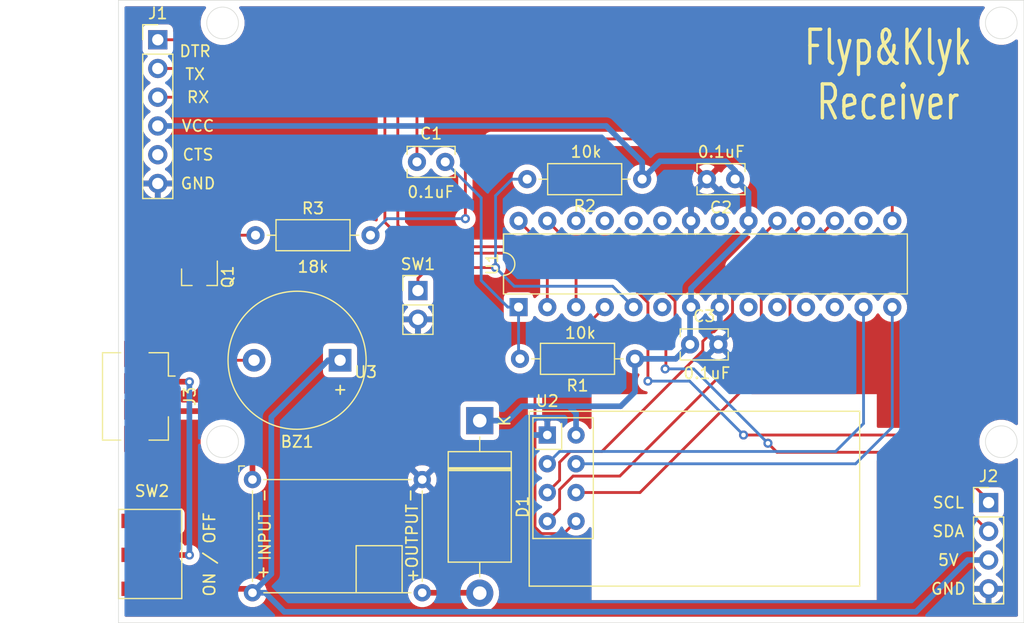
<source format=kicad_pcb>
(kicad_pcb (version 20171130) (host pcbnew "(5.1.7)-1")

  (general
    (thickness 1.6)
    (drawings 29)
    (tracks 160)
    (zones 0)
    (modules 17)
    (nets 40)
  )

  (page A4)
  (layers
    (0 F.Cu signal)
    (31 B.Cu signal)
    (32 B.Adhes user)
    (33 F.Adhes user)
    (34 B.Paste user)
    (35 F.Paste user)
    (36 B.SilkS user)
    (37 F.SilkS user)
    (38 B.Mask user)
    (39 F.Mask user)
    (40 Dwgs.User user)
    (41 Cmts.User user)
    (42 Eco1.User user)
    (43 Eco2.User user)
    (44 Edge.Cuts user)
    (45 Margin user)
    (46 B.CrtYd user)
    (47 F.CrtYd user)
    (48 B.Fab user)
    (49 F.Fab user hide)
  )

  (setup
    (last_trace_width 0.25)
    (user_trace_width 0.5)
    (trace_clearance 0.2)
    (zone_clearance 0.508)
    (zone_45_only no)
    (trace_min 0.2)
    (via_size 0.8)
    (via_drill 0.4)
    (via_min_size 0.4)
    (via_min_drill 0.3)
    (uvia_size 0.3)
    (uvia_drill 0.1)
    (uvias_allowed no)
    (uvia_min_size 0.2)
    (uvia_min_drill 0.1)
    (edge_width 0.05)
    (segment_width 0.2)
    (pcb_text_width 0.3)
    (pcb_text_size 1.5 1.5)
    (mod_edge_width 0.12)
    (mod_text_size 1 1)
    (mod_text_width 0.15)
    (pad_size 2.4 2.4)
    (pad_drill 1.2)
    (pad_to_mask_clearance 0)
    (aux_axis_origin 0 0)
    (visible_elements 7FFFFFFF)
    (pcbplotparams
      (layerselection 0x010fc_ffffffff)
      (usegerberextensions false)
      (usegerberattributes true)
      (usegerberadvancedattributes true)
      (creategerberjobfile true)
      (excludeedgelayer true)
      (linewidth 0.100000)
      (plotframeref false)
      (viasonmask false)
      (mode 1)
      (useauxorigin false)
      (hpglpennumber 1)
      (hpglpenspeed 20)
      (hpglpendiameter 15.000000)
      (psnegative false)
      (psa4output false)
      (plotreference true)
      (plotvalue true)
      (plotinvisibletext false)
      (padsonsilk false)
      (subtractmaskfromsilk false)
      (outputformat 1)
      (mirror false)
      (drillshape 0)
      (scaleselection 1)
      (outputdirectory "Gerbers/"))
  )

  (net 0 "")
  (net 1 +5V)
  (net 2 "Net-(BZ1-Pad2)")
  (net 3 DTR_FTDI)
  (net 4 DTR)
  (net 5 VCC)
  (net 6 GND)
  (net 7 "Net-(D1-Pad1)")
  (net 8 TX)
  (net 9 RX)
  (net 10 CTS)
  (net 11 SCL)
  (net 12 SDA)
  (net 13 "Net-(J3-Pad6)")
  (net 14 "Net-(J3-Pad4)")
  (net 15 "Net-(J3-Pad3)")
  (net 16 "Net-(J3-Pad2)")
  (net 17 "Net-(J3-Pad1)")
  (net 18 "Net-(Q1-Pad1)")
  (net 19 "Net-(R2-Pad2)")
  (net 20 BUZZER)
  (net 21 "Net-(SW2-Pad1)")
  (net 22 "Net-(U1-Pad16)")
  (net 23 MOSI)
  (net 24 IRQ)
  (net 25 MISO)
  (net 26 SCK)
  (net 27 "Net-(U1-Pad6)")
  (net 28 "Net-(U1-Pad21)")
  (net 29 "Net-(U1-Pad9)")
  (net 30 "Net-(U1-Pad23)")
  (net 31 "Net-(U1-Pad10)")
  (net 32 "Net-(U1-Pad24)")
  (net 33 "Net-(U1-Pad11)")
  (net 34 "Net-(U1-Pad25)")
  (net 35 "Net-(U1-Pad12)")
  (net 36 "Net-(U1-Pad26)")
  (net 37 CE)
  (net 38 CSN)
  (net 39 "Net-(J3-Pad5)")

  (net_class Default "This is the default net class."
    (clearance 0.2)
    (trace_width 0.25)
    (via_dia 0.8)
    (via_drill 0.4)
    (uvia_dia 0.3)
    (uvia_drill 0.1)
    (add_net +5V)
    (add_net BUZZER)
    (add_net CE)
    (add_net CSN)
    (add_net CTS)
    (add_net DTR)
    (add_net DTR_FTDI)
    (add_net GND)
    (add_net IRQ)
    (add_net MISO)
    (add_net MOSI)
    (add_net "Net-(BZ1-Pad2)")
    (add_net "Net-(D1-Pad1)")
    (add_net "Net-(J3-Pad1)")
    (add_net "Net-(J3-Pad2)")
    (add_net "Net-(J3-Pad3)")
    (add_net "Net-(J3-Pad4)")
    (add_net "Net-(J3-Pad5)")
    (add_net "Net-(J3-Pad6)")
    (add_net "Net-(Q1-Pad1)")
    (add_net "Net-(R2-Pad2)")
    (add_net "Net-(SW2-Pad1)")
    (add_net "Net-(U1-Pad10)")
    (add_net "Net-(U1-Pad11)")
    (add_net "Net-(U1-Pad12)")
    (add_net "Net-(U1-Pad16)")
    (add_net "Net-(U1-Pad21)")
    (add_net "Net-(U1-Pad23)")
    (add_net "Net-(U1-Pad24)")
    (add_net "Net-(U1-Pad25)")
    (add_net "Net-(U1-Pad26)")
    (add_net "Net-(U1-Pad6)")
    (add_net "Net-(U1-Pad9)")
    (add_net RX)
    (add_net SCK)
    (add_net SCL)
    (add_net SDA)
    (add_net TX)
    (add_net VCC)
  )

  (module RF_Module:nRF24L01_Breakout (layer F.Cu) (tedit 5A056C61) (tstamp 600B0A05)
    (at 127.889 113.411)
    (descr "nRF24L01 breakout board")
    (tags "nRF24L01 adapter breakout")
    (path /600DC017)
    (fp_text reference U2 (at 0 -3) (layer F.SilkS)
      (effects (font (size 1 1) (thickness 0.15)))
    )
    (fp_text value NRF24L01_Breakout (at 13 5) (layer F.Fab)
      (effects (font (size 1 1) (thickness 0.15)))
    )
    (fp_line (start 27.75 -2.25) (end 27.75 -2.25) (layer F.CrtYd) (width 0.05))
    (fp_line (start 27.75 13.5) (end 27.75 -2.25) (layer F.CrtYd) (width 0.05))
    (fp_line (start -1.75 13.5) (end 27.75 13.5) (layer F.CrtYd) (width 0.05))
    (fp_line (start -1.75 -2.25) (end -1.75 13.5) (layer F.CrtYd) (width 0.05))
    (fp_line (start 27.75 -2.25) (end -1.75 -2.25) (layer F.CrtYd) (width 0.05))
    (fp_line (start -1.27 -1.524) (end -1.27 -1.524) (layer F.SilkS) (width 0.12))
    (fp_line (start -1.27 9.144) (end -1.27 -1.524) (layer F.SilkS) (width 0.12))
    (fp_line (start -1.6 -2.1) (end -1.6 -2.1) (layer F.SilkS) (width 0.12))
    (fp_line (start -1.6 13.35) (end -1.6 -2.1) (layer F.SilkS) (width 0.12))
    (fp_line (start 27.6 13.35) (end -1.6 13.35) (layer F.SilkS) (width 0.12))
    (fp_line (start 27.6 -2.1) (end 27.6 13.35) (layer F.SilkS) (width 0.12))
    (fp_line (start -1.6 -2.1) (end 27.6 -2.1) (layer F.SilkS) (width 0.12))
    (fp_line (start -1.016 1.27) (end -1.016 1.27) (layer F.SilkS) (width 0.12))
    (fp_line (start 1.27 1.27) (end -1.016 1.27) (layer F.SilkS) (width 0.12))
    (fp_line (start 1.27 -1.016) (end 1.27 1.27) (layer F.SilkS) (width 0.12))
    (fp_line (start -1.27 9.144) (end -1.27 9.144) (layer F.SilkS) (width 0.12))
    (fp_line (start 4.064 9.144) (end -1.27 9.144) (layer F.SilkS) (width 0.12))
    (fp_line (start 4.064 -1.524) (end 4.064 9.144) (layer F.SilkS) (width 0.12))
    (fp_line (start -1.27 -1.524) (end 4.064 -1.524) (layer F.SilkS) (width 0.12))
    (fp_line (start -1.27 -1.27) (end -1.27 -1.27) (layer F.Fab) (width 0.1))
    (fp_line (start -1.27 8.89) (end -1.27 -1.27) (layer F.Fab) (width 0.1))
    (fp_line (start 3.81 8.89) (end -1.27 8.89) (layer F.Fab) (width 0.1))
    (fp_line (start 3.81 -1.27) (end 3.81 8.89) (layer F.Fab) (width 0.1))
    (fp_line (start -1.27 -1.27) (end 3.81 -1.27) (layer F.Fab) (width 0.1))
    (fp_line (start -1.5 -2) (end -1.5 -2) (layer F.Fab) (width 0.1))
    (fp_line (start -1.5 13.25) (end -1.5 -2) (layer F.Fab) (width 0.1))
    (fp_line (start 27.5 13.25) (end -1.5 13.25) (layer F.Fab) (width 0.1))
    (fp_line (start 27.5 -2) (end 27.5 13.25) (layer F.Fab) (width 0.1))
    (fp_line (start -1.5 -2) (end 27.5 -2) (layer F.Fab) (width 0.1))
    (fp_text user %R (at 12.5 2.5) (layer F.Fab)
      (effects (font (size 1 1) (thickness 0.15)))
    )
    (pad 1 thru_hole rect (at 0 0) (size 1.524 1.524) (drill 0.762) (layers *.Cu *.Mask)
      (net 6 GND))
    (pad 2 thru_hole circle (at 2.54 0) (size 1.524 1.524) (drill 0.762) (layers *.Cu *.Mask)
      (net 5 VCC))
    (pad 3 thru_hole circle (at 0 2.54) (size 1.524 1.524) (drill 0.762) (layers *.Cu *.Mask)
      (net 37 CE))
    (pad 4 thru_hole circle (at 2.54 2.54) (size 1.524 1.524) (drill 0.762) (layers *.Cu *.Mask)
      (net 38 CSN))
    (pad 5 thru_hole circle (at 0 5.08) (size 1.524 1.524) (drill 0.762) (layers *.Cu *.Mask)
      (net 26 SCK))
    (pad 6 thru_hole circle (at 2.54 5.08) (size 1.524 1.524) (drill 0.762) (layers *.Cu *.Mask)
      (net 23 MOSI))
    (pad 7 thru_hole circle (at 0 7.62) (size 1.524 1.524) (drill 0.762) (layers *.Cu *.Mask)
      (net 25 MISO))
    (pad 8 thru_hole circle (at 2.54 7.62) (size 1.524 1.524) (drill 0.762) (layers *.Cu *.Mask)
      (net 24 IRQ))
    (model ${KISYS3DMOD}/RF_Module.3dshapes/nRF24L01_Breakout.wrl
      (at (xyz 0 0 0))
      (scale (xyz 1 1 1))
      (rotate (xyz 0 0 0))
    )
  )

  (module Buzzer_Beeper:Buzzer_12x9.5RM7.6 (layer F.Cu) (tedit 5A030281) (tstamp 600B086A)
    (at 109.581 106.807 180)
    (descr "Generic Buzzer, D12mm height 9.5mm with RM7.6mm")
    (tags buzzer)
    (path /600F8327)
    (fp_text reference BZ1 (at 3.8 -7.2) (layer F.SilkS)
      (effects (font (size 1 1) (thickness 0.15)))
    )
    (fp_text value Buzzer (at 3.8 7.4) (layer F.Fab)
      (effects (font (size 1 1) (thickness 0.15)))
    )
    (fp_circle (center 3.8 0) (end 9.9 0) (layer F.SilkS) (width 0.12))
    (fp_circle (center 3.8 0) (end 4.8 0) (layer F.Fab) (width 0.1))
    (fp_circle (center 3.8 0) (end 9.8 0) (layer F.Fab) (width 0.1))
    (fp_circle (center 3.8 0) (end 10.05 0) (layer F.CrtYd) (width 0.05))
    (fp_text user + (at -0.01 -2.54) (layer F.Fab)
      (effects (font (size 1 1) (thickness 0.15)))
    )
    (fp_text user + (at -0.01 -2.54) (layer F.SilkS)
      (effects (font (size 1 1) (thickness 0.15)))
    )
    (fp_text user %R (at 3.8 -4) (layer F.Fab)
      (effects (font (size 1 1) (thickness 0.15)))
    )
    (pad 1 thru_hole rect (at 0 0 180) (size 2 2) (drill 1) (layers *.Cu *.Mask)
      (net 1 +5V))
    (pad 2 thru_hole circle (at 7.6 0 180) (size 2 2) (drill 1) (layers *.Cu *.Mask)
      (net 2 "Net-(BZ1-Pad2)"))
    (model ${KISYS3DMOD}/Buzzer_Beeper.3dshapes/Buzzer_12x9.5RM7.6.wrl
      (at (xyz 0 0 0))
      (scale (xyz 1 1 1))
      (rotate (xyz 0 0 0))
    )
  )

  (module Capacitor_THT:C_Rect_L4.0mm_W2.5mm_P2.50mm (layer F.Cu) (tedit 5AE50EF0) (tstamp 600B087F)
    (at 116.372 89.281)
    (descr "C, Rect series, Radial, pin pitch=2.50mm, , length*width=4*2.5mm^2, Capacitor")
    (tags "C Rect series Radial pin pitch 2.50mm  length 4mm width 2.5mm Capacitor")
    (path /6012336C)
    (fp_text reference C1 (at 1.25 -2.5) (layer F.SilkS)
      (effects (font (size 1 1) (thickness 0.15)))
    )
    (fp_text value 0.1uF (at 1.25 2.5) (layer F.Fab)
      (effects (font (size 1 1) (thickness 0.15)))
    )
    (fp_line (start 3.55 -1.5) (end -1.05 -1.5) (layer F.CrtYd) (width 0.05))
    (fp_line (start 3.55 1.5) (end 3.55 -1.5) (layer F.CrtYd) (width 0.05))
    (fp_line (start -1.05 1.5) (end 3.55 1.5) (layer F.CrtYd) (width 0.05))
    (fp_line (start -1.05 -1.5) (end -1.05 1.5) (layer F.CrtYd) (width 0.05))
    (fp_line (start 3.37 0.665) (end 3.37 1.37) (layer F.SilkS) (width 0.12))
    (fp_line (start 3.37 -1.37) (end 3.37 -0.665) (layer F.SilkS) (width 0.12))
    (fp_line (start -0.87 0.665) (end -0.87 1.37) (layer F.SilkS) (width 0.12))
    (fp_line (start -0.87 -1.37) (end -0.87 -0.665) (layer F.SilkS) (width 0.12))
    (fp_line (start -0.87 1.37) (end 3.37 1.37) (layer F.SilkS) (width 0.12))
    (fp_line (start -0.87 -1.37) (end 3.37 -1.37) (layer F.SilkS) (width 0.12))
    (fp_line (start 3.25 -1.25) (end -0.75 -1.25) (layer F.Fab) (width 0.1))
    (fp_line (start 3.25 1.25) (end 3.25 -1.25) (layer F.Fab) (width 0.1))
    (fp_line (start -0.75 1.25) (end 3.25 1.25) (layer F.Fab) (width 0.1))
    (fp_line (start -0.75 -1.25) (end -0.75 1.25) (layer F.Fab) (width 0.1))
    (fp_text user %R (at 1.25 0) (layer F.Fab)
      (effects (font (size 0.8 0.8) (thickness 0.12)))
    )
    (pad 1 thru_hole circle (at 0 0) (size 1.6 1.6) (drill 0.8) (layers *.Cu *.Mask)
      (net 3 DTR_FTDI))
    (pad 2 thru_hole circle (at 2.5 0) (size 1.6 1.6) (drill 0.8) (layers *.Cu *.Mask)
      (net 4 DTR))
    (model ${KISYS3DMOD}/Capacitor_THT.3dshapes/C_Rect_L4.0mm_W2.5mm_P2.50mm.wrl
      (at (xyz 0 0 0))
      (scale (xyz 1 1 1))
      (rotate (xyz 0 0 0))
    )
  )

  (module Capacitor_THT:C_Rect_L4.0mm_W2.5mm_P2.50mm (layer F.Cu) (tedit 5AE50EF0) (tstamp 600B0894)
    (at 144.486 90.805 180)
    (descr "C, Rect series, Radial, pin pitch=2.50mm, , length*width=4*2.5mm^2, Capacitor")
    (tags "C Rect series Radial pin pitch 2.50mm  length 4mm width 2.5mm Capacitor")
    (path /600D5C1E)
    (fp_text reference C2 (at 1.25 -2.5) (layer F.SilkS)
      (effects (font (size 1 1) (thickness 0.15)))
    )
    (fp_text value 0.1uF (at 1.25 2.5) (layer F.Fab)
      (effects (font (size 1 1) (thickness 0.15)))
    )
    (fp_line (start 3.55 -1.5) (end -1.05 -1.5) (layer F.CrtYd) (width 0.05))
    (fp_line (start 3.55 1.5) (end 3.55 -1.5) (layer F.CrtYd) (width 0.05))
    (fp_line (start -1.05 1.5) (end 3.55 1.5) (layer F.CrtYd) (width 0.05))
    (fp_line (start -1.05 -1.5) (end -1.05 1.5) (layer F.CrtYd) (width 0.05))
    (fp_line (start 3.37 0.665) (end 3.37 1.37) (layer F.SilkS) (width 0.12))
    (fp_line (start 3.37 -1.37) (end 3.37 -0.665) (layer F.SilkS) (width 0.12))
    (fp_line (start -0.87 0.665) (end -0.87 1.37) (layer F.SilkS) (width 0.12))
    (fp_line (start -0.87 -1.37) (end -0.87 -0.665) (layer F.SilkS) (width 0.12))
    (fp_line (start -0.87 1.37) (end 3.37 1.37) (layer F.SilkS) (width 0.12))
    (fp_line (start -0.87 -1.37) (end 3.37 -1.37) (layer F.SilkS) (width 0.12))
    (fp_line (start 3.25 -1.25) (end -0.75 -1.25) (layer F.Fab) (width 0.1))
    (fp_line (start 3.25 1.25) (end 3.25 -1.25) (layer F.Fab) (width 0.1))
    (fp_line (start -0.75 1.25) (end 3.25 1.25) (layer F.Fab) (width 0.1))
    (fp_line (start -0.75 -1.25) (end -0.75 1.25) (layer F.Fab) (width 0.1))
    (fp_text user %R (at 1.25 0) (layer F.Fab)
      (effects (font (size 0.8 0.8) (thickness 0.12)))
    )
    (pad 1 thru_hole circle (at 0 0 180) (size 1.6 1.6) (drill 0.8) (layers *.Cu *.Mask)
      (net 5 VCC))
    (pad 2 thru_hole circle (at 2.5 0 180) (size 1.6 1.6) (drill 0.8) (layers *.Cu *.Mask)
      (net 6 GND))
    (model ${KISYS3DMOD}/Capacitor_THT.3dshapes/C_Rect_L4.0mm_W2.5mm_P2.50mm.wrl
      (at (xyz 0 0 0))
      (scale (xyz 1 1 1))
      (rotate (xyz 0 0 0))
    )
  )

  (module Capacitor_THT:C_Rect_L4.0mm_W2.5mm_P2.50mm (layer F.Cu) (tedit 5AE50EF0) (tstamp 600B08A9)
    (at 140.502 105.41)
    (descr "C, Rect series, Radial, pin pitch=2.50mm, , length*width=4*2.5mm^2, Capacitor")
    (tags "C Rect series Radial pin pitch 2.50mm  length 4mm width 2.5mm Capacitor")
    (path /600D65B2)
    (fp_text reference C3 (at 1.25 -2.5) (layer F.SilkS)
      (effects (font (size 1 1) (thickness 0.15)))
    )
    (fp_text value 0.1uF (at 1.25 2.5) (layer F.Fab)
      (effects (font (size 1 1) (thickness 0.15)))
    )
    (fp_line (start -0.75 -1.25) (end -0.75 1.25) (layer F.Fab) (width 0.1))
    (fp_line (start -0.75 1.25) (end 3.25 1.25) (layer F.Fab) (width 0.1))
    (fp_line (start 3.25 1.25) (end 3.25 -1.25) (layer F.Fab) (width 0.1))
    (fp_line (start 3.25 -1.25) (end -0.75 -1.25) (layer F.Fab) (width 0.1))
    (fp_line (start -0.87 -1.37) (end 3.37 -1.37) (layer F.SilkS) (width 0.12))
    (fp_line (start -0.87 1.37) (end 3.37 1.37) (layer F.SilkS) (width 0.12))
    (fp_line (start -0.87 -1.37) (end -0.87 -0.665) (layer F.SilkS) (width 0.12))
    (fp_line (start -0.87 0.665) (end -0.87 1.37) (layer F.SilkS) (width 0.12))
    (fp_line (start 3.37 -1.37) (end 3.37 -0.665) (layer F.SilkS) (width 0.12))
    (fp_line (start 3.37 0.665) (end 3.37 1.37) (layer F.SilkS) (width 0.12))
    (fp_line (start -1.05 -1.5) (end -1.05 1.5) (layer F.CrtYd) (width 0.05))
    (fp_line (start -1.05 1.5) (end 3.55 1.5) (layer F.CrtYd) (width 0.05))
    (fp_line (start 3.55 1.5) (end 3.55 -1.5) (layer F.CrtYd) (width 0.05))
    (fp_line (start 3.55 -1.5) (end -1.05 -1.5) (layer F.CrtYd) (width 0.05))
    (fp_text user %R (at 1.25 0) (layer F.Fab)
      (effects (font (size 0.8 0.8) (thickness 0.12)))
    )
    (pad 2 thru_hole circle (at 2.5 0) (size 1.6 1.6) (drill 0.8) (layers *.Cu *.Mask)
      (net 6 GND))
    (pad 1 thru_hole circle (at 0 0) (size 1.6 1.6) (drill 0.8) (layers *.Cu *.Mask)
      (net 5 VCC))
    (model ${KISYS3DMOD}/Capacitor_THT.3dshapes/C_Rect_L4.0mm_W2.5mm_P2.50mm.wrl
      (at (xyz 0 0 0))
      (scale (xyz 1 1 1))
      (rotate (xyz 0 0 0))
    )
  )

  (module Diode_THT:D_DO-27_P15.24mm_Horizontal (layer F.Cu) (tedit 600B0815) (tstamp 600B08C8)
    (at 121.92 112.141 270)
    (descr "Diode, DO-27 series, Axial, Horizontal, pin pitch=15.24mm, , length*diameter=9.52*5.33mm^2, , http://www.slottechforum.com/slotinfo/Techstuff/CD2%20Diodes%20and%20Transistors/Cases/Diode%20DO-27.jpg")
    (tags "Diode DO-27 series Axial Horizontal pin pitch 15.24mm  length 9.52mm diameter 5.33mm")
    (path /60116C6A)
    (fp_text reference D1 (at 7.62 -3.785 90) (layer F.SilkS)
      (effects (font (size 1 1) (thickness 0.15)))
    )
    (fp_text value DIODE (at 7.62 3.785 90) (layer F.Fab)
      (effects (font (size 1 1) (thickness 0.15)))
    )
    (fp_line (start 16.69 -2.92) (end -1.45 -2.92) (layer F.CrtYd) (width 0.05))
    (fp_line (start 16.69 2.92) (end 16.69 -2.92) (layer F.CrtYd) (width 0.05))
    (fp_line (start -1.45 2.92) (end 16.69 2.92) (layer F.CrtYd) (width 0.05))
    (fp_line (start -1.45 -2.92) (end -1.45 2.92) (layer F.CrtYd) (width 0.05))
    (fp_line (start 4.168 -2.785) (end 4.168 2.785) (layer F.SilkS) (width 0.12))
    (fp_line (start 4.408 -2.785) (end 4.408 2.785) (layer F.SilkS) (width 0.12))
    (fp_line (start 4.288 -2.785) (end 4.288 2.785) (layer F.SilkS) (width 0.12))
    (fp_line (start 13.8 0) (end 12.5 0) (layer F.SilkS) (width 0.12))
    (fp_line (start 1.44 0) (end 2.74 0) (layer F.SilkS) (width 0.12))
    (fp_line (start 12.5 -2.785) (end 2.74 -2.785) (layer F.SilkS) (width 0.12))
    (fp_line (start 12.5 2.785) (end 12.5 -2.785) (layer F.SilkS) (width 0.12))
    (fp_line (start 2.74 2.785) (end 12.5 2.785) (layer F.SilkS) (width 0.12))
    (fp_line (start 2.74 -2.785) (end 2.74 2.785) (layer F.SilkS) (width 0.12))
    (fp_line (start 4.188 -2.665) (end 4.188 2.665) (layer F.Fab) (width 0.1))
    (fp_line (start 4.388 -2.665) (end 4.388 2.665) (layer F.Fab) (width 0.1))
    (fp_line (start 4.288 -2.665) (end 4.288 2.665) (layer F.Fab) (width 0.1))
    (fp_line (start 15.24 0) (end 12.38 0) (layer F.Fab) (width 0.1))
    (fp_line (start 0 0) (end 2.86 0) (layer F.Fab) (width 0.1))
    (fp_line (start 12.38 -2.665) (end 2.86 -2.665) (layer F.Fab) (width 0.1))
    (fp_line (start 12.38 2.665) (end 12.38 -2.665) (layer F.Fab) (width 0.1))
    (fp_line (start 2.86 2.665) (end 12.38 2.665) (layer F.Fab) (width 0.1))
    (fp_line (start 2.86 -2.665) (end 2.86 2.665) (layer F.Fab) (width 0.1))
    (fp_text user %R (at 8.334 0 90) (layer F.Fab)
      (effects (font (size 1 1) (thickness 0.15)))
    )
    (fp_text user K (at 0 -2.2 90) (layer F.Fab)
      (effects (font (size 1 1) (thickness 0.15)))
    )
    (fp_text user K (at 0 -2.2 90) (layer F.SilkS)
      (effects (font (size 1 1) (thickness 0.15)))
    )
    (pad 1 thru_hole rect (at 0 0 270) (size 2.4 2.4) (drill 1.2) (layers *.Cu *.Mask)
      (net 5 VCC))
    (pad 2 thru_hole oval (at 15.24 0 270) (size 2.4 2.4) (drill 1.2) (layers *.Cu *.Mask)
      (net 7 "Net-(D1-Pad1)"))
    (model ${KISYS3DMOD}/Diode_THT.3dshapes/D_DO-27_P15.24mm_Horizontal.wrl
      (at (xyz 0 0 0))
      (scale (xyz 1 1 1))
      (rotate (xyz 0 0 0))
    )
  )

  (module Connector_PinHeader_2.54mm:PinHeader_1x06_P2.54mm_Vertical (layer F.Cu) (tedit 59FED5CC) (tstamp 600B08E2)
    (at 93.472 78.486)
    (descr "Through hole straight pin header, 1x06, 2.54mm pitch, single row")
    (tags "Through hole pin header THT 1x06 2.54mm single row")
    (path /600FF09A)
    (fp_text reference J1 (at 0 -2.33) (layer F.SilkS)
      (effects (font (size 1 1) (thickness 0.15)))
    )
    (fp_text value Conn_01x06 (at 0 15.03) (layer F.Fab)
      (effects (font (size 1 1) (thickness 0.15)))
    )
    (fp_line (start 1.8 -1.8) (end -1.8 -1.8) (layer F.CrtYd) (width 0.05))
    (fp_line (start 1.8 14.5) (end 1.8 -1.8) (layer F.CrtYd) (width 0.05))
    (fp_line (start -1.8 14.5) (end 1.8 14.5) (layer F.CrtYd) (width 0.05))
    (fp_line (start -1.8 -1.8) (end -1.8 14.5) (layer F.CrtYd) (width 0.05))
    (fp_line (start -1.33 -1.33) (end 0 -1.33) (layer F.SilkS) (width 0.12))
    (fp_line (start -1.33 0) (end -1.33 -1.33) (layer F.SilkS) (width 0.12))
    (fp_line (start -1.33 1.27) (end 1.33 1.27) (layer F.SilkS) (width 0.12))
    (fp_line (start 1.33 1.27) (end 1.33 14.03) (layer F.SilkS) (width 0.12))
    (fp_line (start -1.33 1.27) (end -1.33 14.03) (layer F.SilkS) (width 0.12))
    (fp_line (start -1.33 14.03) (end 1.33 14.03) (layer F.SilkS) (width 0.12))
    (fp_line (start -1.27 -0.635) (end -0.635 -1.27) (layer F.Fab) (width 0.1))
    (fp_line (start -1.27 13.97) (end -1.27 -0.635) (layer F.Fab) (width 0.1))
    (fp_line (start 1.27 13.97) (end -1.27 13.97) (layer F.Fab) (width 0.1))
    (fp_line (start 1.27 -1.27) (end 1.27 13.97) (layer F.Fab) (width 0.1))
    (fp_line (start -0.635 -1.27) (end 1.27 -1.27) (layer F.Fab) (width 0.1))
    (fp_text user %R (at 0 6.35 90) (layer F.Fab)
      (effects (font (size 1 1) (thickness 0.15)))
    )
    (pad 1 thru_hole rect (at 0 0) (size 1.7 1.7) (drill 1) (layers *.Cu *.Mask)
      (net 3 DTR_FTDI))
    (pad 2 thru_hole oval (at 0 2.54) (size 1.7 1.7) (drill 1) (layers *.Cu *.Mask)
      (net 8 TX))
    (pad 3 thru_hole oval (at 0 5.08) (size 1.7 1.7) (drill 1) (layers *.Cu *.Mask)
      (net 9 RX))
    (pad 4 thru_hole oval (at 0 7.62) (size 1.7 1.7) (drill 1) (layers *.Cu *.Mask)
      (net 5 VCC))
    (pad 5 thru_hole oval (at 0 10.16) (size 1.7 1.7) (drill 1) (layers *.Cu *.Mask)
      (net 10 CTS))
    (pad 6 thru_hole oval (at 0 12.7) (size 1.7 1.7) (drill 1) (layers *.Cu *.Mask)
      (net 6 GND))
    (model ${KISYS3DMOD}/Connector_PinHeader_2.54mm.3dshapes/PinHeader_1x06_P2.54mm_Vertical.wrl
      (at (xyz 0 0 0))
      (scale (xyz 1 1 1))
      (rotate (xyz 0 0 0))
    )
  )

  (module Connector_PinHeader_2.54mm:PinHeader_1x04_P2.54mm_Vertical (layer F.Cu) (tedit 59FED5CC) (tstamp 600B08FA)
    (at 166.878 119.38)
    (descr "Through hole straight pin header, 1x04, 2.54mm pitch, single row")
    (tags "Through hole pin header THT 1x04 2.54mm single row")
    (path /600FFD8E)
    (fp_text reference J2 (at 0 -2.33) (layer F.SilkS)
      (effects (font (size 1 1) (thickness 0.15)))
    )
    (fp_text value Conn_01x04 (at 0 9.95) (layer F.Fab)
      (effects (font (size 1 1) (thickness 0.15)))
    )
    (fp_line (start 1.8 -1.8) (end -1.8 -1.8) (layer F.CrtYd) (width 0.05))
    (fp_line (start 1.8 9.4) (end 1.8 -1.8) (layer F.CrtYd) (width 0.05))
    (fp_line (start -1.8 9.4) (end 1.8 9.4) (layer F.CrtYd) (width 0.05))
    (fp_line (start -1.8 -1.8) (end -1.8 9.4) (layer F.CrtYd) (width 0.05))
    (fp_line (start -1.33 -1.33) (end 0 -1.33) (layer F.SilkS) (width 0.12))
    (fp_line (start -1.33 0) (end -1.33 -1.33) (layer F.SilkS) (width 0.12))
    (fp_line (start -1.33 1.27) (end 1.33 1.27) (layer F.SilkS) (width 0.12))
    (fp_line (start 1.33 1.27) (end 1.33 8.95) (layer F.SilkS) (width 0.12))
    (fp_line (start -1.33 1.27) (end -1.33 8.95) (layer F.SilkS) (width 0.12))
    (fp_line (start -1.33 8.95) (end 1.33 8.95) (layer F.SilkS) (width 0.12))
    (fp_line (start -1.27 -0.635) (end -0.635 -1.27) (layer F.Fab) (width 0.1))
    (fp_line (start -1.27 8.89) (end -1.27 -0.635) (layer F.Fab) (width 0.1))
    (fp_line (start 1.27 8.89) (end -1.27 8.89) (layer F.Fab) (width 0.1))
    (fp_line (start 1.27 -1.27) (end 1.27 8.89) (layer F.Fab) (width 0.1))
    (fp_line (start -0.635 -1.27) (end 1.27 -1.27) (layer F.Fab) (width 0.1))
    (fp_text user %R (at 0 3.81 90) (layer F.Fab)
      (effects (font (size 1 1) (thickness 0.15)))
    )
    (pad 1 thru_hole rect (at 0 0) (size 1.7 1.7) (drill 1) (layers *.Cu *.Mask)
      (net 11 SCL))
    (pad 2 thru_hole oval (at 0 2.54) (size 1.7 1.7) (drill 1) (layers *.Cu *.Mask)
      (net 12 SDA))
    (pad 3 thru_hole oval (at 0 5.08) (size 1.7 1.7) (drill 1) (layers *.Cu *.Mask)
      (net 1 +5V))
    (pad 4 thru_hole oval (at 0 7.62) (size 1.7 1.7) (drill 1) (layers *.Cu *.Mask)
      (net 6 GND))
    (model ${KISYS3DMOD}/Connector_PinHeader_2.54mm.3dshapes/PinHeader_1x04_P2.54mm_Vertical.wrl
      (at (xyz 0 0 0))
      (scale (xyz 1 1 1))
      (rotate (xyz 0 0 0))
    )
  )

  (module Connector_USB:USB_Micro-B_Amphenol_10104110_Horizontal (layer F.Cu) (tedit 5E5842A1) (tstamp 600B0F6A)
    (at 92.75 110 270)
    (descr "USB Micro-B, horizontal, https://cdn.amphenol-icc.com/media/wysiwyg/files/drawing/10104110.pdf")
    (tags "USB Micro B horizontal")
    (path /600CC413)
    (attr smd)
    (fp_text reference J3 (at 0 -3.55 90) (layer F.SilkS)
      (effects (font (size 1 1) (thickness 0.15)))
    )
    (fp_text value USB_B_Micro (at 0 5.35 90) (layer F.Fab)
      (effects (font (size 1 1) (thickness 0.15)))
    )
    (fp_line (start 5.4 -2.75) (end -5.4 -2.75) (layer F.CrtYd) (width 0.05))
    (fp_line (start 5.4 4.55) (end 5.4 -2.75) (layer F.CrtYd) (width 0.05))
    (fp_line (start -5.4 4.55) (end 5.4 4.55) (layer F.CrtYd) (width 0.05))
    (fp_line (start -5.4 -2.75) (end -5.4 4.55) (layer F.CrtYd) (width 0.05))
    (fp_line (start -1.8 -1.66) (end -1.8 -2.25) (layer F.SilkS) (width 0.12))
    (fp_line (start 3.86 4.16) (end 3.86 2.55) (layer F.SilkS) (width 0.12))
    (fp_line (start -3.86 4.16) (end 3.86 4.16) (layer F.SilkS) (width 0.12))
    (fp_line (start -2.6 2.75) (end 2.6 2.75) (layer F.Fab) (width 0.1))
    (fp_line (start -3.75 -1.55) (end 3.75 -1.55) (layer F.Fab) (width 0.1))
    (fp_line (start 3.75 -1.55) (end 3.75 4.05) (layer F.Fab) (width 0.1))
    (fp_line (start 3.75 4.05) (end -3.75 4.05) (layer F.Fab) (width 0.1))
    (fp_line (start -3.75 4.05) (end -3.75 -1.55) (layer F.Fab) (width 0.1))
    (fp_line (start -1.7 -2.25) (end -1.3 -1.85) (layer F.Fab) (width 0.1))
    (fp_line (start -0.9 -2.25) (end -1.7 -2.25) (layer F.Fab) (width 0.1))
    (fp_line (start -1.3 -1.85) (end -0.9 -2.25) (layer F.Fab) (width 0.1))
    (fp_line (start -3.86 0.05) (end -3.86 -1.66) (layer F.SilkS) (width 0.12))
    (fp_line (start -3.86 -1.66) (end -1.8 -1.66) (layer F.SilkS) (width 0.12))
    (fp_line (start 3.86 0.05) (end 3.86 -1.66) (layer F.SilkS) (width 0.12))
    (fp_line (start 3.86 -1.66) (end 1.8 -1.66) (layer F.SilkS) (width 0.12))
    (fp_line (start -3.86 4.16) (end -3.86 2.55) (layer F.SilkS) (width 0.12))
    (fp_text user %R (at 0 -0.2 90) (layer F.Fab)
      (effects (font (size 1 1) (thickness 0.15)))
    )
    (fp_text user "PCB edge" (at 0 2.75 90) (layer Dwgs.User)
      (effects (font (size 0.5 0.5) (thickness 0.08)))
    )
    (pad 6 smd rect (at 1.15 1.3 270) (size 1.8 1.9) (layers F.Cu F.Paste F.Mask)
      (net 13 "Net-(J3-Pad6)"))
    (pad 6 smd rect (at -1.15 1.3 270) (size 1.8 1.9) (layers F.Cu F.Paste F.Mask)
      (net 13 "Net-(J3-Pad6)"))
    (pad 6 smd rect (at 3.75 1.3 270) (size 2.3 1.9) (layers F.Cu F.Paste F.Mask)
      (net 13 "Net-(J3-Pad6)"))
    (pad 6 smd rect (at -3.75 1.3 270) (size 2.3 1.9) (layers F.Cu F.Paste F.Mask)
      (net 13 "Net-(J3-Pad6)"))
    (pad 5 smd rect (at 1.3 -1.55 270) (size 0.4 1.4) (layers F.Cu F.Paste F.Mask)
      (net 39 "Net-(J3-Pad5)"))
    (pad 4 smd rect (at 0.65 -1.55 270) (size 0.4 1.4) (layers F.Cu F.Paste F.Mask)
      (net 14 "Net-(J3-Pad4)"))
    (pad 3 smd rect (at 0 -1.55 270) (size 0.4 1.4) (layers F.Cu F.Paste F.Mask)
      (net 15 "Net-(J3-Pad3)"))
    (pad 2 smd rect (at -0.65 -1.55 270) (size 0.4 1.4) (layers F.Cu F.Paste F.Mask)
      (net 16 "Net-(J3-Pad2)"))
    (pad 1 smd rect (at -1.3 -1.55 270) (size 0.4 1.4) (layers F.Cu F.Paste F.Mask)
      (net 17 "Net-(J3-Pad1)"))
    (model ${KISYS3DMOD}/Connector_USB.3dshapes/USB_Micro-B_Amphenol_10104110_Horizontal.wrl
      (at (xyz 0 0 0))
      (scale (xyz 1 1 1))
      (rotate (xyz 0 0 0))
    )
  )

  (module Package_TO_SOT_SMD:SOT-23 (layer F.Cu) (tedit 5A02FF57) (tstamp 600B0932)
    (at 97.155 99.441 270)
    (descr "SOT-23, Standard")
    (tags SOT-23)
    (path /600F6E8C)
    (attr smd)
    (fp_text reference Q1 (at 0 -2.5 90) (layer F.SilkS)
      (effects (font (size 1 1) (thickness 0.15)))
    )
    (fp_text value BC847 (at 0 2.5 90) (layer F.Fab)
      (effects (font (size 1 1) (thickness 0.15)))
    )
    (fp_line (start 0.76 1.58) (end -0.7 1.58) (layer F.SilkS) (width 0.12))
    (fp_line (start 0.76 -1.58) (end -1.4 -1.58) (layer F.SilkS) (width 0.12))
    (fp_line (start -1.7 1.75) (end -1.7 -1.75) (layer F.CrtYd) (width 0.05))
    (fp_line (start 1.7 1.75) (end -1.7 1.75) (layer F.CrtYd) (width 0.05))
    (fp_line (start 1.7 -1.75) (end 1.7 1.75) (layer F.CrtYd) (width 0.05))
    (fp_line (start -1.7 -1.75) (end 1.7 -1.75) (layer F.CrtYd) (width 0.05))
    (fp_line (start 0.76 -1.58) (end 0.76 -0.65) (layer F.SilkS) (width 0.12))
    (fp_line (start 0.76 1.58) (end 0.76 0.65) (layer F.SilkS) (width 0.12))
    (fp_line (start -0.7 1.52) (end 0.7 1.52) (layer F.Fab) (width 0.1))
    (fp_line (start 0.7 -1.52) (end 0.7 1.52) (layer F.Fab) (width 0.1))
    (fp_line (start -0.7 -0.95) (end -0.15 -1.52) (layer F.Fab) (width 0.1))
    (fp_line (start -0.15 -1.52) (end 0.7 -1.52) (layer F.Fab) (width 0.1))
    (fp_line (start -0.7 -0.95) (end -0.7 1.5) (layer F.Fab) (width 0.1))
    (fp_text user %R (at 0 0) (layer F.Fab)
      (effects (font (size 0.5 0.5) (thickness 0.075)))
    )
    (pad 1 smd rect (at -1 -0.95 270) (size 0.9 0.8) (layers F.Cu F.Paste F.Mask)
      (net 18 "Net-(Q1-Pad1)"))
    (pad 2 smd rect (at -1 0.95 270) (size 0.9 0.8) (layers F.Cu F.Paste F.Mask)
      (net 6 GND))
    (pad 3 smd rect (at 1 0 270) (size 0.9 0.8) (layers F.Cu F.Paste F.Mask)
      (net 2 "Net-(BZ1-Pad2)"))
    (model ${KISYS3DMOD}/Package_TO_SOT_SMD.3dshapes/SOT-23.wrl
      (at (xyz 0 0 0))
      (scale (xyz 1 1 1))
      (rotate (xyz 0 0 0))
    )
  )

  (module Resistor_THT:R_Axial_DIN0207_L6.3mm_D2.5mm_P10.16mm_Horizontal (layer F.Cu) (tedit 5AE5139B) (tstamp 600B0949)
    (at 135.636 106.68 180)
    (descr "Resistor, Axial_DIN0207 series, Axial, Horizontal, pin pitch=10.16mm, 0.25W = 1/4W, length*diameter=6.3*2.5mm^2, http://cdn-reichelt.de/documents/datenblatt/B400/1_4W%23YAG.pdf")
    (tags "Resistor Axial_DIN0207 series Axial Horizontal pin pitch 10.16mm 0.25W = 1/4W length 6.3mm diameter 2.5mm")
    (path /600E3467)
    (fp_text reference R1 (at 5.08 -2.37) (layer F.SilkS)
      (effects (font (size 1 1) (thickness 0.15)))
    )
    (fp_text value 10k (at 5.08 2.37) (layer F.Fab)
      (effects (font (size 1 1) (thickness 0.15)))
    )
    (fp_line (start 11.21 -1.5) (end -1.05 -1.5) (layer F.CrtYd) (width 0.05))
    (fp_line (start 11.21 1.5) (end 11.21 -1.5) (layer F.CrtYd) (width 0.05))
    (fp_line (start -1.05 1.5) (end 11.21 1.5) (layer F.CrtYd) (width 0.05))
    (fp_line (start -1.05 -1.5) (end -1.05 1.5) (layer F.CrtYd) (width 0.05))
    (fp_line (start 9.12 0) (end 8.35 0) (layer F.SilkS) (width 0.12))
    (fp_line (start 1.04 0) (end 1.81 0) (layer F.SilkS) (width 0.12))
    (fp_line (start 8.35 -1.37) (end 1.81 -1.37) (layer F.SilkS) (width 0.12))
    (fp_line (start 8.35 1.37) (end 8.35 -1.37) (layer F.SilkS) (width 0.12))
    (fp_line (start 1.81 1.37) (end 8.35 1.37) (layer F.SilkS) (width 0.12))
    (fp_line (start 1.81 -1.37) (end 1.81 1.37) (layer F.SilkS) (width 0.12))
    (fp_line (start 10.16 0) (end 8.23 0) (layer F.Fab) (width 0.1))
    (fp_line (start 0 0) (end 1.93 0) (layer F.Fab) (width 0.1))
    (fp_line (start 8.23 -1.25) (end 1.93 -1.25) (layer F.Fab) (width 0.1))
    (fp_line (start 8.23 1.25) (end 8.23 -1.25) (layer F.Fab) (width 0.1))
    (fp_line (start 1.93 1.25) (end 8.23 1.25) (layer F.Fab) (width 0.1))
    (fp_line (start 1.93 -1.25) (end 1.93 1.25) (layer F.Fab) (width 0.1))
    (fp_text user %R (at 5.08 0) (layer F.Fab)
      (effects (font (size 1 1) (thickness 0.15)))
    )
    (pad 1 thru_hole circle (at 0 0 180) (size 1.6 1.6) (drill 0.8) (layers *.Cu *.Mask)
      (net 5 VCC))
    (pad 2 thru_hole oval (at 10.16 0 180) (size 1.6 1.6) (drill 0.8) (layers *.Cu *.Mask)
      (net 4 DTR))
    (model ${KISYS3DMOD}/Resistor_THT.3dshapes/R_Axial_DIN0207_L6.3mm_D2.5mm_P10.16mm_Horizontal.wrl
      (at (xyz 0 0 0))
      (scale (xyz 1 1 1))
      (rotate (xyz 0 0 0))
    )
  )

  (module Resistor_THT:R_Axial_DIN0207_L6.3mm_D2.5mm_P10.16mm_Horizontal (layer F.Cu) (tedit 5AE5139B) (tstamp 600B0960)
    (at 136.271 90.805 180)
    (descr "Resistor, Axial_DIN0207 series, Axial, Horizontal, pin pitch=10.16mm, 0.25W = 1/4W, length*diameter=6.3*2.5mm^2, http://cdn-reichelt.de/documents/datenblatt/B400/1_4W%23YAG.pdf")
    (tags "Resistor Axial_DIN0207 series Axial Horizontal pin pitch 10.16mm 0.25W = 1/4W length 6.3mm diameter 2.5mm")
    (path /600EFF21)
    (fp_text reference R2 (at 5.08 -2.37) (layer F.SilkS)
      (effects (font (size 1 1) (thickness 0.15)))
    )
    (fp_text value 10k (at 5.08 2.37) (layer F.Fab)
      (effects (font (size 1 1) (thickness 0.15)))
    )
    (fp_line (start 1.93 -1.25) (end 1.93 1.25) (layer F.Fab) (width 0.1))
    (fp_line (start 1.93 1.25) (end 8.23 1.25) (layer F.Fab) (width 0.1))
    (fp_line (start 8.23 1.25) (end 8.23 -1.25) (layer F.Fab) (width 0.1))
    (fp_line (start 8.23 -1.25) (end 1.93 -1.25) (layer F.Fab) (width 0.1))
    (fp_line (start 0 0) (end 1.93 0) (layer F.Fab) (width 0.1))
    (fp_line (start 10.16 0) (end 8.23 0) (layer F.Fab) (width 0.1))
    (fp_line (start 1.81 -1.37) (end 1.81 1.37) (layer F.SilkS) (width 0.12))
    (fp_line (start 1.81 1.37) (end 8.35 1.37) (layer F.SilkS) (width 0.12))
    (fp_line (start 8.35 1.37) (end 8.35 -1.37) (layer F.SilkS) (width 0.12))
    (fp_line (start 8.35 -1.37) (end 1.81 -1.37) (layer F.SilkS) (width 0.12))
    (fp_line (start 1.04 0) (end 1.81 0) (layer F.SilkS) (width 0.12))
    (fp_line (start 9.12 0) (end 8.35 0) (layer F.SilkS) (width 0.12))
    (fp_line (start -1.05 -1.5) (end -1.05 1.5) (layer F.CrtYd) (width 0.05))
    (fp_line (start -1.05 1.5) (end 11.21 1.5) (layer F.CrtYd) (width 0.05))
    (fp_line (start 11.21 1.5) (end 11.21 -1.5) (layer F.CrtYd) (width 0.05))
    (fp_line (start 11.21 -1.5) (end -1.05 -1.5) (layer F.CrtYd) (width 0.05))
    (fp_text user %R (at 5.08 0) (layer F.Fab)
      (effects (font (size 1 1) (thickness 0.15)))
    )
    (pad 2 thru_hole oval (at 10.16 0 180) (size 1.6 1.6) (drill 0.8) (layers *.Cu *.Mask)
      (net 19 "Net-(R2-Pad2)"))
    (pad 1 thru_hole circle (at 0 0 180) (size 1.6 1.6) (drill 0.8) (layers *.Cu *.Mask)
      (net 5 VCC))
    (model ${KISYS3DMOD}/Resistor_THT.3dshapes/R_Axial_DIN0207_L6.3mm_D2.5mm_P10.16mm_Horizontal.wrl
      (at (xyz 0 0 0))
      (scale (xyz 1 1 1))
      (rotate (xyz 0 0 0))
    )
  )

  (module Resistor_THT:R_Axial_DIN0207_L6.3mm_D2.5mm_P10.16mm_Horizontal (layer F.Cu) (tedit 5AE5139B) (tstamp 600B0977)
    (at 102.108 95.758)
    (descr "Resistor, Axial_DIN0207 series, Axial, Horizontal, pin pitch=10.16mm, 0.25W = 1/4W, length*diameter=6.3*2.5mm^2, http://cdn-reichelt.de/documents/datenblatt/B400/1_4W%23YAG.pdf")
    (tags "Resistor Axial_DIN0207 series Axial Horizontal pin pitch 10.16mm 0.25W = 1/4W length 6.3mm diameter 2.5mm")
    (path /600FC717)
    (fp_text reference R3 (at 5.08 -2.37) (layer F.SilkS)
      (effects (font (size 1 1) (thickness 0.15)))
    )
    (fp_text value 18k (at 5.08 2.37) (layer F.Fab)
      (effects (font (size 1 1) (thickness 0.15)))
    )
    (fp_line (start 11.21 -1.5) (end -1.05 -1.5) (layer F.CrtYd) (width 0.05))
    (fp_line (start 11.21 1.5) (end 11.21 -1.5) (layer F.CrtYd) (width 0.05))
    (fp_line (start -1.05 1.5) (end 11.21 1.5) (layer F.CrtYd) (width 0.05))
    (fp_line (start -1.05 -1.5) (end -1.05 1.5) (layer F.CrtYd) (width 0.05))
    (fp_line (start 9.12 0) (end 8.35 0) (layer F.SilkS) (width 0.12))
    (fp_line (start 1.04 0) (end 1.81 0) (layer F.SilkS) (width 0.12))
    (fp_line (start 8.35 -1.37) (end 1.81 -1.37) (layer F.SilkS) (width 0.12))
    (fp_line (start 8.35 1.37) (end 8.35 -1.37) (layer F.SilkS) (width 0.12))
    (fp_line (start 1.81 1.37) (end 8.35 1.37) (layer F.SilkS) (width 0.12))
    (fp_line (start 1.81 -1.37) (end 1.81 1.37) (layer F.SilkS) (width 0.12))
    (fp_line (start 10.16 0) (end 8.23 0) (layer F.Fab) (width 0.1))
    (fp_line (start 0 0) (end 1.93 0) (layer F.Fab) (width 0.1))
    (fp_line (start 8.23 -1.25) (end 1.93 -1.25) (layer F.Fab) (width 0.1))
    (fp_line (start 8.23 1.25) (end 8.23 -1.25) (layer F.Fab) (width 0.1))
    (fp_line (start 1.93 1.25) (end 8.23 1.25) (layer F.Fab) (width 0.1))
    (fp_line (start 1.93 -1.25) (end 1.93 1.25) (layer F.Fab) (width 0.1))
    (fp_text user %R (at 5.08 0) (layer F.Fab)
      (effects (font (size 1 1) (thickness 0.15)))
    )
    (pad 1 thru_hole circle (at 0 0) (size 1.6 1.6) (drill 0.8) (layers *.Cu *.Mask)
      (net 18 "Net-(Q1-Pad1)"))
    (pad 2 thru_hole oval (at 10.16 0) (size 1.6 1.6) (drill 0.8) (layers *.Cu *.Mask)
      (net 20 BUZZER))
    (model ${KISYS3DMOD}/Resistor_THT.3dshapes/R_Axial_DIN0207_L6.3mm_D2.5mm_P10.16mm_Horizontal.wrl
      (at (xyz 0 0 0))
      (scale (xyz 1 1 1))
      (rotate (xyz 0 0 0))
    )
  )

  (module Connector_PinHeader_2.54mm:PinHeader_1x02_P2.54mm_Vertical (layer F.Cu) (tedit 59FED5CC) (tstamp 600B098D)
    (at 116.459 100.6475)
    (descr "Through hole straight pin header, 1x02, 2.54mm pitch, single row")
    (tags "Through hole pin header THT 1x02 2.54mm single row")
    (path /600F2924)
    (fp_text reference SW1 (at 0 -2.33) (layer F.SilkS)
      (effects (font (size 1 1) (thickness 0.15)))
    )
    (fp_text value SW_Push (at 0 4.87) (layer F.Fab)
      (effects (font (size 1 1) (thickness 0.15)))
    )
    (fp_line (start 1.8 -1.8) (end -1.8 -1.8) (layer F.CrtYd) (width 0.05))
    (fp_line (start 1.8 4.35) (end 1.8 -1.8) (layer F.CrtYd) (width 0.05))
    (fp_line (start -1.8 4.35) (end 1.8 4.35) (layer F.CrtYd) (width 0.05))
    (fp_line (start -1.8 -1.8) (end -1.8 4.35) (layer F.CrtYd) (width 0.05))
    (fp_line (start -1.33 -1.33) (end 0 -1.33) (layer F.SilkS) (width 0.12))
    (fp_line (start -1.33 0) (end -1.33 -1.33) (layer F.SilkS) (width 0.12))
    (fp_line (start -1.33 1.27) (end 1.33 1.27) (layer F.SilkS) (width 0.12))
    (fp_line (start 1.33 1.27) (end 1.33 3.87) (layer F.SilkS) (width 0.12))
    (fp_line (start -1.33 1.27) (end -1.33 3.87) (layer F.SilkS) (width 0.12))
    (fp_line (start -1.33 3.87) (end 1.33 3.87) (layer F.SilkS) (width 0.12))
    (fp_line (start -1.27 -0.635) (end -0.635 -1.27) (layer F.Fab) (width 0.1))
    (fp_line (start -1.27 3.81) (end -1.27 -0.635) (layer F.Fab) (width 0.1))
    (fp_line (start 1.27 3.81) (end -1.27 3.81) (layer F.Fab) (width 0.1))
    (fp_line (start 1.27 -1.27) (end 1.27 3.81) (layer F.Fab) (width 0.1))
    (fp_line (start -0.635 -1.27) (end 1.27 -1.27) (layer F.Fab) (width 0.1))
    (fp_text user %R (at 0 1.27 90) (layer F.Fab)
      (effects (font (size 1 1) (thickness 0.15)))
    )
    (pad 1 thru_hole rect (at 0 0) (size 1.7 1.7) (drill 1) (layers *.Cu *.Mask)
      (net 19 "Net-(R2-Pad2)"))
    (pad 2 thru_hole oval (at 0 2.54) (size 1.7 1.7) (drill 1) (layers *.Cu *.Mask)
      (net 6 GND))
    (model ${KISYS3DMOD}/Connector_PinHeader_2.54mm.3dshapes/PinHeader_1x02_P2.54mm_Vertical.wrl
      (at (xyz 0 0 0))
      (scale (xyz 1 1 1))
      (rotate (xyz 0 0 0))
    )
  )

  (module SamacSys_Parts:Slide_Switch (layer F.Cu) (tedit 600AF450) (tstamp 600B09AB)
    (at 92.8 121 270)
    (path /60142B1C)
    (fp_text reference SW2 (at -2.636 -0.164 180) (layer F.SilkS)
      (effects (font (size 1 1) (thickness 0.15)))
    )
    (fp_text value SW_DPDT_x2 (at 2.444 1.106 90) (layer F.Fab)
      (effects (font (size 1 1) (thickness 0.15)))
    )
    (fp_line (start 7.366 -3.302) (end -1.524 -3.302) (layer Dwgs.User) (width 0.12))
    (fp_line (start 7.366 2.286) (end 7.366 -3.302) (layer Dwgs.User) (width 0.12))
    (fp_line (start 8.636 2.286) (end 7.366 2.286) (layer Dwgs.User) (width 0.12))
    (fp_line (start 8.636 8.382) (end 8.636 2.286) (layer Dwgs.User) (width 0.12))
    (fp_line (start 3.556 8.382) (end 8.636 8.382) (layer Dwgs.User) (width 0.12))
    (fp_line (start 3.556 13.208) (end 3.556 8.382) (layer Dwgs.User) (width 0.12))
    (fp_line (start -0.508 13.208) (end 3.556 13.208) (layer Dwgs.User) (width 0.12))
    (fp_line (start -0.508 8.382) (end -0.508 13.208) (layer Dwgs.User) (width 0.12))
    (fp_line (start -2.54 8.382) (end -0.508 8.382) (layer Dwgs.User) (width 0.12))
    (fp_line (start -2.54 2.286) (end -2.54 8.382) (layer Dwgs.User) (width 0.12))
    (fp_line (start -1.524 2.286) (end -2.54 2.286) (layer Dwgs.User) (width 0.12))
    (fp_line (start -1.524 -3.302) (end -1.524 2.286) (layer Dwgs.User) (width 0.12))
    (fp_line (start 6.858 2.794) (end -1.016 2.794) (layer F.SilkS) (width 0.12))
    (fp_line (start 6.858 -2.794) (end 6.858 2.794) (layer F.SilkS) (width 0.12))
    (fp_line (start -1.016 -2.794) (end 6.858 -2.794) (layer F.SilkS) (width 0.12))
    (fp_line (start -1.016 2.794) (end -1.016 -2.794) (layer F.SilkS) (width 0.12))
    (fp_line (start 3.048 12.954) (end 3.048 7.874) (layer Dwgs.User) (width 0.12))
    (fp_line (start 0 12.954) (end 3.048 12.954) (layer Dwgs.User) (width 0.12))
    (fp_line (start 0 7.874) (end 0 12.954) (layer Dwgs.User) (width 0.12))
    (fp_line (start 8.128 2.794) (end -2.032 2.794) (layer Dwgs.User) (width 0.12))
    (fp_line (start 8.128 7.874) (end 8.128 2.794) (layer Dwgs.User) (width 0.12))
    (fp_line (start -2.032 7.874) (end 8.128 7.874) (layer Dwgs.User) (width 0.12))
    (fp_line (start -2.032 2.794) (end -2.032 7.874) (layer Dwgs.User) (width 0.12))
    (pad 1 smd rect (at 0 0 270) (size 1.27 5.08) (layers F.Cu F.Paste F.Mask)
      (net 21 "Net-(SW2-Pad1)"))
    (pad 2 smd rect (at 3 0 270) (size 1.27 5.08) (layers F.Cu F.Paste F.Mask)
      (net 17 "Net-(J3-Pad1)"))
    (pad 3 smd rect (at 6 0 270) (size 1.27 5.08) (layers F.Cu F.Paste F.Mask)
      (net 1 +5V))
  )

  (module Package_DIP:DIP-28_W7.62mm (layer F.Cu) (tedit 5A02E8C5) (tstamp 600B09DB)
    (at 125.349 102.108 90)
    (descr "28-lead though-hole mounted DIP package, row spacing 7.62 mm (300 mils)")
    (tags "THT DIP DIL PDIP 2.54mm 7.62mm 300mil")
    (path /600D34CD)
    (fp_text reference U1 (at 3.81 -2.33 90) (layer F.SilkS)
      (effects (font (size 1 1) (thickness 0.15)))
    )
    (fp_text value ATmega328P-PU (at 3.81 35.35 90) (layer F.Fab)
      (effects (font (size 1 1) (thickness 0.15)))
    )
    (fp_line (start 8.7 -1.55) (end -1.1 -1.55) (layer F.CrtYd) (width 0.05))
    (fp_line (start 8.7 34.55) (end 8.7 -1.55) (layer F.CrtYd) (width 0.05))
    (fp_line (start -1.1 34.55) (end 8.7 34.55) (layer F.CrtYd) (width 0.05))
    (fp_line (start -1.1 -1.55) (end -1.1 34.55) (layer F.CrtYd) (width 0.05))
    (fp_line (start 6.46 -1.33) (end 4.81 -1.33) (layer F.SilkS) (width 0.12))
    (fp_line (start 6.46 34.35) (end 6.46 -1.33) (layer F.SilkS) (width 0.12))
    (fp_line (start 1.16 34.35) (end 6.46 34.35) (layer F.SilkS) (width 0.12))
    (fp_line (start 1.16 -1.33) (end 1.16 34.35) (layer F.SilkS) (width 0.12))
    (fp_line (start 2.81 -1.33) (end 1.16 -1.33) (layer F.SilkS) (width 0.12))
    (fp_line (start 0.635 -0.27) (end 1.635 -1.27) (layer F.Fab) (width 0.1))
    (fp_line (start 0.635 34.29) (end 0.635 -0.27) (layer F.Fab) (width 0.1))
    (fp_line (start 6.985 34.29) (end 0.635 34.29) (layer F.Fab) (width 0.1))
    (fp_line (start 6.985 -1.27) (end 6.985 34.29) (layer F.Fab) (width 0.1))
    (fp_line (start 1.635 -1.27) (end 6.985 -1.27) (layer F.Fab) (width 0.1))
    (fp_arc (start 3.81 -1.33) (end 2.81 -1.33) (angle -180) (layer F.SilkS) (width 0.12))
    (fp_text user %R (at 3.81 16.51 90) (layer F.Fab)
      (effects (font (size 1 1) (thickness 0.15)))
    )
    (pad 1 thru_hole rect (at 0 0 90) (size 1.6 1.6) (drill 0.8) (layers *.Cu *.Mask)
      (net 4 DTR))
    (pad 15 thru_hole oval (at 7.62 33.02 90) (size 1.6 1.6) (drill 0.8) (layers *.Cu *.Mask)
      (net 20 BUZZER))
    (pad 2 thru_hole oval (at 0 2.54 90) (size 1.6 1.6) (drill 0.8) (layers *.Cu *.Mask)
      (net 9 RX))
    (pad 16 thru_hole oval (at 7.62 30.48 90) (size 1.6 1.6) (drill 0.8) (layers *.Cu *.Mask)
      (net 22 "Net-(U1-Pad16)"))
    (pad 3 thru_hole oval (at 0 5.08 90) (size 1.6 1.6) (drill 0.8) (layers *.Cu *.Mask)
      (net 8 TX))
    (pad 17 thru_hole oval (at 7.62 27.94 90) (size 1.6 1.6) (drill 0.8) (layers *.Cu *.Mask)
      (net 23 MOSI))
    (pad 4 thru_hole oval (at 0 7.62 90) (size 1.6 1.6) (drill 0.8) (layers *.Cu *.Mask)
      (net 24 IRQ))
    (pad 18 thru_hole oval (at 7.62 25.4 90) (size 1.6 1.6) (drill 0.8) (layers *.Cu *.Mask)
      (net 25 MISO))
    (pad 5 thru_hole oval (at 0 10.16 90) (size 1.6 1.6) (drill 0.8) (layers *.Cu *.Mask)
      (net 19 "Net-(R2-Pad2)"))
    (pad 19 thru_hole oval (at 7.62 22.86 90) (size 1.6 1.6) (drill 0.8) (layers *.Cu *.Mask)
      (net 26 SCK))
    (pad 6 thru_hole oval (at 0 12.7 90) (size 1.6 1.6) (drill 0.8) (layers *.Cu *.Mask)
      (net 27 "Net-(U1-Pad6)"))
    (pad 20 thru_hole oval (at 7.62 20.32 90) (size 1.6 1.6) (drill 0.8) (layers *.Cu *.Mask)
      (net 5 VCC))
    (pad 7 thru_hole oval (at 0 15.24 90) (size 1.6 1.6) (drill 0.8) (layers *.Cu *.Mask)
      (net 5 VCC))
    (pad 21 thru_hole oval (at 7.62 17.78 90) (size 1.6 1.6) (drill 0.8) (layers *.Cu *.Mask)
      (net 28 "Net-(U1-Pad21)"))
    (pad 8 thru_hole oval (at 0 17.78 90) (size 1.6 1.6) (drill 0.8) (layers *.Cu *.Mask)
      (net 6 GND))
    (pad 22 thru_hole oval (at 7.62 15.24 90) (size 1.6 1.6) (drill 0.8) (layers *.Cu *.Mask)
      (net 6 GND))
    (pad 9 thru_hole oval (at 0 20.32 90) (size 1.6 1.6) (drill 0.8) (layers *.Cu *.Mask)
      (net 29 "Net-(U1-Pad9)"))
    (pad 23 thru_hole oval (at 7.62 12.7 90) (size 1.6 1.6) (drill 0.8) (layers *.Cu *.Mask)
      (net 30 "Net-(U1-Pad23)"))
    (pad 10 thru_hole oval (at 0 22.86 90) (size 1.6 1.6) (drill 0.8) (layers *.Cu *.Mask)
      (net 31 "Net-(U1-Pad10)"))
    (pad 24 thru_hole oval (at 7.62 10.16 90) (size 1.6 1.6) (drill 0.8) (layers *.Cu *.Mask)
      (net 32 "Net-(U1-Pad24)"))
    (pad 11 thru_hole oval (at 0 25.4 90) (size 1.6 1.6) (drill 0.8) (layers *.Cu *.Mask)
      (net 33 "Net-(U1-Pad11)"))
    (pad 25 thru_hole oval (at 7.62 7.62 90) (size 1.6 1.6) (drill 0.8) (layers *.Cu *.Mask)
      (net 34 "Net-(U1-Pad25)"))
    (pad 12 thru_hole oval (at 0 27.94 90) (size 1.6 1.6) (drill 0.8) (layers *.Cu *.Mask)
      (net 35 "Net-(U1-Pad12)"))
    (pad 26 thru_hole oval (at 7.62 5.08 90) (size 1.6 1.6) (drill 0.8) (layers *.Cu *.Mask)
      (net 36 "Net-(U1-Pad26)"))
    (pad 13 thru_hole oval (at 0 30.48 90) (size 1.6 1.6) (drill 0.8) (layers *.Cu *.Mask)
      (net 37 CE))
    (pad 27 thru_hole oval (at 7.62 2.54 90) (size 1.6 1.6) (drill 0.8) (layers *.Cu *.Mask)
      (net 12 SDA))
    (pad 14 thru_hole oval (at 0 33.02 90) (size 1.6 1.6) (drill 0.8) (layers *.Cu *.Mask)
      (net 38 CSN))
    (pad 28 thru_hole oval (at 7.62 0 90) (size 1.6 1.6) (drill 0.8) (layers *.Cu *.Mask)
      (net 11 SCL))
    (model ${KISYS3DMOD}/Package_DIP.3dshapes/DIP-28_W7.62mm.wrl
      (at (xyz 0 0 0))
      (scale (xyz 1 1 1))
      (rotate (xyz 0 0 0))
    )
  )

  (module SamacSys_Parts:MP1584_3A_Buck (layer F.Cu) (tedit 600AFC5D) (tstamp 600B07F0)
    (at 111.84 122.348)
    (path /600C313F)
    (fp_text reference U3 (at 0 -14.5) (layer F.SilkS)
      (effects (font (size 1 1) (thickness 0.15)))
    )
    (fp_text value MP1584_BuckConverter_3A (at 0 -15.5) (layer F.Fab)
      (effects (font (size 1 1) (thickness 0.15)))
    )
    (fp_line (start -9 -5) (end 4 -5) (layer F.SilkS) (width 0.12))
    (fp_line (start 5 -4) (end 5 4) (layer F.SilkS) (width 0.12))
    (fp_line (start 4 5) (end -9 5) (layer F.SilkS) (width 0.12))
    (fp_line (start -10 4) (end -10 -4) (layer F.SilkS) (width 0.12))
    (fp_line (start -11 -6) (end 6 -6) (layer Dwgs.User) (width 0.12))
    (fp_line (start 6 -6) (end 6 6) (layer Dwgs.User) (width 0.12))
    (fp_line (start 6 6) (end -11 6) (layer Dwgs.User) (width 0.12))
    (fp_line (start -11 6) (end -11 -6) (layer Dwgs.User) (width 0.12))
    (fp_line (start -10.7 -6.2) (end -11.2 -6.2) (layer F.SilkS) (width 0.12))
    (fp_line (start -11.2 -6.2) (end -11.2 -5.7) (layer F.SilkS) (width 0.12))
    (fp_text user INPUT (at -8.9 0 90) (layer F.SilkS)
      (effects (font (size 1 1) (thickness 0.15)))
    )
    (fp_text user OUTPUT (at 4.1 0 -90) (layer F.SilkS)
      (effects (font (size 1 1) (thickness 0.15)))
    )
    (fp_text user - (at -9 -3.6 90) (layer F.SilkS)
      (effects (font (size 1 1) (thickness 0.15)))
    )
    (fp_text user + (at -9.1 3.2 90) (layer F.SilkS)
      (effects (font (size 1 1) (thickness 0.15)))
    )
    (fp_text user - (at 3.9 -3.6 90) (layer F.SilkS)
      (effects (font (size 1 1) (thickness 0.15)))
    )
    (fp_text user + (at 4.2 3.4) (layer F.SilkS)
      (effects (font (size 1 1) (thickness 0.15)))
    )
    (pad 1 thru_hole circle (at -10 5) (size 1.524 1.524) (drill 0.762) (layers *.Cu *.Mask)
      (net 1 +5V))
    (pad 2 thru_hole circle (at -10 -5) (size 1.524 1.524) (drill 0.762) (layers *.Cu *.Mask)
      (net 39 "Net-(J3-Pad5)"))
    (pad 3 thru_hole circle (at 5 5) (size 1.524 1.524) (drill 0.762) (layers *.Cu *.Mask)
      (net 7 "Net-(D1-Pad1)"))
    (pad 4 thru_hole circle (at 5 -5) (size 1.524 1.524) (drill 0.762) (layers *.Cu *.Mask)
      (net 6 GND))
  )

  (gr_text GND (at 97.028 91.186) (layer F.SilkS)
    (effects (font (size 1 1) (thickness 0.15)))
  )
  (gr_text CTS (at 97.028 88.646) (layer F.SilkS)
    (effects (font (size 1 1) (thickness 0.15)))
  )
  (gr_text VCC (at 97.028 86.106) (layer F.SilkS)
    (effects (font (size 1 1) (thickness 0.15)))
  )
  (gr_text RX (at 97.028 83.566) (layer F.SilkS)
    (effects (font (size 1 1) (thickness 0.15)))
  )
  (gr_text "TX\n" (at 96.774 81.534) (layer F.SilkS)
    (effects (font (size 1 1) (thickness 0.15)))
  )
  (gr_text DTR (at 96.774 79.502) (layer F.SilkS)
    (effects (font (size 1 1) (thickness 0.15)))
  )
  (gr_text 10k (at 130.81 104.394) (layer F.SilkS) (tstamp 600BFE6E)
    (effects (font (size 1 1) (thickness 0.15)))
  )
  (gr_text 10k (at 131.318 88.392) (layer F.SilkS)
    (effects (font (size 1 1) (thickness 0.15)))
  )
  (gr_text 18k (at 107.188 98.552) (layer F.SilkS)
    (effects (font (size 1 1) (thickness 0.15)))
  )
  (gr_text "0.1uF\n" (at 143.256 88.392) (layer F.SilkS) (tstamp 600BFE51)
    (effects (font (size 1 1) (thickness 0.15)))
  )
  (gr_text "0.1uF\n" (at 141.986 107.95) (layer F.SilkS) (tstamp 600BFE51)
    (effects (font (size 1 1) (thickness 0.15)))
  )
  (gr_text "0.1uF\n" (at 117.602 91.948) (layer F.SilkS)
    (effects (font (size 1 1) (thickness 0.15)))
  )
  (gr_line (start 110.998 123.19) (end 110.998 127.254) (layer F.SilkS) (width 0.12))
  (gr_line (start 115.062 123.19) (end 110.998 123.19) (layer F.SilkS) (width 0.12))
  (gr_line (start 115.062 127.254) (end 115.062 123.19) (layer F.SilkS) (width 0.12))
  (gr_text "ON / OFF" (at 98.044 123.952 90) (layer F.SilkS)
    (effects (font (size 1 1) (thickness 0.15)))
  )
  (gr_text "GND\n" (at 163.322 127) (layer F.SilkS)
    (effects (font (size 1 1) (thickness 0.15)))
  )
  (gr_text 5V (at 163.322 124.46) (layer F.SilkS)
    (effects (font (size 1 1) (thickness 0.15)))
  )
  (gr_text "SDA\n" (at 163.322 121.92) (layer F.SilkS)
    (effects (font (size 1 1) (thickness 0.15)))
  )
  (gr_text SCL (at 163.322 119.38) (layer F.SilkS)
    (effects (font (size 1 1) (thickness 0.15)))
  )
  (gr_text "Flyp&Klyk\nReceiver" (at 158 81.6) (layer F.SilkS)
    (effects (font (size 3 2) (thickness 0.3)))
  )
  (gr_circle (center 99.2 114) (end 100.6 114) (layer Edge.Cuts) (width 0.05) (tstamp 600BFAB5))
  (gr_circle (center 168 114) (end 169.4 114) (layer Edge.Cuts) (width 0.05) (tstamp 600BFAB5))
  (gr_circle (center 99.2 77) (end 100.6 77) (layer Edge.Cuts) (width 0.05) (tstamp 600BFAB5))
  (gr_circle (center 168 77) (end 169.4 77) (layer Edge.Cuts) (width 0.05))
  (gr_line (start 90 75) (end 90 130) (layer Edge.Cuts) (width 0.05) (tstamp 600B0D36))
  (gr_line (start 170 75) (end 90 75) (layer Edge.Cuts) (width 0.05))
  (gr_line (start 170 130) (end 170 75) (layer Edge.Cuts) (width 0.05))
  (gr_line (start 90 130) (end 170 130) (layer Edge.Cuts) (width 0.05))

  (segment (start 101.492 127) (end 101.84 127.348) (width 0.5) (layer F.Cu) (net 1))
  (segment (start 92.8 127) (end 101.492 127) (width 0.5) (layer F.Cu) (net 1))
  (segment (start 101.84 127.348) (end 102.964 127.348) (width 0.5) (layer B.Cu) (net 1))
  (segment (start 104.647001 129.031001) (end 160.465499 129.031001) (width 0.5) (layer B.Cu) (net 1))
  (segment (start 102.964 127.348) (end 104.647001 129.031001) (width 0.5) (layer B.Cu) (net 1))
  (segment (start 165.0365 124.46) (end 166.878 124.46) (width 0.5) (layer B.Cu) (net 1))
  (segment (start 160.465499 129.031001) (end 165.0365 124.46) (width 0.5) (layer B.Cu) (net 1))
  (segment (start 109.581 106.807) (end 108.5215 106.807) (width 0.5) (layer B.Cu) (net 1))
  (segment (start 108.5215 106.807) (end 103.505 111.8235) (width 0.5) (layer B.Cu) (net 1))
  (segment (start 103.505 125.683) (end 101.84 127.348) (width 0.5) (layer B.Cu) (net 1))
  (segment (start 103.505 111.8235) (end 103.505 125.683) (width 0.5) (layer B.Cu) (net 1))
  (segment (start 97.155 100.441) (end 97.155 105.283) (width 0.25) (layer F.Cu) (net 2))
  (segment (start 98.679 106.807) (end 101.981 106.807) (width 0.25) (layer F.Cu) (net 2))
  (segment (start 97.155 105.283) (end 98.679 106.807) (width 0.25) (layer F.Cu) (net 2))
  (segment (start 116.372 82.59) (end 116.372 89.281) (width 0.25) (layer F.Cu) (net 3))
  (segment (start 113.538 79.756) (end 116.372 82.59) (width 0.25) (layer F.Cu) (net 3))
  (segment (start 97.282 79.756) (end 113.538 79.756) (width 0.25) (layer F.Cu) (net 3))
  (segment (start 96.012 78.486) (end 97.282 79.756) (width 0.25) (layer F.Cu) (net 3))
  (segment (start 93.472 78.486) (end 96.012 78.486) (width 0.25) (layer F.Cu) (net 3))
  (segment (start 125.349 106.553) (end 125.476 106.68) (width 0.25) (layer B.Cu) (net 4))
  (segment (start 125.349 102.108) (end 125.349 106.553) (width 0.25) (layer B.Cu) (net 4))
  (segment (start 118.872 89.281) (end 122.047 92.456) (width 0.25) (layer B.Cu) (net 4))
  (segment (start 122.047 92.456) (end 122.047 99.7585) (width 0.25) (layer B.Cu) (net 4))
  (segment (start 124.3965 102.108) (end 125.349 102.108) (width 0.25) (layer B.Cu) (net 4))
  (segment (start 122.047 99.7585) (end 124.3965 102.108) (width 0.25) (layer B.Cu) (net 4))
  (segment (start 121.92 112.141) (end 124.3965 112.141) (width 0.5) (layer B.Cu) (net 5))
  (segment (start 124.3965 112.141) (end 125.6665 110.871) (width 0.5) (layer B.Cu) (net 5))
  (segment (start 125.6665 110.871) (end 129.794 110.871) (width 0.5) (layer B.Cu) (net 5))
  (segment (start 130.429 111.506) (end 130.429 113.411) (width 0.5) (layer B.Cu) (net 5))
  (segment (start 129.794 110.871) (end 130.429 111.506) (width 0.5) (layer B.Cu) (net 5))
  (segment (start 129.794 110.871) (end 134.366 110.871) (width 0.5) (layer B.Cu) (net 5))
  (segment (start 135.636 109.601) (end 135.636 106.68) (width 0.5) (layer B.Cu) (net 5))
  (segment (start 134.366 110.871) (end 135.636 109.601) (width 0.5) (layer B.Cu) (net 5))
  (segment (start 140.502 102.195) (end 140.589 102.108) (width 0.5) (layer B.Cu) (net 5))
  (segment (start 140.502 105.41) (end 140.502 102.195) (width 0.5) (layer B.Cu) (net 5))
  (segment (start 145.669 91.988) (end 144.486 90.805) (width 0.5) (layer B.Cu) (net 5))
  (segment (start 145.669 94.488) (end 145.669 91.988) (width 0.5) (layer B.Cu) (net 5))
  (segment (start 139.232 106.68) (end 140.502 105.41) (width 0.5) (layer B.Cu) (net 5))
  (segment (start 135.636 106.68) (end 139.232 106.68) (width 0.5) (layer B.Cu) (net 5))
  (segment (start 140.589 102.108) (end 140.589 100.457) (width 0.5) (layer B.Cu) (net 5))
  (segment (start 145.669 95.377) (end 145.669 94.488) (width 0.5) (layer B.Cu) (net 5))
  (segment (start 140.589 100.457) (end 145.669 95.377) (width 0.5) (layer B.Cu) (net 5))
  (segment (start 136.271 90.805) (end 137.8585 89.2175) (width 0.5) (layer B.Cu) (net 5))
  (segment (start 137.8585 89.2175) (end 143.637 89.2175) (width 0.5) (layer B.Cu) (net 5))
  (segment (start 144.486 90.0665) (end 144.486 90.805) (width 0.5) (layer B.Cu) (net 5))
  (segment (start 143.637 89.2175) (end 144.486 90.0665) (width 0.5) (layer B.Cu) (net 5))
  (segment (start 136.271 90.805) (end 136.271 89.281) (width 0.5) (layer B.Cu) (net 5))
  (segment (start 133.096 86.106) (end 93.472 86.106) (width 0.5) (layer B.Cu) (net 5))
  (segment (start 136.271 89.281) (end 133.096 86.106) (width 0.5) (layer B.Cu) (net 5))
  (segment (start 121.887 127.348) (end 121.92 127.381) (width 0.5) (layer F.Cu) (net 7))
  (segment (start 116.84 127.348) (end 121.887 127.348) (width 0.5) (layer F.Cu) (net 7))
  (segment (start 93.472 81.026) (end 112.7125 81.026) (width 0.25) (layer F.Cu) (net 8))
  (segment (start 112.7125 81.026) (end 114.681 82.9945) (width 0.25) (layer F.Cu) (net 8))
  (segment (start 114.681 82.9945) (end 114.681 94.869) (width 0.25) (layer F.Cu) (net 8))
  (segment (start 114.681 94.869) (end 116.586 96.774) (width 0.25) (layer F.Cu) (net 8))
  (segment (start 116.586 96.774) (end 128.8415 96.774) (width 0.25) (layer F.Cu) (net 8))
  (segment (start 130.429 98.3615) (end 130.429 102.108) (width 0.25) (layer F.Cu) (net 8))
  (segment (start 128.8415 96.774) (end 130.429 98.3615) (width 0.25) (layer F.Cu) (net 8))
  (segment (start 93.472 83.566) (end 112.522 83.566) (width 0.25) (layer F.Cu) (net 9))
  (segment (start 112.522 83.566) (end 113.538 84.582) (width 0.25) (layer F.Cu) (net 9))
  (segment (start 113.538 84.582) (end 113.538 94.615) (width 0.25) (layer F.Cu) (net 9))
  (segment (start 113.538 94.615) (end 116.2685 97.3455) (width 0.25) (layer F.Cu) (net 9))
  (segment (start 127.889 99.314) (end 127.889 102.108) (width 0.25) (layer F.Cu) (net 9))
  (segment (start 125.9205 97.3455) (end 127.889 99.314) (width 0.25) (layer F.Cu) (net 9))
  (segment (start 116.2685 97.3455) (end 125.9205 97.3455) (width 0.25) (layer F.Cu) (net 9))
  (segment (start 131.389993 96.323991) (end 136.779 101.712998) (width 0.25) (layer F.Cu) (net 11))
  (segment (start 127.184991 96.323991) (end 131.389993 96.323991) (width 0.25) (layer F.Cu) (net 11))
  (segment (start 125.349 94.488) (end 127.184991 96.323991) (width 0.25) (layer F.Cu) (net 11))
  (via (at 136.779 108.6485) (size 0.8) (drill 0.4) (layers F.Cu B.Cu) (net 11))
  (segment (start 136.779 101.712998) (end 136.779 108.6485) (width 0.25) (layer F.Cu) (net 11))
  (segment (start 136.779 108.6485) (end 140.462 108.6485) (width 0.25) (layer B.Cu) (net 11))
  (via (at 145.2245 113.411) (size 0.8) (drill 0.4) (layers F.Cu B.Cu) (net 11))
  (segment (start 140.462 108.6485) (end 145.2245 113.411) (width 0.25) (layer B.Cu) (net 11))
  (segment (start 145.2245 113.411) (end 161.0995 113.411) (width 0.25) (layer F.Cu) (net 11))
  (segment (start 166.878 119.1895) (end 166.878 119.38) (width 0.25) (layer F.Cu) (net 11))
  (segment (start 161.0995 113.411) (end 166.878 119.1895) (width 0.25) (layer F.Cu) (net 11))
  (segment (start 139.174001 104.221499) (end 138.3665 105.029) (width 0.25) (layer F.Cu) (net 12))
  (segment (start 139.174001 101.567999) (end 139.174001 104.221499) (width 0.25) (layer F.Cu) (net 12))
  (segment (start 133.479983 95.873981) (end 139.174001 101.567999) (width 0.25) (layer F.Cu) (net 12))
  (segment (start 129.274981 95.873981) (end 133.479983 95.873981) (width 0.25) (layer F.Cu) (net 12))
  (segment (start 127.889 94.488) (end 129.274981 95.873981) (width 0.25) (layer F.Cu) (net 12))
  (via (at 138.303 107.569) (size 0.8) (drill 0.4) (layers F.Cu B.Cu) (net 12))
  (segment (start 138.3665 107.5055) (end 138.303 107.569) (width 0.25) (layer F.Cu) (net 12))
  (segment (start 138.3665 105.029) (end 138.3665 107.5055) (width 0.25) (layer F.Cu) (net 12))
  (via (at 147.3835 114.136) (size 0.8) (drill 0.4) (layers F.Cu B.Cu) (net 12))
  (segment (start 140.8165 107.569) (end 147.3835 114.136) (width 0.25) (layer B.Cu) (net 12))
  (segment (start 138.303 107.569) (end 140.8165 107.569) (width 0.25) (layer B.Cu) (net 12))
  (segment (start 147.3835 114.136) (end 148.1825 114.935) (width 0.25) (layer F.Cu) (net 12))
  (segment (start 159.893 114.935) (end 166.878 121.92) (width 0.25) (layer F.Cu) (net 12))
  (segment (start 148.1825 114.935) (end 159.893 114.935) (width 0.25) (layer F.Cu) (net 12))
  (segment (start 91.45 106.25) (end 91.45 108.85) (width 0.5) (layer F.Cu) (net 13))
  (segment (start 91.45 108.85) (end 91.45 111.15) (width 0.5) (layer F.Cu) (net 13))
  (segment (start 91.45 111.15) (end 91.45 113.75) (width 0.5) (layer F.Cu) (net 13))
  (via (at 96.266 108.712) (size 0.8) (drill 0.4) (layers F.Cu B.Cu) (net 17))
  (segment (start 96.254 108.7) (end 96.266 108.712) (width 0.5) (layer F.Cu) (net 17))
  (segment (start 94.3 108.7) (end 96.254 108.7) (width 0.5) (layer F.Cu) (net 17))
  (via (at 96.266 124.0155) (size 0.8) (drill 0.4) (layers F.Cu B.Cu) (net 17))
  (segment (start 96.266 108.712) (end 96.266 124.0155) (width 0.5) (layer B.Cu) (net 17))
  (segment (start 92.8155 124.0155) (end 92.8 124) (width 0.5) (layer F.Cu) (net 17))
  (segment (start 96.266 124.0155) (end 92.8155 124.0155) (width 0.5) (layer F.Cu) (net 17))
  (segment (start 102.108 95.758) (end 99.2505 95.758) (width 0.25) (layer F.Cu) (net 18))
  (segment (start 98.105 96.9035) (end 98.105 98.441) (width 0.25) (layer F.Cu) (net 18))
  (segment (start 99.2505 95.758) (end 98.105 96.9035) (width 0.25) (layer F.Cu) (net 18))
  (segment (start 126.111 90.805) (end 124.7775 90.805) (width 0.25) (layer B.Cu) (net 19))
  (segment (start 124.7775 90.805) (end 123.317 92.2655) (width 0.25) (layer B.Cu) (net 19))
  (segment (start 123.317 92.2655) (end 123.317 96.2025) (width 0.25) (layer B.Cu) (net 19))
  (segment (start 123.317 96.2025) (end 123.317 98.6155) (width 0.25) (layer B.Cu) (net 19))
  (segment (start 123.317 98.6155) (end 124.968 100.2665) (width 0.25) (layer B.Cu) (net 19))
  (segment (start 133.6675 100.2665) (end 135.509 102.108) (width 0.25) (layer B.Cu) (net 19))
  (segment (start 124.968 100.2665) (end 133.6675 100.2665) (width 0.25) (layer B.Cu) (net 19))
  (segment (start 123.317 98.6155) (end 123.317 98.6155) (width 0.25) (layer B.Cu) (net 19) (tstamp 600B0FA6))
  (via (at 123.317 98.6155) (size 0.8) (drill 0.4) (layers F.Cu B.Cu) (net 19))
  (segment (start 123.317 98.6155) (end 117.4115 98.6155) (width 0.25) (layer F.Cu) (net 19))
  (segment (start 116.459 99.568) (end 116.459 100.6475) (width 0.25) (layer F.Cu) (net 19))
  (segment (start 117.4115 98.6155) (end 116.459 99.568) (width 0.25) (layer F.Cu) (net 19))
  (segment (start 158.369 94.488) (end 158.369 88.7095) (width 0.25) (layer F.Cu) (net 20))
  (segment (start 158.369 88.7095) (end 156.9085 87.249) (width 0.25) (layer F.Cu) (net 20))
  (segment (start 156.9085 87.249) (end 122.936 87.249) (width 0.25) (layer F.Cu) (net 20))
  (segment (start 122.936 87.249) (end 120.65 89.535) (width 0.25) (layer F.Cu) (net 20))
  (via (at 120.65 94.2975) (size 0.8) (drill 0.4) (layers F.Cu B.Cu) (net 20))
  (segment (start 120.65 89.535) (end 120.65 94.2975) (width 0.25) (layer F.Cu) (net 20))
  (segment (start 113.7285 94.2975) (end 112.268 95.758) (width 0.25) (layer B.Cu) (net 20))
  (segment (start 120.65 94.2975) (end 113.7285 94.2975) (width 0.25) (layer B.Cu) (net 20))
  (segment (start 149.334001 98.442999) (end 149.334001 105.237499) (width 0.25) (layer F.Cu) (net 23))
  (segment (start 153.289 94.488) (end 149.334001 98.442999) (width 0.25) (layer F.Cu) (net 23))
  (segment (start 136.0805 118.491) (end 130.429 118.491) (width 0.25) (layer F.Cu) (net 23))
  (segment (start 149.334001 105.237499) (end 136.0805 118.491) (width 0.25) (layer F.Cu) (net 23))
  (segment (start 126.801999 108.275001) (end 132.969 102.108) (width 0.25) (layer F.Cu) (net 24))
  (segment (start 126.801999 121.552761) (end 126.801999 108.275001) (width 0.25) (layer F.Cu) (net 24))
  (segment (start 127.367239 122.118001) (end 126.801999 121.552761) (width 0.25) (layer F.Cu) (net 24))
  (segment (start 129.341999 122.118001) (end 127.367239 122.118001) (width 0.25) (layer F.Cu) (net 24))
  (segment (start 130.429 121.031) (end 129.341999 122.118001) (width 0.25) (layer F.Cu) (net 24))
  (segment (start 128.976001 119.943999) (end 127.889 121.031) (width 0.25) (layer F.Cu) (net 25))
  (segment (start 128.976001 118.229499) (end 128.976001 119.943999) (width 0.25) (layer F.Cu) (net 25))
  (segment (start 130.167499 117.038001) (end 128.976001 118.229499) (width 0.25) (layer F.Cu) (net 25))
  (segment (start 134.294999 117.038001) (end 130.167499 117.038001) (width 0.25) (layer F.Cu) (net 25))
  (segment (start 146.794001 104.538999) (end 134.294999 117.038001) (width 0.25) (layer F.Cu) (net 25))
  (segment (start 146.794001 98.442999) (end 146.794001 104.538999) (width 0.25) (layer F.Cu) (net 25))
  (segment (start 150.749 94.488) (end 146.794001 98.442999) (width 0.25) (layer F.Cu) (net 25))
  (segment (start 129.928501 114.863999) (end 128.976001 115.816499) (width 0.25) (layer F.Cu) (net 26))
  (segment (start 132.713003 114.863999) (end 129.928501 114.863999) (width 0.25) (layer F.Cu) (net 26))
  (segment (start 141.627001 105.950001) (end 132.713003 114.863999) (width 0.25) (layer F.Cu) (net 26))
  (segment (start 141.627001 105.133999) (end 141.627001 105.950001) (width 0.25) (layer F.Cu) (net 26))
  (segment (start 142.476001 104.284999) (end 141.627001 105.133999) (width 0.25) (layer F.Cu) (net 26))
  (segment (start 142.617003 104.284999) (end 142.476001 104.284999) (width 0.25) (layer F.Cu) (net 26))
  (segment (start 144.254001 102.648001) (end 142.617003 104.284999) (width 0.25) (layer F.Cu) (net 26))
  (segment (start 128.976001 115.816499) (end 128.976001 117.403999) (width 0.25) (layer F.Cu) (net 26))
  (segment (start 144.254001 98.442999) (end 144.254001 102.648001) (width 0.25) (layer F.Cu) (net 26))
  (segment (start 128.976001 117.403999) (end 127.889 118.491) (width 0.25) (layer F.Cu) (net 26))
  (segment (start 148.209 94.488) (end 144.254001 98.442999) (width 0.25) (layer F.Cu) (net 26))
  (segment (start 155.829 102.108) (end 155.829 112.395) (width 0.25) (layer B.Cu) (net 37))
  (segment (start 128.976001 114.863999) (end 127.889 115.951) (width 0.25) (layer B.Cu) (net 37))
  (segment (start 153.360001 114.863999) (end 128.976001 114.863999) (width 0.25) (layer B.Cu) (net 37))
  (segment (start 155.829 112.395) (end 153.360001 114.863999) (width 0.25) (layer B.Cu) (net 37))
  (segment (start 158.369 102.108) (end 158.369 112.7125) (width 0.25) (layer B.Cu) (net 38))
  (segment (start 155.1305 115.951) (end 130.429 115.951) (width 0.25) (layer B.Cu) (net 38))
  (segment (start 158.369 112.7125) (end 155.1305 115.951) (width 0.25) (layer B.Cu) (net 38))
  (segment (start 94.3 111.3) (end 101.3 111.3) (width 0.5) (layer F.Cu) (net 39))
  (segment (start 101.84 111.84) (end 101.84 117.348) (width 0.5) (layer F.Cu) (net 39))
  (segment (start 101.3 111.3) (end 101.84 111.84) (width 0.5) (layer F.Cu) (net 39))

  (zone (net 6) (net_name GND) (layer F.Cu) (tstamp 600BFBC2) (hatch edge 0.508)
    (connect_pads (clearance 0.508))
    (min_thickness 0.254)
    (fill yes (arc_segments 32) (thermal_gap 0.508) (thermal_bridge_width 0.508))
    (polygon
      (pts
        (xy 169.8 129.8) (xy 90.2 129.8) (xy 90.2 75.2) (xy 169.8 75.2)
      )
    )
    (filled_polygon
      (pts
        (xy 97.592138 75.680462) (xy 97.365604 76.019495) (xy 97.209564 76.396208) (xy 97.130016 76.796124) (xy 97.130016 77.203876)
        (xy 97.209564 77.603792) (xy 97.365604 77.980505) (xy 97.592138 78.319538) (xy 97.880462 78.607862) (xy 98.219495 78.834396)
        (xy 98.596208 78.990436) (xy 98.62418 78.996) (xy 97.596802 78.996) (xy 96.575804 77.975003) (xy 96.552001 77.945999)
        (xy 96.436276 77.851026) (xy 96.304247 77.780454) (xy 96.160986 77.736997) (xy 96.049333 77.726) (xy 96.049322 77.726)
        (xy 96.012 77.722324) (xy 95.974678 77.726) (xy 94.960072 77.726) (xy 94.960072 77.636) (xy 94.947812 77.511518)
        (xy 94.911502 77.39182) (xy 94.852537 77.281506) (xy 94.773185 77.184815) (xy 94.676494 77.105463) (xy 94.56618 77.046498)
        (xy 94.446482 77.010188) (xy 94.322 76.997928) (xy 92.622 76.997928) (xy 92.497518 77.010188) (xy 92.37782 77.046498)
        (xy 92.267506 77.105463) (xy 92.170815 77.184815) (xy 92.091463 77.281506) (xy 92.032498 77.39182) (xy 91.996188 77.511518)
        (xy 91.983928 77.636) (xy 91.983928 79.336) (xy 91.996188 79.460482) (xy 92.032498 79.58018) (xy 92.091463 79.690494)
        (xy 92.170815 79.787185) (xy 92.267506 79.866537) (xy 92.37782 79.925502) (xy 92.45038 79.947513) (xy 92.318525 80.079368)
        (xy 92.15601 80.322589) (xy 92.044068 80.592842) (xy 91.987 80.87974) (xy 91.987 81.17226) (xy 92.044068 81.459158)
        (xy 92.15601 81.729411) (xy 92.318525 81.972632) (xy 92.525368 82.179475) (xy 92.69976 82.296) (xy 92.525368 82.412525)
        (xy 92.318525 82.619368) (xy 92.15601 82.862589) (xy 92.044068 83.132842) (xy 91.987 83.41974) (xy 91.987 83.71226)
        (xy 92.044068 83.999158) (xy 92.15601 84.269411) (xy 92.318525 84.512632) (xy 92.525368 84.719475) (xy 92.69976 84.836)
        (xy 92.525368 84.952525) (xy 92.318525 85.159368) (xy 92.15601 85.402589) (xy 92.044068 85.672842) (xy 91.987 85.95974)
        (xy 91.987 86.25226) (xy 92.044068 86.539158) (xy 92.15601 86.809411) (xy 92.318525 87.052632) (xy 92.525368 87.259475)
        (xy 92.69976 87.376) (xy 92.525368 87.492525) (xy 92.318525 87.699368) (xy 92.15601 87.942589) (xy 92.044068 88.212842)
        (xy 91.987 88.49974) (xy 91.987 88.79226) (xy 92.044068 89.079158) (xy 92.15601 89.349411) (xy 92.318525 89.592632)
        (xy 92.525368 89.799475) (xy 92.707534 89.921195) (xy 92.590645 89.990822) (xy 92.374412 90.185731) (xy 92.200359 90.41908)
        (xy 92.075175 90.681901) (xy 92.030524 90.82911) (xy 92.151845 91.059) (xy 93.345 91.059) (xy 93.345 91.039)
        (xy 93.599 91.039) (xy 93.599 91.059) (xy 94.792155 91.059) (xy 94.913476 90.82911) (xy 94.868825 90.681901)
        (xy 94.743641 90.41908) (xy 94.569588 90.185731) (xy 94.353355 89.990822) (xy 94.236466 89.921195) (xy 94.418632 89.799475)
        (xy 94.625475 89.592632) (xy 94.78799 89.349411) (xy 94.899932 89.079158) (xy 94.957 88.79226) (xy 94.957 88.49974)
        (xy 94.899932 88.212842) (xy 94.78799 87.942589) (xy 94.625475 87.699368) (xy 94.418632 87.492525) (xy 94.24424 87.376)
        (xy 94.418632 87.259475) (xy 94.625475 87.052632) (xy 94.78799 86.809411) (xy 94.899932 86.539158) (xy 94.957 86.25226)
        (xy 94.957 85.95974) (xy 94.899932 85.672842) (xy 94.78799 85.402589) (xy 94.625475 85.159368) (xy 94.418632 84.952525)
        (xy 94.24424 84.836) (xy 94.418632 84.719475) (xy 94.625475 84.512632) (xy 94.750178 84.326) (xy 112.207199 84.326)
        (xy 112.778 84.896802) (xy 112.778001 94.416017) (xy 112.686574 94.378147) (xy 112.409335 94.323) (xy 112.126665 94.323)
        (xy 111.849426 94.378147) (xy 111.588273 94.48632) (xy 111.353241 94.643363) (xy 111.153363 94.843241) (xy 110.99632 95.078273)
        (xy 110.888147 95.339426) (xy 110.833 95.616665) (xy 110.833 95.899335) (xy 110.888147 96.176574) (xy 110.99632 96.437727)
        (xy 111.153363 96.672759) (xy 111.353241 96.872637) (xy 111.588273 97.02968) (xy 111.849426 97.137853) (xy 112.126665 97.193)
        (xy 112.409335 97.193) (xy 112.686574 97.137853) (xy 112.947727 97.02968) (xy 113.182759 96.872637) (xy 113.382637 96.672759)
        (xy 113.53968 96.437727) (xy 113.647853 96.176574) (xy 113.703 95.899335) (xy 113.703 95.854801) (xy 115.7047 97.856502)
        (xy 115.728499 97.885501) (xy 115.757497 97.909299) (xy 115.844223 97.980474) (xy 115.976253 98.051046) (xy 116.119514 98.094503)
        (xy 116.231167 98.1055) (xy 116.231176 98.1055) (xy 116.268499 98.109176) (xy 116.305822 98.1055) (xy 116.846697 98.1055)
        (xy 115.948002 99.004197) (xy 115.918999 99.027999) (xy 115.877987 99.077973) (xy 115.824026 99.143724) (xy 115.815632 99.159428)
        (xy 115.609 99.159428) (xy 115.484518 99.171688) (xy 115.36482 99.207998) (xy 115.254506 99.266963) (xy 115.157815 99.346315)
        (xy 115.078463 99.443006) (xy 115.019498 99.55332) (xy 114.983188 99.673018) (xy 114.970928 99.7975) (xy 114.970928 101.4975)
        (xy 114.983188 101.621982) (xy 115.019498 101.74168) (xy 115.078463 101.851994) (xy 115.157815 101.948685) (xy 115.254506 102.028037)
        (xy 115.36482 102.087002) (xy 115.445466 102.111466) (xy 115.361412 102.187231) (xy 115.187359 102.42058) (xy 115.062175 102.683401)
        (xy 115.017524 102.83061) (xy 115.138845 103.0605) (xy 116.332 103.0605) (xy 116.332 103.0405) (xy 116.586 103.0405)
        (xy 116.586 103.0605) (xy 117.779155 103.0605) (xy 117.900476 102.83061) (xy 117.855825 102.683401) (xy 117.730641 102.42058)
        (xy 117.556588 102.187231) (xy 117.472534 102.111466) (xy 117.55318 102.087002) (xy 117.663494 102.028037) (xy 117.760185 101.948685)
        (xy 117.839537 101.851994) (xy 117.898502 101.74168) (xy 117.934812 101.621982) (xy 117.947072 101.4975) (xy 117.947072 99.7975)
        (xy 117.934812 99.673018) (xy 117.898502 99.55332) (xy 117.839537 99.443006) (xy 117.784136 99.3755) (xy 122.613289 99.3755)
        (xy 122.657226 99.419437) (xy 122.826744 99.532705) (xy 123.015102 99.610726) (xy 123.215061 99.6505) (xy 123.418939 99.6505)
        (xy 123.618898 99.610726) (xy 123.807256 99.532705) (xy 123.976774 99.419437) (xy 124.120937 99.275274) (xy 124.234205 99.105756)
        (xy 124.312226 98.917398) (xy 124.352 98.717439) (xy 124.352 98.513561) (xy 124.312226 98.313602) (xy 124.234205 98.125244)
        (xy 124.221013 98.1055) (xy 125.605699 98.1055) (xy 127.129 99.628803) (xy 127.129001 100.889956) (xy 126.974241 100.993363)
        (xy 126.775643 101.191961) (xy 126.774812 101.183518) (xy 126.738502 101.06382) (xy 126.679537 100.953506) (xy 126.600185 100.856815)
        (xy 126.503494 100.777463) (xy 126.39318 100.718498) (xy 126.273482 100.682188) (xy 126.149 100.669928) (xy 124.549 100.669928)
        (xy 124.424518 100.682188) (xy 124.30482 100.718498) (xy 124.194506 100.777463) (xy 124.097815 100.856815) (xy 124.018463 100.953506)
        (xy 123.959498 101.06382) (xy 123.923188 101.183518) (xy 123.910928 101.308) (xy 123.910928 102.908) (xy 123.923188 103.032482)
        (xy 123.959498 103.15218) (xy 124.018463 103.262494) (xy 124.097815 103.359185) (xy 124.194506 103.438537) (xy 124.30482 103.497502)
        (xy 124.424518 103.533812) (xy 124.549 103.546072) (xy 126.149 103.546072) (xy 126.273482 103.533812) (xy 126.39318 103.497502)
        (xy 126.503494 103.438537) (xy 126.600185 103.359185) (xy 126.679537 103.262494) (xy 126.738502 103.15218) (xy 126.774812 103.032482)
        (xy 126.775643 103.024039) (xy 126.974241 103.222637) (xy 127.209273 103.37968) (xy 127.470426 103.487853) (xy 127.747665 103.543)
        (xy 128.030335 103.543) (xy 128.307574 103.487853) (xy 128.568727 103.37968) (xy 128.803759 103.222637) (xy 129.003637 103.022759)
        (xy 129.159 102.790241) (xy 129.314363 103.022759) (xy 129.514241 103.222637) (xy 129.749273 103.37968) (xy 130.010426 103.487853)
        (xy 130.287665 103.543) (xy 130.459198 103.543) (xy 126.822073 107.180126) (xy 126.855853 107.098574) (xy 126.911 106.821335)
        (xy 126.911 106.538665) (xy 126.855853 106.261426) (xy 126.74768 106.000273) (xy 126.590637 105.765241) (xy 126.390759 105.565363)
        (xy 126.155727 105.40832) (xy 125.894574 105.300147) (xy 125.617335 105.245) (xy 125.334665 105.245) (xy 125.057426 105.300147)
        (xy 124.796273 105.40832) (xy 124.561241 105.565363) (xy 124.361363 105.765241) (xy 124.20432 106.000273) (xy 124.096147 106.261426)
        (xy 124.041 106.538665) (xy 124.041 106.821335) (xy 124.096147 107.098574) (xy 124.20432 107.359727) (xy 124.361363 107.594759)
        (xy 124.561241 107.794637) (xy 124.796273 107.95168) (xy 125.057426 108.059853) (xy 125.334665 108.115) (xy 125.617335 108.115)
        (xy 125.894574 108.059853) (xy 126.100931 107.974377) (xy 126.096453 107.982755) (xy 126.07538 108.052226) (xy 126.056339 108.115)
        (xy 126.052997 108.126016) (xy 126.038323 108.275001) (xy 126.042 108.312333) (xy 126.041999 121.515439) (xy 126.038323 121.552761)
        (xy 126.041999 121.590083) (xy 126.041999 121.590093) (xy 126.052996 121.701746) (xy 126.081186 121.794676) (xy 126.096453 121.845007)
        (xy 126.167025 121.977037) (xy 126.20687 122.025587) (xy 126.261998 122.092762) (xy 126.291001 122.116564) (xy 126.803439 122.629003)
        (xy 126.827238 122.658002) (xy 126.856236 122.6818) (xy 126.942962 122.752975) (xy 127.074992 122.823547) (xy 127.218253 122.867004)
        (xy 127.329906 122.878001) (xy 127.329915 122.878001) (xy 127.367238 122.881677) (xy 127.404561 122.878001) (xy 129.304677 122.878001)
        (xy 129.341999 122.881677) (xy 129.379321 122.878001) (xy 129.379332 122.878001) (xy 129.490985 122.867004) (xy 129.634246 122.823547)
        (xy 129.766275 122.752975) (xy 129.882 122.658002) (xy 129.905803 122.628999) (xy 130.137429 122.397372) (xy 130.291408 122.428)
        (xy 130.566592 122.428) (xy 130.83649 122.374314) (xy 131.090727 122.269005) (xy 131.319535 122.11612) (xy 131.51412 121.921535)
        (xy 131.667005 121.692727) (xy 131.673 121.678254) (xy 131.673 128) (xy 131.67544 128.024776) (xy 131.682667 128.048601)
        (xy 131.694403 128.070557) (xy 131.710197 128.089803) (xy 131.729443 128.105597) (xy 131.751399 128.117333) (xy 131.775224 128.12456)
        (xy 131.8 128.127) (xy 157 128.127) (xy 157.024776 128.12456) (xy 157.048601 128.117333) (xy 157.070557 128.105597)
        (xy 157.089803 128.089803) (xy 157.105597 128.070557) (xy 157.117333 128.048601) (xy 157.12456 128.024776) (xy 157.127 128)
        (xy 157.127 127.35689) (xy 165.436524 127.35689) (xy 165.481175 127.504099) (xy 165.606359 127.76692) (xy 165.780412 128.000269)
        (xy 165.996645 128.195178) (xy 166.246748 128.344157) (xy 166.521109 128.441481) (xy 166.751 128.320814) (xy 166.751 127.127)
        (xy 167.005 127.127) (xy 167.005 128.320814) (xy 167.234891 128.441481) (xy 167.509252 128.344157) (xy 167.759355 128.195178)
        (xy 167.975588 128.000269) (xy 168.149641 127.76692) (xy 168.274825 127.504099) (xy 168.319476 127.35689) (xy 168.198155 127.127)
        (xy 167.005 127.127) (xy 166.751 127.127) (xy 165.557845 127.127) (xy 165.436524 127.35689) (xy 157.127 127.35689)
        (xy 157.127 115.695) (xy 159.578199 115.695) (xy 165.43679 121.553592) (xy 165.393 121.77374) (xy 165.393 122.06626)
        (xy 165.450068 122.353158) (xy 165.56201 122.623411) (xy 165.724525 122.866632) (xy 165.931368 123.073475) (xy 166.10576 123.19)
        (xy 165.931368 123.306525) (xy 165.724525 123.513368) (xy 165.56201 123.756589) (xy 165.450068 124.026842) (xy 165.393 124.31374)
        (xy 165.393 124.60626) (xy 165.450068 124.893158) (xy 165.56201 125.163411) (xy 165.724525 125.406632) (xy 165.931368 125.613475)
        (xy 166.113534 125.735195) (xy 165.996645 125.804822) (xy 165.780412 125.999731) (xy 165.606359 126.23308) (xy 165.481175 126.495901)
        (xy 165.436524 126.64311) (xy 165.557845 126.873) (xy 166.751 126.873) (xy 166.751 126.853) (xy 167.005 126.853)
        (xy 167.005 126.873) (xy 168.198155 126.873) (xy 168.319476 126.64311) (xy 168.274825 126.495901) (xy 168.149641 126.23308)
        (xy 167.975588 125.999731) (xy 167.759355 125.804822) (xy 167.642466 125.735195) (xy 167.824632 125.613475) (xy 168.031475 125.406632)
        (xy 168.19399 125.163411) (xy 168.305932 124.893158) (xy 168.363 124.60626) (xy 168.363 124.31374) (xy 168.305932 124.026842)
        (xy 168.19399 123.756589) (xy 168.031475 123.513368) (xy 167.824632 123.306525) (xy 167.65024 123.19) (xy 167.824632 123.073475)
        (xy 168.031475 122.866632) (xy 168.19399 122.623411) (xy 168.305932 122.353158) (xy 168.363 122.06626) (xy 168.363 121.77374)
        (xy 168.305932 121.486842) (xy 168.19399 121.216589) (xy 168.031475 120.973368) (xy 167.89962 120.841513) (xy 167.97218 120.819502)
        (xy 168.082494 120.760537) (xy 168.179185 120.681185) (xy 168.258537 120.584494) (xy 168.317502 120.47418) (xy 168.353812 120.354482)
        (xy 168.366072 120.23) (xy 168.366072 118.53) (xy 168.353812 118.405518) (xy 168.317502 118.28582) (xy 168.258537 118.175506)
        (xy 168.179185 118.078815) (xy 168.082494 117.999463) (xy 167.97218 117.940498) (xy 167.852482 117.904188) (xy 167.728 117.891928)
        (xy 166.65523 117.891928) (xy 161.663304 112.900003) (xy 161.639501 112.870999) (xy 161.523776 112.776026) (xy 161.391747 112.705454)
        (xy 161.248486 112.661997) (xy 161.136833 112.651) (xy 161.136822 112.651) (xy 161.0995 112.647324) (xy 161.062178 112.651)
        (xy 157.127 112.651) (xy 157.127 109.8) (xy 157.12456 109.775224) (xy 157.117333 109.751399) (xy 157.105597 109.729443)
        (xy 157.089803 109.710197) (xy 157.070557 109.694403) (xy 157.048601 109.682667) (xy 157.024776 109.67544) (xy 157 109.673)
        (xy 145.973302 109.673) (xy 149.845004 105.801298) (xy 149.874002 105.7775) (xy 149.968975 105.661775) (xy 150.039547 105.529746)
        (xy 150.083004 105.386485) (xy 150.094001 105.274832) (xy 150.094001 105.274822) (xy 150.097677 105.237499) (xy 150.094001 105.200176)
        (xy 150.094001 103.389923) (xy 150.330426 103.487853) (xy 150.607665 103.543) (xy 150.890335 103.543) (xy 151.167574 103.487853)
        (xy 151.428727 103.37968) (xy 151.663759 103.222637) (xy 151.863637 103.022759) (xy 152.019 102.790241) (xy 152.174363 103.022759)
        (xy 152.374241 103.222637) (xy 152.609273 103.37968) (xy 152.870426 103.487853) (xy 153.147665 103.543) (xy 153.430335 103.543)
        (xy 153.707574 103.487853) (xy 153.968727 103.37968) (xy 154.203759 103.222637) (xy 154.403637 103.022759) (xy 154.559 102.790241)
        (xy 154.714363 103.022759) (xy 154.914241 103.222637) (xy 155.149273 103.37968) (xy 155.410426 103.487853) (xy 155.687665 103.543)
        (xy 155.970335 103.543) (xy 156.247574 103.487853) (xy 156.508727 103.37968) (xy 156.743759 103.222637) (xy 156.943637 103.022759)
        (xy 157.099 102.790241) (xy 157.254363 103.022759) (xy 157.454241 103.222637) (xy 157.689273 103.37968) (xy 157.950426 103.487853)
        (xy 158.227665 103.543) (xy 158.510335 103.543) (xy 158.787574 103.487853) (xy 159.048727 103.37968) (xy 159.283759 103.222637)
        (xy 159.483637 103.022759) (xy 159.64068 102.787727) (xy 159.748853 102.526574) (xy 159.804 102.249335) (xy 159.804 101.966665)
        (xy 159.748853 101.689426) (xy 159.64068 101.428273) (xy 159.483637 101.193241) (xy 159.283759 100.993363) (xy 159.048727 100.83632)
        (xy 158.787574 100.728147) (xy 158.510335 100.673) (xy 158.227665 100.673) (xy 157.950426 100.728147) (xy 157.689273 100.83632)
        (xy 157.454241 100.993363) (xy 157.254363 101.193241) (xy 157.099 101.425759) (xy 156.943637 101.193241) (xy 156.743759 100.993363)
        (xy 156.508727 100.83632) (xy 156.247574 100.728147) (xy 155.970335 100.673) (xy 155.687665 100.673) (xy 155.410426 100.728147)
        (xy 155.149273 100.83632) (xy 154.914241 100.993363) (xy 154.714363 101.193241) (xy 154.559 101.425759) (xy 154.403637 101.193241)
        (xy 154.203759 100.993363) (xy 153.968727 100.83632) (xy 153.707574 100.728147) (xy 153.430335 100.673) (xy 153.147665 100.673)
        (xy 152.870426 100.728147) (xy 152.609273 100.83632) (xy 152.374241 100.993363) (xy 152.174363 101.193241) (xy 152.019 101.425759)
        (xy 151.863637 101.193241) (xy 151.663759 100.993363) (xy 151.428727 100.83632) (xy 151.167574 100.728147) (xy 150.890335 100.673)
        (xy 150.607665 100.673) (xy 150.330426 100.728147) (xy 150.094001 100.826077) (xy 150.094001 98.7578) (xy 152.965114 95.886688)
        (xy 153.147665 95.923) (xy 153.430335 95.923) (xy 153.707574 95.867853) (xy 153.968727 95.75968) (xy 154.203759 95.602637)
        (xy 154.403637 95.402759) (xy 154.559 95.170241) (xy 154.714363 95.402759) (xy 154.914241 95.602637) (xy 155.149273 95.75968)
        (xy 155.410426 95.867853) (xy 155.687665 95.923) (xy 155.970335 95.923) (xy 156.247574 95.867853) (xy 156.508727 95.75968)
        (xy 156.743759 95.602637) (xy 156.943637 95.402759) (xy 157.099 95.170241) (xy 157.254363 95.402759) (xy 157.454241 95.602637)
        (xy 157.689273 95.75968) (xy 157.950426 95.867853) (xy 158.227665 95.923) (xy 158.510335 95.923) (xy 158.787574 95.867853)
        (xy 159.048727 95.75968) (xy 159.283759 95.602637) (xy 159.483637 95.402759) (xy 159.64068 95.167727) (xy 159.748853 94.906574)
        (xy 159.804 94.629335) (xy 159.804 94.346665) (xy 159.748853 94.069426) (xy 159.64068 93.808273) (xy 159.483637 93.573241)
        (xy 159.283759 93.373363) (xy 159.129 93.269957) (xy 159.129 88.746823) (xy 159.132676 88.7095) (xy 159.129 88.672177)
        (xy 159.129 88.672167) (xy 159.118003 88.560514) (xy 159.074546 88.417253) (xy 159.047279 88.366241) (xy 159.003974 88.285223)
        (xy 158.932799 88.198497) (xy 158.909001 88.169499) (xy 158.880003 88.145701) (xy 157.472304 86.738003) (xy 157.448501 86.708999)
        (xy 157.332776 86.614026) (xy 157.200747 86.543454) (xy 157.057486 86.499997) (xy 156.945833 86.489) (xy 156.945822 86.489)
        (xy 156.9085 86.485324) (xy 156.871178 86.489) (xy 122.973322 86.489) (xy 122.935999 86.485324) (xy 122.898676 86.489)
        (xy 122.898667 86.489) (xy 122.787014 86.499997) (xy 122.643753 86.543454) (xy 122.511724 86.614026) (xy 122.395999 86.708999)
        (xy 122.372201 86.737997) (xy 120.250658 88.859541) (xy 120.14368 88.601273) (xy 119.986637 88.366241) (xy 119.786759 88.166363)
        (xy 119.551727 88.00932) (xy 119.290574 87.901147) (xy 119.013335 87.846) (xy 118.730665 87.846) (xy 118.453426 87.901147)
        (xy 118.192273 88.00932) (xy 117.957241 88.166363) (xy 117.757363 88.366241) (xy 117.622 88.568827) (xy 117.486637 88.366241)
        (xy 117.286759 88.166363) (xy 117.132 88.062957) (xy 117.132 80.150822) (xy 117.135676 80.113499) (xy 117.132 80.076176)
        (xy 117.132 80.076167) (xy 117.121003 79.964514) (xy 117.077546 79.821253) (xy 117.006974 79.689224) (xy 116.912001 79.573499)
        (xy 116.882997 79.549696) (xy 116.578304 79.245003) (xy 116.554501 79.215999) (xy 116.438776 79.121026) (xy 116.306747 79.050454)
        (xy 116.163486 79.006997) (xy 116.051833 78.996) (xy 116.051822 78.996) (xy 116.0145 78.992324) (xy 115.977178 78.996)
        (xy 99.77582 78.996) (xy 99.803792 78.990436) (xy 100.180505 78.834396) (xy 100.519538 78.607862) (xy 100.807862 78.319538)
        (xy 101.034396 77.980505) (xy 101.190436 77.603792) (xy 101.269984 77.203876) (xy 101.269984 76.796124) (xy 101.190436 76.396208)
        (xy 101.034396 76.019495) (xy 100.807862 75.680462) (xy 100.7874 75.66) (xy 166.4126 75.66) (xy 166.392138 75.680462)
        (xy 166.165604 76.019495) (xy 166.009564 76.396208) (xy 165.930016 76.796124) (xy 165.930016 77.203876) (xy 166.009564 77.603792)
        (xy 166.165604 77.980505) (xy 166.392138 78.319538) (xy 166.680462 78.607862) (xy 167.019495 78.834396) (xy 167.396208 78.990436)
        (xy 167.796124 79.069984) (xy 168.203876 79.069984) (xy 168.603792 78.990436) (xy 168.980505 78.834396) (xy 169.319538 78.607862)
        (xy 169.340001 78.587399) (xy 169.34 112.4126) (xy 169.319538 112.392138) (xy 168.980505 112.165604) (xy 168.603792 112.009564)
        (xy 168.203876 111.930016) (xy 167.796124 111.930016) (xy 167.396208 112.009564) (xy 167.019495 112.165604) (xy 166.680462 112.392138)
        (xy 166.392138 112.680462) (xy 166.165604 113.019495) (xy 166.009564 113.396208) (xy 165.930016 113.796124) (xy 165.930016 114.203876)
        (xy 166.009564 114.603792) (xy 166.165604 114.980505) (xy 166.392138 115.319538) (xy 166.680462 115.607862) (xy 167.019495 115.834396)
        (xy 167.396208 115.990436) (xy 167.796124 116.069984) (xy 168.203876 116.069984) (xy 168.603792 115.990436) (xy 168.980505 115.834396)
        (xy 169.319538 115.607862) (xy 169.34 115.5874) (xy 169.34 129.34) (xy 90.66 129.34) (xy 90.66 128.273072)
        (xy 95.34 128.273072) (xy 95.464482 128.260812) (xy 95.58418 128.224502) (xy 95.694494 128.165537) (xy 95.791185 128.086185)
        (xy 95.870537 127.989494) (xy 95.926391 127.885) (xy 100.550331 127.885) (xy 100.601995 128.009727) (xy 100.75488 128.238535)
        (xy 100.949465 128.43312) (xy 101.178273 128.586005) (xy 101.43251 128.691314) (xy 101.702408 128.745) (xy 101.977592 128.745)
        (xy 102.24749 128.691314) (xy 102.501727 128.586005) (xy 102.730535 128.43312) (xy 102.92512 128.238535) (xy 103.078005 128.009727)
        (xy 103.183314 127.75549) (xy 103.237 127.485592) (xy 103.237 127.210408) (xy 115.443 127.210408) (xy 115.443 127.485592)
        (xy 115.496686 127.75549) (xy 115.601995 128.009727) (xy 115.75488 128.238535) (xy 115.949465 128.43312) (xy 116.178273 128.586005)
        (xy 116.43251 128.691314) (xy 116.702408 128.745) (xy 116.977592 128.745) (xy 117.24749 128.691314) (xy 117.501727 128.586005)
        (xy 117.730535 128.43312) (xy 117.92512 128.238535) (xy 117.928818 128.233) (xy 120.28672 128.233) (xy 120.293844 128.250199)
        (xy 120.494662 128.550744) (xy 120.750256 128.806338) (xy 121.050801 129.007156) (xy 121.38475 129.145482) (xy 121.739268 129.216)
        (xy 122.100732 129.216) (xy 122.45525 129.145482) (xy 122.789199 129.007156) (xy 123.089744 128.806338) (xy 123.345338 128.550744)
        (xy 123.546156 128.250199) (xy 123.684482 127.91625) (xy 123.755 127.561732) (xy 123.755 127.200268) (xy 123.684482 126.84575)
        (xy 123.546156 126.511801) (xy 123.345338 126.211256) (xy 123.089744 125.955662) (xy 122.789199 125.754844) (xy 122.45525 125.616518)
        (xy 122.100732 125.546) (xy 121.739268 125.546) (xy 121.38475 125.616518) (xy 121.050801 125.754844) (xy 120.750256 125.955662)
        (xy 120.494662 126.211256) (xy 120.326452 126.463) (xy 117.928818 126.463) (xy 117.92512 126.457465) (xy 117.730535 126.26288)
        (xy 117.501727 126.109995) (xy 117.24749 126.004686) (xy 116.977592 125.951) (xy 116.702408 125.951) (xy 116.43251 126.004686)
        (xy 116.178273 126.109995) (xy 115.949465 126.26288) (xy 115.75488 126.457465) (xy 115.601995 126.686273) (xy 115.496686 126.94051)
        (xy 115.443 127.210408) (xy 103.237 127.210408) (xy 103.183314 126.94051) (xy 103.078005 126.686273) (xy 102.92512 126.457465)
        (xy 102.730535 126.26288) (xy 102.501727 126.109995) (xy 102.24749 126.004686) (xy 101.977592 125.951) (xy 101.702408 125.951)
        (xy 101.43251 126.004686) (xy 101.178273 126.109995) (xy 101.170783 126.115) (xy 95.926391 126.115) (xy 95.870537 126.010506)
        (xy 95.791185 125.913815) (xy 95.694494 125.834463) (xy 95.58418 125.775498) (xy 95.464482 125.739188) (xy 95.34 125.726928)
        (xy 90.66 125.726928) (xy 90.66 125.273072) (xy 95.34 125.273072) (xy 95.464482 125.260812) (xy 95.58418 125.224502)
        (xy 95.694494 125.165537) (xy 95.791185 125.086185) (xy 95.870537 124.989494) (xy 95.878206 124.975146) (xy 95.964102 125.010726)
        (xy 96.164061 125.0505) (xy 96.367939 125.0505) (xy 96.567898 125.010726) (xy 96.756256 124.932705) (xy 96.925774 124.819437)
        (xy 97.069937 124.675274) (xy 97.183205 124.505756) (xy 97.261226 124.317398) (xy 97.301 124.117439) (xy 97.301 123.913561)
        (xy 97.261226 123.713602) (xy 97.183205 123.525244) (xy 97.069937 123.355726) (xy 96.925774 123.211563) (xy 96.756256 123.098295)
        (xy 96.567898 123.020274) (xy 96.367939 122.9805) (xy 96.164061 122.9805) (xy 95.964102 123.020274) (xy 95.891772 123.050234)
        (xy 95.870537 123.010506) (xy 95.791185 122.913815) (xy 95.694494 122.834463) (xy 95.58418 122.775498) (xy 95.464482 122.739188)
        (xy 95.34 122.726928) (xy 90.66 122.726928) (xy 90.66 122.273072) (xy 95.34 122.273072) (xy 95.464482 122.260812)
        (xy 95.58418 122.224502) (xy 95.694494 122.165537) (xy 95.791185 122.086185) (xy 95.870537 121.989494) (xy 95.929502 121.87918)
        (xy 95.965812 121.759482) (xy 95.978072 121.635) (xy 95.978072 120.365) (xy 95.965812 120.240518) (xy 95.929502 120.12082)
        (xy 95.870537 120.010506) (xy 95.791185 119.913815) (xy 95.694494 119.834463) (xy 95.58418 119.775498) (xy 95.464482 119.739188)
        (xy 95.34 119.726928) (xy 90.66 119.726928) (xy 90.66 115.538072) (xy 92.4 115.538072) (xy 92.524482 115.525812)
        (xy 92.64418 115.489502) (xy 92.754494 115.430537) (xy 92.851185 115.351185) (xy 92.930537 115.254494) (xy 92.989502 115.14418)
        (xy 93.025812 115.024482) (xy 93.038072 114.9) (xy 93.038072 112.6) (xy 93.025812 112.475518) (xy 92.989502 112.35582)
        (xy 92.973028 112.325) (xy 92.989502 112.29418) (xy 93.025812 112.174482) (xy 93.038072 112.05) (xy 93.038072 111.795767)
        (xy 93.069463 111.854494) (xy 93.148815 111.951185) (xy 93.245506 112.030537) (xy 93.35582 112.089502) (xy 93.475518 112.125812)
        (xy 93.6 112.138072) (xy 94.014023 112.138072) (xy 94.12651 112.172195) (xy 94.256523 112.185) (xy 98.190467 112.185)
        (xy 97.880462 112.392138) (xy 97.592138 112.680462) (xy 97.365604 113.019495) (xy 97.209564 113.396208) (xy 97.130016 113.796124)
        (xy 97.130016 114.203876) (xy 97.209564 114.603792) (xy 97.365604 114.980505) (xy 97.592138 115.319538) (xy 97.880462 115.607862)
        (xy 98.219495 115.834396) (xy 98.596208 115.990436) (xy 98.996124 116.069984) (xy 99.403876 116.069984) (xy 99.803792 115.990436)
        (xy 100.180505 115.834396) (xy 100.519538 115.607862) (xy 100.807862 115.319538) (xy 100.955001 115.099329) (xy 100.955001 116.259181)
        (xy 100.949465 116.26288) (xy 100.75488 116.457465) (xy 100.601995 116.686273) (xy 100.496686 116.94051) (xy 100.443 117.210408)
        (xy 100.443 117.485592) (xy 100.496686 117.75549) (xy 100.601995 118.009727) (xy 100.75488 118.238535) (xy 100.949465 118.43312)
        (xy 101.178273 118.586005) (xy 101.43251 118.691314) (xy 101.702408 118.745) (xy 101.977592 118.745) (xy 102.24749 118.691314)
        (xy 102.501727 118.586005) (xy 102.730535 118.43312) (xy 102.85009 118.313565) (xy 116.05404 118.313565) (xy 116.12102 118.553656)
        (xy 116.370048 118.670756) (xy 116.637135 118.737023) (xy 116.912017 118.74991) (xy 117.184133 118.708922) (xy 117.443023 118.615636)
        (xy 117.55898 118.553656) (xy 117.62596 118.313565) (xy 116.84 117.527605) (xy 116.05404 118.313565) (xy 102.85009 118.313565)
        (xy 102.92512 118.238535) (xy 103.078005 118.009727) (xy 103.183314 117.75549) (xy 103.237 117.485592) (xy 103.237 117.420017)
        (xy 115.43809 117.420017) (xy 115.479078 117.692133) (xy 115.572364 117.951023) (xy 115.634344 118.06698) (xy 115.874435 118.13396)
        (xy 116.660395 117.348) (xy 117.019605 117.348) (xy 117.805565 118.13396) (xy 118.045656 118.06698) (xy 118.162756 117.817952)
        (xy 118.229023 117.550865) (xy 118.24191 117.275983) (xy 118.200922 117.003867) (xy 118.107636 116.744977) (xy 118.045656 116.62902)
        (xy 117.805565 116.56204) (xy 117.019605 117.348) (xy 116.660395 117.348) (xy 115.874435 116.56204) (xy 115.634344 116.62902)
        (xy 115.517244 116.878048) (xy 115.450977 117.145135) (xy 115.43809 117.420017) (xy 103.237 117.420017) (xy 103.237 117.210408)
        (xy 103.183314 116.94051) (xy 103.078005 116.686273) (xy 102.92512 116.457465) (xy 102.85009 116.382435) (xy 116.05404 116.382435)
        (xy 116.84 117.168395) (xy 117.62596 116.382435) (xy 117.55898 116.142344) (xy 117.309952 116.025244) (xy 117.042865 115.958977)
        (xy 116.767983 115.94609) (xy 116.495867 115.987078) (xy 116.236977 116.080364) (xy 116.12102 116.142344) (xy 116.05404 116.382435)
        (xy 102.85009 116.382435) (xy 102.730535 116.26288) (xy 102.725 116.259182) (xy 102.725 111.883465) (xy 102.729281 111.839999)
        (xy 102.725 111.796533) (xy 102.725 111.796523) (xy 102.712195 111.66651) (xy 102.661589 111.499687) (xy 102.579411 111.345941)
        (xy 102.468817 111.211183) (xy 102.435045 111.183467) (xy 102.192578 110.941) (xy 120.081928 110.941) (xy 120.081928 113.341)
        (xy 120.094188 113.465482) (xy 120.130498 113.58518) (xy 120.189463 113.695494) (xy 120.268815 113.792185) (xy 120.365506 113.871537)
        (xy 120.47582 113.930502) (xy 120.595518 113.966812) (xy 120.72 113.979072) (xy 123.12 113.979072) (xy 123.244482 113.966812)
        (xy 123.36418 113.930502) (xy 123.474494 113.871537) (xy 123.571185 113.792185) (xy 123.650537 113.695494) (xy 123.709502 113.58518)
        (xy 123.745812 113.465482) (xy 123.758072 113.341) (xy 123.758072 110.941) (xy 123.745812 110.816518) (xy 123.709502 110.69682)
        (xy 123.650537 110.586506) (xy 123.571185 110.489815) (xy 123.474494 110.410463) (xy 123.36418 110.351498) (xy 123.244482 110.315188)
        (xy 123.12 110.302928) (xy 120.72 110.302928) (xy 120.595518 110.315188) (xy 120.47582 110.351498) (xy 120.365506 110.410463)
        (xy 120.268815 110.489815) (xy 120.189463 110.586506) (xy 120.130498 110.69682) (xy 120.094188 110.816518) (xy 120.081928 110.941)
        (xy 102.192578 110.941) (xy 101.956534 110.704956) (xy 101.928817 110.671183) (xy 101.794059 110.560589) (xy 101.640313 110.478411)
        (xy 101.47349 110.427805) (xy 101.343477 110.415) (xy 101.343469 110.415) (xy 101.3 110.410719) (xy 101.256531 110.415)
        (xy 95.634625 110.415) (xy 95.625812 110.325518) (xy 95.625655 110.325) (xy 95.625812 110.324482) (xy 95.638072 110.2)
        (xy 95.638072 109.8) (xy 95.625812 109.675518) (xy 95.625655 109.675) (xy 95.625812 109.674482) (xy 95.634625 109.585)
        (xy 95.709586 109.585) (xy 95.775744 109.629205) (xy 95.964102 109.707226) (xy 96.164061 109.747) (xy 96.367939 109.747)
        (xy 96.567898 109.707226) (xy 96.756256 109.629205) (xy 96.925774 109.515937) (xy 97.069937 109.371774) (xy 97.183205 109.202256)
        (xy 97.261226 109.013898) (xy 97.301 108.813939) (xy 97.301 108.610061) (xy 97.261226 108.410102) (xy 97.183205 108.221744)
        (xy 97.069937 108.052226) (xy 96.925774 107.908063) (xy 96.756256 107.794795) (xy 96.567898 107.716774) (xy 96.367939 107.677)
        (xy 96.164061 107.677) (xy 95.964102 107.716774) (xy 95.775744 107.794795) (xy 95.745505 107.815) (xy 94.256523 107.815)
        (xy 94.12651 107.827805) (xy 94.014023 107.861928) (xy 93.6 107.861928) (xy 93.475518 107.874188) (xy 93.35582 107.910498)
        (xy 93.245506 107.969463) (xy 93.148815 108.048815) (xy 93.069463 108.145506) (xy 93.038072 108.204233) (xy 93.038072 107.95)
        (xy 93.025812 107.825518) (xy 92.989502 107.70582) (xy 92.973028 107.675) (xy 92.989502 107.64418) (xy 93.025812 107.524482)
        (xy 93.038072 107.4) (xy 93.038072 105.1) (xy 93.025812 104.975518) (xy 92.989502 104.85582) (xy 92.930537 104.745506)
        (xy 92.851185 104.648815) (xy 92.754494 104.569463) (xy 92.64418 104.510498) (xy 92.524482 104.474188) (xy 92.4 104.461928)
        (xy 90.66 104.461928) (xy 90.66 99.991) (xy 96.116928 99.991) (xy 96.116928 100.891) (xy 96.129188 101.015482)
        (xy 96.165498 101.13518) (xy 96.224463 101.245494) (xy 96.303815 101.342185) (xy 96.395 101.417019) (xy 96.395001 105.245668)
        (xy 96.391324 105.283) (xy 96.395001 105.320333) (xy 96.401517 105.386485) (xy 96.405998 105.431985) (xy 96.449454 105.575246)
        (xy 96.520026 105.707276) (xy 96.57066 105.768973) (xy 96.615 105.823001) (xy 96.643998 105.846799) (xy 98.115205 107.318008)
        (xy 98.138999 107.347001) (xy 98.167992 107.370795) (xy 98.167996 107.370799) (xy 98.227294 107.419463) (xy 98.254724 107.441974)
        (xy 98.386753 107.512546) (xy 98.530014 107.556003) (xy 98.641667 107.567) (xy 98.641676 107.567) (xy 98.678999 107.570676)
        (xy 98.716322 107.567) (xy 100.526091 107.567) (xy 100.532082 107.581463) (xy 100.711013 107.849252) (xy 100.938748 108.076987)
        (xy 101.206537 108.255918) (xy 101.504088 108.379168) (xy 101.819967 108.442) (xy 102.142033 108.442) (xy 102.457912 108.379168)
        (xy 102.755463 108.255918) (xy 103.023252 108.076987) (xy 103.250987 107.849252) (xy 103.429918 107.581463) (xy 103.553168 107.283912)
        (xy 103.616 106.968033) (xy 103.616 106.645967) (xy 103.553168 106.330088) (xy 103.429918 106.032537) (xy 103.279219 105.807)
        (xy 107.942928 105.807) (xy 107.942928 107.807) (xy 107.955188 107.931482) (xy 107.991498 108.05118) (xy 108.050463 108.161494)
        (xy 108.129815 108.258185) (xy 108.226506 108.337537) (xy 108.33682 108.396502) (xy 108.456518 108.432812) (xy 108.581 108.445072)
        (xy 110.581 108.445072) (xy 110.705482 108.432812) (xy 110.82518 108.396502) (xy 110.935494 108.337537) (xy 111.032185 108.258185)
        (xy 111.111537 108.161494) (xy 111.170502 108.05118) (xy 111.206812 107.931482) (xy 111.219072 107.807) (xy 111.219072 105.807)
        (xy 111.206812 105.682518) (xy 111.170502 105.56282) (xy 111.111537 105.452506) (xy 111.032185 105.355815) (xy 110.935494 105.276463)
        (xy 110.82518 105.217498) (xy 110.705482 105.181188) (xy 110.581 105.168928) (xy 108.581 105.168928) (xy 108.456518 105.181188)
        (xy 108.33682 105.217498) (xy 108.226506 105.276463) (xy 108.129815 105.355815) (xy 108.050463 105.452506) (xy 107.991498 105.56282)
        (xy 107.955188 105.682518) (xy 107.942928 105.807) (xy 103.279219 105.807) (xy 103.250987 105.764748) (xy 103.023252 105.537013)
        (xy 102.755463 105.358082) (xy 102.457912 105.234832) (xy 102.142033 105.172) (xy 101.819967 105.172) (xy 101.504088 105.234832)
        (xy 101.206537 105.358082) (xy 100.938748 105.537013) (xy 100.711013 105.764748) (xy 100.532082 106.032537) (xy 100.526091 106.047)
        (xy 98.993803 106.047) (xy 97.915 104.968199) (xy 97.915 103.54439) (xy 115.017524 103.54439) (xy 115.062175 103.691599)
        (xy 115.187359 103.95442) (xy 115.361412 104.187769) (xy 115.577645 104.382678) (xy 115.827748 104.531657) (xy 116.102109 104.628981)
        (xy 116.332 104.508314) (xy 116.332 103.3145) (xy 116.586 103.3145) (xy 116.586 104.508314) (xy 116.815891 104.628981)
        (xy 117.090252 104.531657) (xy 117.340355 104.382678) (xy 117.556588 104.187769) (xy 117.730641 103.95442) (xy 117.855825 103.691599)
        (xy 117.900476 103.54439) (xy 117.779155 103.3145) (xy 116.586 103.3145) (xy 116.332 103.3145) (xy 115.138845 103.3145)
        (xy 115.017524 103.54439) (xy 97.915 103.54439) (xy 97.915 101.417018) (xy 98.006185 101.342185) (xy 98.085537 101.245494)
        (xy 98.144502 101.13518) (xy 98.180812 101.015482) (xy 98.193072 100.891) (xy 98.193072 99.991) (xy 98.180812 99.866518)
        (xy 98.144502 99.74682) (xy 98.085537 99.636506) (xy 98.006185 99.539815) (xy 97.993095 99.529072) (xy 98.505 99.529072)
        (xy 98.629482 99.516812) (xy 98.74918 99.480502) (xy 98.859494 99.421537) (xy 98.956185 99.342185) (xy 99.035537 99.245494)
        (xy 99.094502 99.13518) (xy 99.130812 99.015482) (xy 99.143072 98.891) (xy 99.143072 97.991) (xy 99.130812 97.866518)
        (xy 99.094502 97.74682) (xy 99.035537 97.636506) (xy 98.956185 97.539815) (xy 98.865 97.464982) (xy 98.865 97.218301)
        (xy 99.565302 96.518) (xy 100.889957 96.518) (xy 100.993363 96.672759) (xy 101.193241 96.872637) (xy 101.428273 97.02968)
        (xy 101.689426 97.137853) (xy 101.966665 97.193) (xy 102.249335 97.193) (xy 102.526574 97.137853) (xy 102.787727 97.02968)
        (xy 103.022759 96.872637) (xy 103.222637 96.672759) (xy 103.37968 96.437727) (xy 103.487853 96.176574) (xy 103.543 95.899335)
        (xy 103.543 95.616665) (xy 103.487853 95.339426) (xy 103.37968 95.078273) (xy 103.222637 94.843241) (xy 103.022759 94.643363)
        (xy 102.787727 94.48632) (xy 102.526574 94.378147) (xy 102.249335 94.323) (xy 101.966665 94.323) (xy 101.689426 94.378147)
        (xy 101.428273 94.48632) (xy 101.193241 94.643363) (xy 100.993363 94.843241) (xy 100.889957 94.998) (xy 99.287825 94.998)
        (xy 99.2505 94.994324) (xy 99.213175 94.998) (xy 99.213167 94.998) (xy 99.101514 95.008997) (xy 98.958253 95.052454)
        (xy 98.826224 95.123026) (xy 98.710499 95.217999) (xy 98.686701 95.246997) (xy 97.594002 96.339696) (xy 97.564999 96.363499)
        (xy 97.54081 96.392974) (xy 97.470026 96.479224) (xy 97.4493 96.518) (xy 97.399454 96.611254) (xy 97.355997 96.754515)
        (xy 97.345 96.866168) (xy 97.345 96.866178) (xy 97.341324 96.9035) (xy 97.345 96.940823) (xy 97.345 97.464981)
        (xy 97.253815 97.539815) (xy 97.174463 97.636506) (xy 97.155 97.672918) (xy 97.135537 97.636506) (xy 97.056185 97.539815)
        (xy 96.959494 97.460463) (xy 96.84918 97.401498) (xy 96.729482 97.365188) (xy 96.605 97.352928) (xy 96.49075 97.356)
        (xy 96.332 97.51475) (xy 96.332 98.314) (xy 96.352 98.314) (xy 96.352 98.568) (xy 96.332 98.568)
        (xy 96.332 99.36725) (xy 96.416607 99.451857) (xy 96.400506 99.460463) (xy 96.303815 99.539815) (xy 96.224463 99.636506)
        (xy 96.165498 99.74682) (xy 96.129188 99.866518) (xy 96.116928 99.991) (xy 90.66 99.991) (xy 90.66 98.891)
        (xy 95.166928 98.891) (xy 95.179188 99.015482) (xy 95.215498 99.13518) (xy 95.274463 99.245494) (xy 95.353815 99.342185)
        (xy 95.450506 99.421537) (xy 95.56082 99.480502) (xy 95.680518 99.516812) (xy 95.805 99.529072) (xy 95.91925 99.526)
        (xy 96.078 99.36725) (xy 96.078 98.568) (xy 95.32875 98.568) (xy 95.17 98.72675) (xy 95.166928 98.891)
        (xy 90.66 98.891) (xy 90.66 97.991) (xy 95.166928 97.991) (xy 95.17 98.15525) (xy 95.32875 98.314)
        (xy 96.078 98.314) (xy 96.078 97.51475) (xy 95.91925 97.356) (xy 95.805 97.352928) (xy 95.680518 97.365188)
        (xy 95.56082 97.401498) (xy 95.450506 97.460463) (xy 95.353815 97.539815) (xy 95.274463 97.636506) (xy 95.215498 97.74682)
        (xy 95.179188 97.866518) (xy 95.166928 97.991) (xy 90.66 97.991) (xy 90.66 91.54289) (xy 92.030524 91.54289)
        (xy 92.075175 91.690099) (xy 92.200359 91.95292) (xy 92.374412 92.186269) (xy 92.590645 92.381178) (xy 92.840748 92.530157)
        (xy 93.115109 92.627481) (xy 93.345 92.506814) (xy 93.345 91.313) (xy 93.599 91.313) (xy 93.599 92.506814)
        (xy 93.828891 92.627481) (xy 94.103252 92.530157) (xy 94.353355 92.381178) (xy 94.569588 92.186269) (xy 94.743641 91.95292)
        (xy 94.868825 91.690099) (xy 94.913476 91.54289) (xy 94.792155 91.313) (xy 93.599 91.313) (xy 93.345 91.313)
        (xy 92.151845 91.313) (xy 92.030524 91.54289) (xy 90.66 91.54289) (xy 90.66 75.66) (xy 97.6126 75.66)
      )
    )
    (filled_polygon
      (pts
        (xy 134.394363 103.022759) (xy 134.594241 103.222637) (xy 134.829273 103.37968) (xy 135.090426 103.487853) (xy 135.367665 103.543)
        (xy 135.650335 103.543) (xy 135.927574 103.487853) (xy 136.019 103.449983) (xy 136.019001 105.293071) (xy 135.777335 105.245)
        (xy 135.494665 105.245) (xy 135.217426 105.300147) (xy 134.956273 105.40832) (xy 134.721241 105.565363) (xy 134.521363 105.765241)
        (xy 134.36432 106.000273) (xy 134.256147 106.261426) (xy 134.201 106.538665) (xy 134.201 106.821335) (xy 134.256147 107.098574)
        (xy 134.36432 107.359727) (xy 134.521363 107.594759) (xy 134.721241 107.794637) (xy 134.956273 107.95168) (xy 135.217426 108.059853)
        (xy 135.494665 108.115) (xy 135.777335 108.115) (xy 135.908065 108.088996) (xy 135.861795 108.158244) (xy 135.783774 108.346602)
        (xy 135.744 108.546561) (xy 135.744 108.750439) (xy 135.783774 108.950398) (xy 135.861795 109.138756) (xy 135.975063 109.308274)
        (xy 136.119226 109.452437) (xy 136.288744 109.565705) (xy 136.477102 109.643726) (xy 136.624274 109.673) (xy 131.8 109.673)
        (xy 131.775224 109.67544) (xy 131.751399 109.682667) (xy 131.729443 109.694403) (xy 131.710197 109.710197) (xy 131.694403 109.729443)
        (xy 131.682667 109.751399) (xy 131.67544 109.775224) (xy 131.673 109.8) (xy 131.673 112.763746) (xy 131.667005 112.749273)
        (xy 131.51412 112.520465) (xy 131.319535 112.32588) (xy 131.090727 112.172995) (xy 130.83649 112.067686) (xy 130.566592 112.014)
        (xy 130.291408 112.014) (xy 130.02151 112.067686) (xy 129.767273 112.172995) (xy 129.538465 112.32588) (xy 129.34388 112.520465)
        (xy 129.28508 112.608465) (xy 129.276812 112.524518) (xy 129.240502 112.40482) (xy 129.181537 112.294506) (xy 129.102185 112.197815)
        (xy 129.005494 112.118463) (xy 128.89518 112.059498) (xy 128.775482 112.023188) (xy 128.651 112.010928) (xy 128.17475 112.014)
        (xy 128.016 112.17275) (xy 128.016 113.284) (xy 128.036 113.284) (xy 128.036 113.538) (xy 128.016 113.538)
        (xy 128.016 113.558) (xy 127.762 113.558) (xy 127.762 113.538) (xy 127.742 113.538) (xy 127.742 113.284)
        (xy 127.762 113.284) (xy 127.762 112.17275) (xy 127.60325 112.014) (xy 127.561999 112.013734) (xy 127.561999 108.589802)
        (xy 132.645115 103.506688) (xy 132.827665 103.543) (xy 133.110335 103.543) (xy 133.387574 103.487853) (xy 133.648727 103.37968)
        (xy 133.883759 103.222637) (xy 134.083637 103.022759) (xy 134.239 102.790241)
      )
    )
    (filled_polygon
      (pts
        (xy 144.754241 103.222637) (xy 144.989273 103.37968) (xy 145.250426 103.487853) (xy 145.527665 103.543) (xy 145.810335 103.543)
        (xy 146.034002 103.498509) (xy 146.034002 104.224196) (xy 144.357215 105.900983) (xy 144.359571 105.896004) (xy 144.4283 105.621816)
        (xy 144.442217 105.339488) (xy 144.400787 105.05987) (xy 144.305603 104.793708) (xy 144.238671 104.668486) (xy 143.994702 104.596903)
        (xy 143.181605 105.41) (xy 143.195748 105.424143) (xy 143.016143 105.603748) (xy 143.002 105.589605) (xy 142.987858 105.603748)
        (xy 142.808253 105.424143) (xy 142.822395 105.41) (xy 142.808253 105.395858) (xy 142.987858 105.216253) (xy 143.002 105.230395)
        (xy 143.815097 104.417298) (xy 143.757116 104.219687) (xy 144.754204 103.2226)
      )
    )
    (filled_polygon
      (pts
        (xy 157.609001 89.024303) (xy 157.609 93.269956) (xy 157.454241 93.373363) (xy 157.254363 93.573241) (xy 157.099 93.805759)
        (xy 156.943637 93.573241) (xy 156.743759 93.373363) (xy 156.508727 93.21632) (xy 156.247574 93.108147) (xy 155.970335 93.053)
        (xy 155.687665 93.053) (xy 155.410426 93.108147) (xy 155.149273 93.21632) (xy 154.914241 93.373363) (xy 154.714363 93.573241)
        (xy 154.559 93.805759) (xy 154.403637 93.573241) (xy 154.203759 93.373363) (xy 153.968727 93.21632) (xy 153.707574 93.108147)
        (xy 153.430335 93.053) (xy 153.147665 93.053) (xy 152.870426 93.108147) (xy 152.609273 93.21632) (xy 152.374241 93.373363)
        (xy 152.174363 93.573241) (xy 152.019 93.805759) (xy 151.863637 93.573241) (xy 151.663759 93.373363) (xy 151.428727 93.21632)
        (xy 151.167574 93.108147) (xy 150.890335 93.053) (xy 150.607665 93.053) (xy 150.330426 93.108147) (xy 150.069273 93.21632)
        (xy 149.834241 93.373363) (xy 149.634363 93.573241) (xy 149.479 93.805759) (xy 149.323637 93.573241) (xy 149.123759 93.373363)
        (xy 148.888727 93.21632) (xy 148.627574 93.108147) (xy 148.350335 93.053) (xy 148.067665 93.053) (xy 147.790426 93.108147)
        (xy 147.529273 93.21632) (xy 147.294241 93.373363) (xy 147.094363 93.573241) (xy 146.939 93.805759) (xy 146.783637 93.573241)
        (xy 146.583759 93.373363) (xy 146.348727 93.21632) (xy 146.087574 93.108147) (xy 145.810335 93.053) (xy 145.527665 93.053)
        (xy 145.250426 93.108147) (xy 144.989273 93.21632) (xy 144.754241 93.373363) (xy 144.554363 93.573241) (xy 144.399 93.805759)
        (xy 144.243637 93.573241) (xy 144.043759 93.373363) (xy 143.808727 93.21632) (xy 143.547574 93.108147) (xy 143.270335 93.053)
        (xy 142.987665 93.053) (xy 142.710426 93.108147) (xy 142.449273 93.21632) (xy 142.214241 93.373363) (xy 142.014363 93.573241)
        (xy 141.85732 93.808273) (xy 141.852933 93.818865) (xy 141.741385 93.632869) (xy 141.552414 93.424481) (xy 141.32642 93.256963)
        (xy 141.072087 93.136754) (xy 140.938039 93.096096) (xy 140.716 93.218085) (xy 140.716 94.361) (xy 140.736 94.361)
        (xy 140.736 94.615) (xy 140.716 94.615) (xy 140.716 95.757915) (xy 140.938039 95.879904) (xy 141.072087 95.839246)
        (xy 141.32642 95.719037) (xy 141.552414 95.551519) (xy 141.741385 95.343131) (xy 141.852933 95.157135) (xy 141.85732 95.167727)
        (xy 142.014363 95.402759) (xy 142.214241 95.602637) (xy 142.449273 95.75968) (xy 142.710426 95.867853) (xy 142.987665 95.923)
        (xy 143.270335 95.923) (xy 143.547574 95.867853) (xy 143.808727 95.75968) (xy 144.043759 95.602637) (xy 144.243637 95.402759)
        (xy 144.399 95.170241) (xy 144.554363 95.402759) (xy 144.754241 95.602637) (xy 144.989273 95.75968) (xy 145.250426 95.867853)
        (xy 145.527665 95.923) (xy 145.699198 95.923) (xy 143.743004 97.879195) (xy 143.714 97.902998) (xy 143.685913 97.937223)
        (xy 143.619027 98.018723) (xy 143.570679 98.109176) (xy 143.548455 98.150753) (xy 143.504998 98.294014) (xy 143.494001 98.405667)
        (xy 143.494001 98.405677) (xy 143.490325 98.442999) (xy 143.494001 98.480322) (xy 143.494002 100.720938) (xy 143.478039 100.716096)
        (xy 143.256 100.838085) (xy 143.256 101.981) (xy 143.276 101.981) (xy 143.276 102.235) (xy 143.256 102.235)
        (xy 143.256 102.255) (xy 143.002 102.255) (xy 143.002 102.235) (xy 142.982 102.235) (xy 142.982 101.981)
        (xy 143.002 101.981) (xy 143.002 100.838085) (xy 142.779961 100.716096) (xy 142.645913 100.756754) (xy 142.39158 100.876963)
        (xy 142.165586 101.044481) (xy 141.976615 101.252869) (xy 141.865067 101.438865) (xy 141.86068 101.428273) (xy 141.703637 101.193241)
        (xy 141.503759 100.993363) (xy 141.268727 100.83632) (xy 141.007574 100.728147) (xy 140.730335 100.673) (xy 140.447665 100.673)
        (xy 140.170426 100.728147) (xy 139.909273 100.83632) (xy 139.674241 100.993363) (xy 139.674204 100.9934) (xy 134.0836 95.402796)
        (xy 134.083637 95.402759) (xy 134.239 95.170241) (xy 134.394363 95.402759) (xy 134.594241 95.602637) (xy 134.829273 95.75968)
        (xy 135.090426 95.867853) (xy 135.367665 95.923) (xy 135.650335 95.923) (xy 135.927574 95.867853) (xy 136.188727 95.75968)
        (xy 136.423759 95.602637) (xy 136.623637 95.402759) (xy 136.779 95.170241) (xy 136.934363 95.402759) (xy 137.134241 95.602637)
        (xy 137.369273 95.75968) (xy 137.630426 95.867853) (xy 137.907665 95.923) (xy 138.190335 95.923) (xy 138.467574 95.867853)
        (xy 138.728727 95.75968) (xy 138.963759 95.602637) (xy 139.163637 95.402759) (xy 139.32068 95.167727) (xy 139.325067 95.157135)
        (xy 139.436615 95.343131) (xy 139.625586 95.551519) (xy 139.85158 95.719037) (xy 140.105913 95.839246) (xy 140.239961 95.879904)
        (xy 140.462 95.757915) (xy 140.462 94.615) (xy 140.442 94.615) (xy 140.442 94.361) (xy 140.462 94.361)
        (xy 140.462 93.218085) (xy 140.239961 93.096096) (xy 140.105913 93.136754) (xy 139.85158 93.256963) (xy 139.625586 93.424481)
        (xy 139.436615 93.632869) (xy 139.325067 93.818865) (xy 139.32068 93.808273) (xy 139.163637 93.573241) (xy 138.963759 93.373363)
        (xy 138.728727 93.21632) (xy 138.467574 93.108147) (xy 138.190335 93.053) (xy 137.907665 93.053) (xy 137.630426 93.108147)
        (xy 137.369273 93.21632) (xy 137.134241 93.373363) (xy 136.934363 93.573241) (xy 136.779 93.805759) (xy 136.623637 93.573241)
        (xy 136.423759 93.373363) (xy 136.188727 93.21632) (xy 135.927574 93.108147) (xy 135.650335 93.053) (xy 135.367665 93.053)
        (xy 135.090426 93.108147) (xy 134.829273 93.21632) (xy 134.594241 93.373363) (xy 134.394363 93.573241) (xy 134.239 93.805759)
        (xy 134.083637 93.573241) (xy 133.883759 93.373363) (xy 133.648727 93.21632) (xy 133.387574 93.108147) (xy 133.110335 93.053)
        (xy 132.827665 93.053) (xy 132.550426 93.108147) (xy 132.289273 93.21632) (xy 132.054241 93.373363) (xy 131.854363 93.573241)
        (xy 131.699 93.805759) (xy 131.543637 93.573241) (xy 131.343759 93.373363) (xy 131.108727 93.21632) (xy 130.847574 93.108147)
        (xy 130.570335 93.053) (xy 130.287665 93.053) (xy 130.010426 93.108147) (xy 129.749273 93.21632) (xy 129.514241 93.373363)
        (xy 129.314363 93.573241) (xy 129.159 93.805759) (xy 129.003637 93.573241) (xy 128.803759 93.373363) (xy 128.568727 93.21632)
        (xy 128.307574 93.108147) (xy 128.030335 93.053) (xy 127.747665 93.053) (xy 127.470426 93.108147) (xy 127.209273 93.21632)
        (xy 126.974241 93.373363) (xy 126.774363 93.573241) (xy 126.619 93.805759) (xy 126.463637 93.573241) (xy 126.263759 93.373363)
        (xy 126.028727 93.21632) (xy 125.767574 93.108147) (xy 125.490335 93.053) (xy 125.207665 93.053) (xy 124.930426 93.108147)
        (xy 124.669273 93.21632) (xy 124.434241 93.373363) (xy 124.234363 93.573241) (xy 124.07732 93.808273) (xy 123.969147 94.069426)
        (xy 123.914 94.346665) (xy 123.914 94.629335) (xy 123.969147 94.906574) (xy 124.07732 95.167727) (xy 124.234363 95.402759)
        (xy 124.434241 95.602637) (xy 124.669273 95.75968) (xy 124.930426 95.867853) (xy 125.207665 95.923) (xy 125.490335 95.923)
        (xy 125.672886 95.886688) (xy 125.800198 96.014) (xy 116.900802 96.014) (xy 115.441 94.554199) (xy 115.441 90.379396)
        (xy 115.457241 90.395637) (xy 115.692273 90.55268) (xy 115.953426 90.660853) (xy 116.230665 90.716) (xy 116.513335 90.716)
        (xy 116.790574 90.660853) (xy 117.051727 90.55268) (xy 117.286759 90.395637) (xy 117.486637 90.195759) (xy 117.622 89.993173)
        (xy 117.757363 90.195759) (xy 117.957241 90.395637) (xy 118.192273 90.55268) (xy 118.453426 90.660853) (xy 118.730665 90.716)
        (xy 119.013335 90.716) (xy 119.290574 90.660853) (xy 119.551727 90.55268) (xy 119.786759 90.395637) (xy 119.89 90.292396)
        (xy 119.890001 93.593788) (xy 119.846063 93.637726) (xy 119.732795 93.807244) (xy 119.654774 93.995602) (xy 119.615 94.195561)
        (xy 119.615 94.399439) (xy 119.654774 94.599398) (xy 119.732795 94.787756) (xy 119.846063 94.957274) (xy 119.990226 95.101437)
        (xy 120.159744 95.214705) (xy 120.348102 95.292726) (xy 120.548061 95.3325) (xy 120.751939 95.3325) (xy 120.951898 95.292726)
        (xy 121.140256 95.214705) (xy 121.309774 95.101437) (xy 121.453937 94.957274) (xy 121.567205 94.787756) (xy 121.645226 94.599398)
        (xy 121.685 94.399439) (xy 121.685 94.195561) (xy 121.645226 93.995602) (xy 121.567205 93.807244) (xy 121.453937 93.637726)
        (xy 121.41 93.593789) (xy 121.41 90.663665) (xy 124.676 90.663665) (xy 124.676 90.946335) (xy 124.731147 91.223574)
        (xy 124.83932 91.484727) (xy 124.996363 91.719759) (xy 125.196241 91.919637) (xy 125.431273 92.07668) (xy 125.692426 92.184853)
        (xy 125.969665 92.24) (xy 126.252335 92.24) (xy 126.529574 92.184853) (xy 126.790727 92.07668) (xy 127.025759 91.919637)
        (xy 127.225637 91.719759) (xy 127.38268 91.484727) (xy 127.490853 91.223574) (xy 127.546 90.946335) (xy 127.546 90.663665)
        (xy 134.836 90.663665) (xy 134.836 90.946335) (xy 134.891147 91.223574) (xy 134.99932 91.484727) (xy 135.156363 91.719759)
        (xy 135.356241 91.919637) (xy 135.591273 92.07668) (xy 135.852426 92.184853) (xy 136.129665 92.24) (xy 136.412335 92.24)
        (xy 136.689574 92.184853) (xy 136.950727 92.07668) (xy 137.185759 91.919637) (xy 137.307694 91.797702) (xy 141.172903 91.797702)
        (xy 141.244486 92.041671) (xy 141.499996 92.162571) (xy 141.774184 92.2313) (xy 142.056512 92.245217) (xy 142.33613 92.203787)
        (xy 142.602292 92.108603) (xy 142.727514 92.041671) (xy 142.799097 91.797702) (xy 141.986 90.984605) (xy 141.172903 91.797702)
        (xy 137.307694 91.797702) (xy 137.385637 91.719759) (xy 137.54268 91.484727) (xy 137.650853 91.223574) (xy 137.706 90.946335)
        (xy 137.706 90.875512) (xy 140.545783 90.875512) (xy 140.587213 91.15513) (xy 140.682397 91.421292) (xy 140.749329 91.546514)
        (xy 140.993298 91.618097) (xy 141.806395 90.805) (xy 142.165605 90.805) (xy 142.978702 91.618097) (xy 143.222671 91.546514)
        (xy 143.236324 91.517659) (xy 143.371363 91.719759) (xy 143.571241 91.919637) (xy 143.806273 92.07668) (xy 144.067426 92.184853)
        (xy 144.344665 92.24) (xy 144.627335 92.24) (xy 144.904574 92.184853) (xy 145.165727 92.07668) (xy 145.400759 91.919637)
        (xy 145.600637 91.719759) (xy 145.75768 91.484727) (xy 145.865853 91.223574) (xy 145.921 90.946335) (xy 145.921 90.663665)
        (xy 145.865853 90.386426) (xy 145.75768 90.125273) (xy 145.600637 89.890241) (xy 145.400759 89.690363) (xy 145.165727 89.53332)
        (xy 144.904574 89.425147) (xy 144.627335 89.37) (xy 144.344665 89.37) (xy 144.067426 89.425147) (xy 143.806273 89.53332)
        (xy 143.571241 89.690363) (xy 143.371363 89.890241) (xy 143.237308 90.090869) (xy 143.222671 90.063486) (xy 142.978702 89.991903)
        (xy 142.165605 90.805) (xy 141.806395 90.805) (xy 140.993298 89.991903) (xy 140.749329 90.063486) (xy 140.628429 90.318996)
        (xy 140.5597 90.593184) (xy 140.545783 90.875512) (xy 137.706 90.875512) (xy 137.706 90.663665) (xy 137.650853 90.386426)
        (xy 137.54268 90.125273) (xy 137.385637 89.890241) (xy 137.307694 89.812298) (xy 141.172903 89.812298) (xy 141.986 90.625395)
        (xy 142.799097 89.812298) (xy 142.727514 89.568329) (xy 142.472004 89.447429) (xy 142.197816 89.3787) (xy 141.915488 89.364783)
        (xy 141.63587 89.406213) (xy 141.369708 89.501397) (xy 141.244486 89.568329) (xy 141.172903 89.812298) (xy 137.307694 89.812298)
        (xy 137.185759 89.690363) (xy 136.950727 89.53332) (xy 136.689574 89.425147) (xy 136.412335 89.37) (xy 136.129665 89.37)
        (xy 135.852426 89.425147) (xy 135.591273 89.53332) (xy 135.356241 89.690363) (xy 135.156363 89.890241) (xy 134.99932 90.125273)
        (xy 134.891147 90.386426) (xy 134.836 90.663665) (xy 127.546 90.663665) (xy 127.490853 90.386426) (xy 127.38268 90.125273)
        (xy 127.225637 89.890241) (xy 127.025759 89.690363) (xy 126.790727 89.53332) (xy 126.529574 89.425147) (xy 126.252335 89.37)
        (xy 125.969665 89.37) (xy 125.692426 89.425147) (xy 125.431273 89.53332) (xy 125.196241 89.690363) (xy 124.996363 89.890241)
        (xy 124.83932 90.125273) (xy 124.731147 90.386426) (xy 124.676 90.663665) (xy 121.41 90.663665) (xy 121.41 89.849801)
        (xy 123.250802 88.009) (xy 156.593699 88.009)
      )
    )
  )
  (zone (net 6) (net_name GND) (layer B.Cu) (tstamp 600BFBBF) (hatch edge 0.508)
    (connect_pads (clearance 0.508))
    (min_thickness 0.254)
    (fill yes (arc_segments 32) (thermal_gap 0.508) (thermal_bridge_width 0.508))
    (polygon
      (pts
        (xy 169.8 129.8) (xy 90.2 129.8) (xy 90.2 75.2) (xy 169.8 75.2)
      )
    )
    (filled_polygon
      (pts
        (xy 97.592138 75.680462) (xy 97.365604 76.019495) (xy 97.209564 76.396208) (xy 97.130016 76.796124) (xy 97.130016 77.203876)
        (xy 97.209564 77.603792) (xy 97.365604 77.980505) (xy 97.592138 78.319538) (xy 97.880462 78.607862) (xy 98.219495 78.834396)
        (xy 98.596208 78.990436) (xy 98.996124 79.069984) (xy 99.403876 79.069984) (xy 99.803792 78.990436) (xy 100.180505 78.834396)
        (xy 100.519538 78.607862) (xy 100.807862 78.319538) (xy 101.034396 77.980505) (xy 101.190436 77.603792) (xy 101.269984 77.203876)
        (xy 101.269984 76.796124) (xy 101.190436 76.396208) (xy 101.034396 76.019495) (xy 100.807862 75.680462) (xy 100.7874 75.66)
        (xy 166.4126 75.66) (xy 166.392138 75.680462) (xy 166.165604 76.019495) (xy 166.009564 76.396208) (xy 165.930016 76.796124)
        (xy 165.930016 77.203876) (xy 166.009564 77.603792) (xy 166.165604 77.980505) (xy 166.392138 78.319538) (xy 166.680462 78.607862)
        (xy 167.019495 78.834396) (xy 167.396208 78.990436) (xy 167.796124 79.069984) (xy 168.203876 79.069984) (xy 168.603792 78.990436)
        (xy 168.980505 78.834396) (xy 169.319538 78.607862) (xy 169.340001 78.587399) (xy 169.34 112.4126) (xy 169.319538 112.392138)
        (xy 168.980505 112.165604) (xy 168.603792 112.009564) (xy 168.203876 111.930016) (xy 167.796124 111.930016) (xy 167.396208 112.009564)
        (xy 167.019495 112.165604) (xy 166.680462 112.392138) (xy 166.392138 112.680462) (xy 166.165604 113.019495) (xy 166.009564 113.396208)
        (xy 165.930016 113.796124) (xy 165.930016 114.203876) (xy 166.009564 114.603792) (xy 166.165604 114.980505) (xy 166.392138 115.319538)
        (xy 166.680462 115.607862) (xy 167.019495 115.834396) (xy 167.396208 115.990436) (xy 167.796124 116.069984) (xy 168.203876 116.069984)
        (xy 168.603792 115.990436) (xy 168.980505 115.834396) (xy 169.319538 115.607862) (xy 169.34 115.5874) (xy 169.34 129.34)
        (xy 161.408078 129.34) (xy 163.391188 127.35689) (xy 165.436524 127.35689) (xy 165.481175 127.504099) (xy 165.606359 127.76692)
        (xy 165.780412 128.000269) (xy 165.996645 128.195178) (xy 166.246748 128.344157) (xy 166.521109 128.441481) (xy 166.751 128.320814)
        (xy 166.751 127.127) (xy 167.005 127.127) (xy 167.005 128.320814) (xy 167.234891 128.441481) (xy 167.509252 128.344157)
        (xy 167.759355 128.195178) (xy 167.975588 128.000269) (xy 168.149641 127.76692) (xy 168.274825 127.504099) (xy 168.319476 127.35689)
        (xy 168.198155 127.127) (xy 167.005 127.127) (xy 166.751 127.127) (xy 165.557845 127.127) (xy 165.436524 127.35689)
        (xy 163.391188 127.35689) (xy 165.403079 125.345) (xy 165.683344 125.345) (xy 165.724525 125.406632) (xy 165.931368 125.613475)
        (xy 166.113534 125.735195) (xy 165.996645 125.804822) (xy 165.780412 125.999731) (xy 165.606359 126.23308) (xy 165.481175 126.495901)
        (xy 165.436524 126.64311) (xy 165.557845 126.873) (xy 166.751 126.873) (xy 166.751 126.853) (xy 167.005 126.853)
        (xy 167.005 126.873) (xy 168.198155 126.873) (xy 168.319476 126.64311) (xy 168.274825 126.495901) (xy 168.149641 126.23308)
        (xy 167.975588 125.999731) (xy 167.759355 125.804822) (xy 167.642466 125.735195) (xy 167.824632 125.613475) (xy 168.031475 125.406632)
        (xy 168.19399 125.163411) (xy 168.305932 124.893158) (xy 168.363 124.60626) (xy 168.363 124.31374) (xy 168.305932 124.026842)
        (xy 168.19399 123.756589) (xy 168.031475 123.513368) (xy 167.824632 123.306525) (xy 167.65024 123.19) (xy 167.824632 123.073475)
        (xy 168.031475 122.866632) (xy 168.19399 122.623411) (xy 168.305932 122.353158) (xy 168.363 122.06626) (xy 168.363 121.77374)
        (xy 168.305932 121.486842) (xy 168.19399 121.216589) (xy 168.031475 120.973368) (xy 167.89962 120.841513) (xy 167.97218 120.819502)
        (xy 168.082494 120.760537) (xy 168.179185 120.681185) (xy 168.258537 120.584494) (xy 168.317502 120.47418) (xy 168.353812 120.354482)
        (xy 168.366072 120.23) (xy 168.366072 118.53) (xy 168.353812 118.405518) (xy 168.317502 118.28582) (xy 168.258537 118.175506)
        (xy 168.179185 118.078815) (xy 168.082494 117.999463) (xy 167.97218 117.940498) (xy 167.852482 117.904188) (xy 167.728 117.891928)
        (xy 166.028 117.891928) (xy 165.903518 117.904188) (xy 165.78382 117.940498) (xy 165.673506 117.999463) (xy 165.576815 118.078815)
        (xy 165.497463 118.175506) (xy 165.438498 118.28582) (xy 165.402188 118.405518) (xy 165.389928 118.53) (xy 165.389928 120.23)
        (xy 165.402188 120.354482) (xy 165.438498 120.47418) (xy 165.497463 120.584494) (xy 165.576815 120.681185) (xy 165.673506 120.760537)
        (xy 165.78382 120.819502) (xy 165.85638 120.841513) (xy 165.724525 120.973368) (xy 165.56201 121.216589) (xy 165.450068 121.486842)
        (xy 165.393 121.77374) (xy 165.393 122.06626) (xy 165.450068 122.353158) (xy 165.56201 122.623411) (xy 165.724525 122.866632)
        (xy 165.931368 123.073475) (xy 166.10576 123.19) (xy 165.931368 123.306525) (xy 165.724525 123.513368) (xy 165.683344 123.575)
        (xy 165.079969 123.575) (xy 165.0365 123.570719) (xy 164.993031 123.575) (xy 164.993023 123.575) (xy 164.86301 123.587805)
        (xy 164.696186 123.638411) (xy 164.542441 123.720589) (xy 164.441453 123.803468) (xy 164.441451 123.80347) (xy 164.407683 123.831183)
        (xy 164.37997 123.864951) (xy 160.098921 128.146001) (xy 123.589316 128.146001) (xy 123.684482 127.91625) (xy 123.755 127.561732)
        (xy 123.755 127.200268) (xy 123.684482 126.84575) (xy 123.546156 126.511801) (xy 123.345338 126.211256) (xy 123.089744 125.955662)
        (xy 122.789199 125.754844) (xy 122.45525 125.616518) (xy 122.100732 125.546) (xy 121.739268 125.546) (xy 121.38475 125.616518)
        (xy 121.050801 125.754844) (xy 120.750256 125.955662) (xy 120.494662 126.211256) (xy 120.293844 126.511801) (xy 120.155518 126.84575)
        (xy 120.085 127.200268) (xy 120.085 127.561732) (xy 120.155518 127.91625) (xy 120.250684 128.146001) (xy 117.986949 128.146001)
        (xy 118.078005 128.009727) (xy 118.183314 127.75549) (xy 118.237 127.485592) (xy 118.237 127.210408) (xy 118.183314 126.94051)
        (xy 118.078005 126.686273) (xy 117.92512 126.457465) (xy 117.730535 126.26288) (xy 117.501727 126.109995) (xy 117.24749 126.004686)
        (xy 116.977592 125.951) (xy 116.702408 125.951) (xy 116.43251 126.004686) (xy 116.178273 126.109995) (xy 115.949465 126.26288)
        (xy 115.75488 126.457465) (xy 115.601995 126.686273) (xy 115.496686 126.94051) (xy 115.443 127.210408) (xy 115.443 127.485592)
        (xy 115.496686 127.75549) (xy 115.601995 128.009727) (xy 115.693051 128.146001) (xy 105.01358 128.146001) (xy 103.653578 126.786)
        (xy 104.100049 126.33953) (xy 104.133817 126.311817) (xy 104.198436 126.23308) (xy 104.244411 126.177059) (xy 104.326589 126.023314)
        (xy 104.377195 125.85649) (xy 104.39 125.726477) (xy 104.39 125.726469) (xy 104.394281 125.683) (xy 104.39 125.639531)
        (xy 104.39 118.313565) (xy 116.05404 118.313565) (xy 116.12102 118.553656) (xy 116.370048 118.670756) (xy 116.637135 118.737023)
        (xy 116.912017 118.74991) (xy 117.184133 118.708922) (xy 117.443023 118.615636) (xy 117.55898 118.553656) (xy 117.62596 118.313565)
        (xy 116.84 117.527605) (xy 116.05404 118.313565) (xy 104.39 118.313565) (xy 104.39 117.420017) (xy 115.43809 117.420017)
        (xy 115.479078 117.692133) (xy 115.572364 117.951023) (xy 115.634344 118.06698) (xy 115.874435 118.13396) (xy 116.660395 117.348)
        (xy 117.019605 117.348) (xy 117.805565 118.13396) (xy 118.045656 118.06698) (xy 118.162756 117.817952) (xy 118.229023 117.550865)
        (xy 118.24191 117.275983) (xy 118.200922 117.003867) (xy 118.107636 116.744977) (xy 118.045656 116.62902) (xy 117.805565 116.56204)
        (xy 117.019605 117.348) (xy 116.660395 117.348) (xy 115.874435 116.56204) (xy 115.634344 116.62902) (xy 115.517244 116.878048)
        (xy 115.450977 117.145135) (xy 115.43809 117.420017) (xy 104.39 117.420017) (xy 104.39 116.382435) (xy 116.05404 116.382435)
        (xy 116.84 117.168395) (xy 117.62596 116.382435) (xy 117.55898 116.142344) (xy 117.309952 116.025244) (xy 117.042865 115.958977)
        (xy 116.767983 115.94609) (xy 116.495867 115.987078) (xy 116.236977 116.080364) (xy 116.12102 116.142344) (xy 116.05404 116.382435)
        (xy 104.39 116.382435) (xy 104.39 112.190078) (xy 108.236956 108.343123) (xy 108.33682 108.396502) (xy 108.456518 108.432812)
        (xy 108.581 108.445072) (xy 110.581 108.445072) (xy 110.705482 108.432812) (xy 110.82518 108.396502) (xy 110.935494 108.337537)
        (xy 111.032185 108.258185) (xy 111.111537 108.161494) (xy 111.170502 108.05118) (xy 111.206812 107.931482) (xy 111.219072 107.807)
        (xy 111.219072 105.807) (xy 111.206812 105.682518) (xy 111.170502 105.56282) (xy 111.111537 105.452506) (xy 111.032185 105.355815)
        (xy 110.935494 105.276463) (xy 110.82518 105.217498) (xy 110.705482 105.181188) (xy 110.581 105.168928) (xy 108.581 105.168928)
        (xy 108.456518 105.181188) (xy 108.33682 105.217498) (xy 108.226506 105.276463) (xy 108.129815 105.355815) (xy 108.050463 105.452506)
        (xy 107.991498 105.56282) (xy 107.955188 105.682518) (xy 107.942928 105.807) (xy 107.942928 106.136947) (xy 107.926453 106.150468)
        (xy 107.926451 106.15047) (xy 107.892683 106.178183) (xy 107.86497 106.211951) (xy 102.909956 111.166966) (xy 102.876183 111.194683)
        (xy 102.765589 111.329442) (xy 102.683411 111.483188) (xy 102.632805 111.650011) (xy 102.62 111.780024) (xy 102.62 111.780031)
        (xy 102.615719 111.8235) (xy 102.62 111.866969) (xy 102.62 116.189023) (xy 102.501727 116.109995) (xy 102.24749 116.004686)
        (xy 101.977592 115.951) (xy 101.702408 115.951) (xy 101.43251 116.004686) (xy 101.178273 116.109995) (xy 100.949465 116.26288)
        (xy 100.75488 116.457465) (xy 100.601995 116.686273) (xy 100.496686 116.94051) (xy 100.443 117.210408) (xy 100.443 117.485592)
        (xy 100.496686 117.75549) (xy 100.601995 118.009727) (xy 100.75488 118.238535) (xy 100.949465 118.43312) (xy 101.178273 118.586005)
        (xy 101.43251 118.691314) (xy 101.702408 118.745) (xy 101.977592 118.745) (xy 102.24749 118.691314) (xy 102.501727 118.586005)
        (xy 102.62 118.506977) (xy 102.620001 125.31642) (xy 101.984123 125.952299) (xy 101.977592 125.951) (xy 101.702408 125.951)
        (xy 101.43251 126.004686) (xy 101.178273 126.109995) (xy 100.949465 126.26288) (xy 100.75488 126.457465) (xy 100.601995 126.686273)
        (xy 100.496686 126.94051) (xy 100.443 127.210408) (xy 100.443 127.485592) (xy 100.496686 127.75549) (xy 100.601995 128.009727)
        (xy 100.75488 128.238535) (xy 100.949465 128.43312) (xy 101.178273 128.586005) (xy 101.43251 128.691314) (xy 101.702408 128.745)
        (xy 101.977592 128.745) (xy 102.24749 128.691314) (xy 102.501727 128.586005) (xy 102.730535 128.43312) (xy 102.764038 128.399617)
        (xy 103.704421 129.34) (xy 90.66 129.34) (xy 90.66 108.610061) (xy 95.231 108.610061) (xy 95.231 108.813939)
        (xy 95.270774 109.013898) (xy 95.348795 109.202256) (xy 95.381 109.250454) (xy 95.381001 123.477044) (xy 95.348795 123.525244)
        (xy 95.270774 123.713602) (xy 95.231 123.913561) (xy 95.231 124.117439) (xy 95.270774 124.317398) (xy 95.348795 124.505756)
        (xy 95.462063 124.675274) (xy 95.606226 124.819437) (xy 95.775744 124.932705) (xy 95.964102 125.010726) (xy 96.164061 125.0505)
        (xy 96.367939 125.0505) (xy 96.567898 125.010726) (xy 96.756256 124.932705) (xy 96.925774 124.819437) (xy 97.069937 124.675274)
        (xy 97.183205 124.505756) (xy 97.261226 124.317398) (xy 97.301 124.117439) (xy 97.301 123.913561) (xy 97.261226 123.713602)
        (xy 97.183205 123.525244) (xy 97.151 123.477046) (xy 97.151 114.30937) (xy 97.209564 114.603792) (xy 97.365604 114.980505)
        (xy 97.592138 115.319538) (xy 97.880462 115.607862) (xy 98.219495 115.834396) (xy 98.596208 115.990436) (xy 98.996124 116.069984)
        (xy 99.403876 116.069984) (xy 99.803792 115.990436) (xy 100.180505 115.834396) (xy 100.519538 115.607862) (xy 100.807862 115.319538)
        (xy 101.034396 114.980505) (xy 101.190436 114.603792) (xy 101.269984 114.203876) (xy 101.269984 113.796124) (xy 101.190436 113.396208)
        (xy 101.034396 113.019495) (xy 100.807862 112.680462) (xy 100.519538 112.392138) (xy 100.180505 112.165604) (xy 99.803792 112.009564)
        (xy 99.403876 111.930016) (xy 98.996124 111.930016) (xy 98.596208 112.009564) (xy 98.219495 112.165604) (xy 97.880462 112.392138)
        (xy 97.592138 112.680462) (xy 97.365604 113.019495) (xy 97.209564 113.396208) (xy 97.151 113.69063) (xy 97.151 109.250454)
        (xy 97.183205 109.202256) (xy 97.261226 109.013898) (xy 97.301 108.813939) (xy 97.301 108.610061) (xy 97.261226 108.410102)
        (xy 97.183205 108.221744) (xy 97.069937 108.052226) (xy 96.925774 107.908063) (xy 96.756256 107.794795) (xy 96.567898 107.716774)
        (xy 96.367939 107.677) (xy 96.164061 107.677) (xy 95.964102 107.716774) (xy 95.775744 107.794795) (xy 95.606226 107.908063)
        (xy 95.462063 108.052226) (xy 95.348795 108.221744) (xy 95.270774 108.410102) (xy 95.231 108.610061) (xy 90.66 108.610061)
        (xy 90.66 106.645967) (xy 100.346 106.645967) (xy 100.346 106.968033) (xy 100.408832 107.283912) (xy 100.532082 107.581463)
        (xy 100.711013 107.849252) (xy 100.938748 108.076987) (xy 101.206537 108.255918) (xy 101.504088 108.379168) (xy 101.819967 108.442)
        (xy 102.142033 108.442) (xy 102.457912 108.379168) (xy 102.755463 108.255918) (xy 103.023252 108.076987) (xy 103.250987 107.849252)
        (xy 103.429918 107.581463) (xy 103.553168 107.283912) (xy 103.616 106.968033) (xy 103.616 106.645967) (xy 103.553168 106.330088)
        (xy 103.429918 106.032537) (xy 103.250987 105.764748) (xy 103.023252 105.537013) (xy 102.755463 105.358082) (xy 102.457912 105.234832)
        (xy 102.142033 105.172) (xy 101.819967 105.172) (xy 101.504088 105.234832) (xy 101.206537 105.358082) (xy 100.938748 105.537013)
        (xy 100.711013 105.764748) (xy 100.532082 106.032537) (xy 100.408832 106.330088) (xy 100.346 106.645967) (xy 90.66 106.645967)
        (xy 90.66 103.54439) (xy 115.017524 103.54439) (xy 115.062175 103.691599) (xy 115.187359 103.95442) (xy 115.361412 104.187769)
        (xy 115.577645 104.382678) (xy 115.827748 104.531657) (xy 116.102109 104.628981) (xy 116.332 104.508314) (xy 116.332 103.3145)
        (xy 116.586 103.3145) (xy 116.586 104.508314) (xy 116.815891 104.628981) (xy 117.090252 104.531657) (xy 117.340355 104.382678)
        (xy 117.556588 104.187769) (xy 117.730641 103.95442) (xy 117.855825 103.691599) (xy 117.900476 103.54439) (xy 117.779155 103.3145)
        (xy 116.586 103.3145) (xy 116.332 103.3145) (xy 115.138845 103.3145) (xy 115.017524 103.54439) (xy 90.66 103.54439)
        (xy 90.66 99.7975) (xy 114.970928 99.7975) (xy 114.970928 101.4975) (xy 114.983188 101.621982) (xy 115.019498 101.74168)
        (xy 115.078463 101.851994) (xy 115.157815 101.948685) (xy 115.254506 102.028037) (xy 115.36482 102.087002) (xy 115.445466 102.111466)
        (xy 115.361412 102.187231) (xy 115.187359 102.42058) (xy 115.062175 102.683401) (xy 115.017524 102.83061) (xy 115.138845 103.0605)
        (xy 116.332 103.0605) (xy 116.332 103.0405) (xy 116.586 103.0405) (xy 116.586 103.0605) (xy 117.779155 103.0605)
        (xy 117.900476 102.83061) (xy 117.855825 102.683401) (xy 117.730641 102.42058) (xy 117.556588 102.187231) (xy 117.472534 102.111466)
        (xy 117.55318 102.087002) (xy 117.663494 102.028037) (xy 117.760185 101.948685) (xy 117.839537 101.851994) (xy 117.898502 101.74168)
        (xy 117.934812 101.621982) (xy 117.947072 101.4975) (xy 117.947072 99.7975) (xy 117.934812 99.673018) (xy 117.898502 99.55332)
        (xy 117.839537 99.443006) (xy 117.760185 99.346315) (xy 117.663494 99.266963) (xy 117.55318 99.207998) (xy 117.433482 99.171688)
        (xy 117.309 99.159428) (xy 115.609 99.159428) (xy 115.484518 99.171688) (xy 115.36482 99.207998) (xy 115.254506 99.266963)
        (xy 115.157815 99.346315) (xy 115.078463 99.443006) (xy 115.019498 99.55332) (xy 114.983188 99.673018) (xy 114.970928 99.7975)
        (xy 90.66 99.7975) (xy 90.66 95.616665) (xy 100.673 95.616665) (xy 100.673 95.899335) (xy 100.728147 96.176574)
        (xy 100.83632 96.437727) (xy 100.993363 96.672759) (xy 101.193241 96.872637) (xy 101.428273 97.02968) (xy 101.689426 97.137853)
        (xy 101.966665 97.193) (xy 102.249335 97.193) (xy 102.526574 97.137853) (xy 102.787727 97.02968) (xy 103.022759 96.872637)
        (xy 103.222637 96.672759) (xy 103.37968 96.437727) (xy 103.487853 96.176574) (xy 103.543 95.899335) (xy 103.543 95.616665)
        (xy 103.487853 95.339426) (xy 103.37968 95.078273) (xy 103.222637 94.843241) (xy 103.022759 94.643363) (xy 102.787727 94.48632)
        (xy 102.526574 94.378147) (xy 102.249335 94.323) (xy 101.966665 94.323) (xy 101.689426 94.378147) (xy 101.428273 94.48632)
        (xy 101.193241 94.643363) (xy 100.993363 94.843241) (xy 100.83632 95.078273) (xy 100.728147 95.339426) (xy 100.673 95.616665)
        (xy 90.66 95.616665) (xy 90.66 91.54289) (xy 92.030524 91.54289) (xy 92.075175 91.690099) (xy 92.200359 91.95292)
        (xy 92.374412 92.186269) (xy 92.590645 92.381178) (xy 92.840748 92.530157) (xy 93.115109 92.627481) (xy 93.345 92.506814)
        (xy 93.345 91.313) (xy 93.599 91.313) (xy 93.599 92.506814) (xy 93.828891 92.627481) (xy 94.103252 92.530157)
        (xy 94.353355 92.381178) (xy 94.569588 92.186269) (xy 94.743641 91.95292) (xy 94.868825 91.690099) (xy 94.913476 91.54289)
        (xy 94.792155 91.313) (xy 93.599 91.313) (xy 93.345 91.313) (xy 92.151845 91.313) (xy 92.030524 91.54289)
        (xy 90.66 91.54289) (xy 90.66 77.636) (xy 91.983928 77.636) (xy 91.983928 79.336) (xy 91.996188 79.460482)
        (xy 92.032498 79.58018) (xy 92.091463 79.690494) (xy 92.170815 79.787185) (xy 92.267506 79.866537) (xy 92.37782 79.925502)
        (xy 92.45038 79.947513) (xy 92.318525 80.079368) (xy 92.15601 80.322589) (xy 92.044068 80.592842) (xy 91.987 80.87974)
        (xy 91.987 81.17226) (xy 92.044068 81.459158) (xy 92.15601 81.729411) (xy 92.318525 81.972632) (xy 92.525368 82.179475)
        (xy 92.69976 82.296) (xy 92.525368 82.412525) (xy 92.318525 82.619368) (xy 92.15601 82.862589) (xy 92.044068 83.132842)
        (xy 91.987 83.41974) (xy 91.987 83.71226) (xy 92.044068 83.999158) (xy 92.15601 84.269411) (xy 92.318525 84.512632)
        (xy 92.525368 84.719475) (xy 92.69976 84.836) (xy 92.525368 84.952525) (xy 92.318525 85.159368) (xy 92.15601 85.402589)
        (xy 92.044068 85.672842) (xy 91.987 85.95974) (xy 91.987 86.25226) (xy 92.044068 86.539158) (xy 92.15601 86.809411)
        (xy 92.318525 87.052632) (xy 92.525368 87.259475) (xy 92.69976 87.376) (xy 92.525368 87.492525) (xy 92.318525 87.699368)
        (xy 92.15601 87.942589) (xy 92.044068 88.212842) (xy 91.987 88.49974) (xy 91.987 88.79226) (xy 92.044068 89.079158)
        (xy 92.15601 89.349411) (xy 92.318525 89.592632) (xy 92.525368 89.799475) (xy 92.707534 89.921195) (xy 92.590645 89.990822)
        (xy 92.374412 90.185731) (xy 92.200359 90.41908) (xy 92.075175 90.681901) (xy 92.030524 90.82911) (xy 92.151845 91.059)
        (xy 93.345 91.059) (xy 93.345 91.039) (xy 93.599 91.039) (xy 93.599 91.059) (xy 94.792155 91.059)
        (xy 94.913476 90.82911) (xy 94.868825 90.681901) (xy 94.743641 90.41908) (xy 94.569588 90.185731) (xy 94.353355 89.990822)
        (xy 94.236466 89.921195) (xy 94.418632 89.799475) (xy 94.625475 89.592632) (xy 94.78799 89.349411) (xy 94.899932 89.079158)
        (xy 94.957 88.79226) (xy 94.957 88.49974) (xy 94.899932 88.212842) (xy 94.78799 87.942589) (xy 94.625475 87.699368)
        (xy 94.418632 87.492525) (xy 94.24424 87.376) (xy 94.418632 87.259475) (xy 94.625475 87.052632) (xy 94.666656 86.991)
        (xy 132.729422 86.991) (xy 135.386001 89.64758) (xy 135.386001 89.670478) (xy 135.356241 89.690363) (xy 135.156363 89.890241)
        (xy 134.99932 90.125273) (xy 134.891147 90.386426) (xy 134.836 90.663665) (xy 134.836 90.946335) (xy 134.891147 91.223574)
        (xy 134.99932 91.484727) (xy 135.156363 91.719759) (xy 135.356241 91.919637) (xy 135.591273 92.07668) (xy 135.852426 92.184853)
        (xy 136.129665 92.24) (xy 136.412335 92.24) (xy 136.689574 92.184853) (xy 136.950727 92.07668) (xy 137.185759 91.919637)
        (xy 137.307694 91.797702) (xy 141.172903 91.797702) (xy 141.244486 92.041671) (xy 141.499996 92.162571) (xy 141.774184 92.2313)
        (xy 142.056512 92.245217) (xy 142.33613 92.203787) (xy 142.602292 92.108603) (xy 142.727514 92.041671) (xy 142.799097 91.797702)
        (xy 141.986 90.984605) (xy 141.172903 91.797702) (xy 137.307694 91.797702) (xy 137.385637 91.719759) (xy 137.54268 91.484727)
        (xy 137.650853 91.223574) (xy 137.706 90.946335) (xy 137.706 90.663665) (xy 137.699017 90.628561) (xy 138.225079 90.1025)
        (xy 140.730869 90.1025) (xy 140.628429 90.318996) (xy 140.5597 90.593184) (xy 140.545783 90.875512) (xy 140.587213 91.15513)
        (xy 140.682397 91.421292) (xy 140.749329 91.546514) (xy 140.993298 91.618097) (xy 141.806395 90.805) (xy 141.792253 90.790858)
        (xy 141.971858 90.611253) (xy 141.986 90.625395) (xy 142.000143 90.611253) (xy 142.179748 90.790858) (xy 142.165605 90.805)
        (xy 142.978702 91.618097) (xy 143.222671 91.546514) (xy 143.236324 91.517659) (xy 143.371363 91.719759) (xy 143.571241 91.919637)
        (xy 143.806273 92.07668) (xy 144.067426 92.184853) (xy 144.344665 92.24) (xy 144.627335 92.24) (xy 144.662439 92.233017)
        (xy 144.784001 92.35458) (xy 144.784 93.353478) (xy 144.754241 93.373363) (xy 144.554363 93.573241) (xy 144.399 93.805759)
        (xy 144.243637 93.573241) (xy 144.043759 93.373363) (xy 143.808727 93.21632) (xy 143.547574 93.108147) (xy 143.270335 93.053)
        (xy 142.987665 93.053) (xy 142.710426 93.108147) (xy 142.449273 93.21632) (xy 142.214241 93.373363) (xy 142.014363 93.573241)
        (xy 141.85732 93.808273) (xy 141.852933 93.818865) (xy 141.741385 93.632869) (xy 141.552414 93.424481) (xy 141.32642 93.256963)
        (xy 141.072087 93.136754) (xy 140.938039 93.096096) (xy 140.716 93.218085) (xy 140.716 94.361) (xy 140.736 94.361)
        (xy 140.736 94.615) (xy 140.716 94.615) (xy 140.716 95.757915) (xy 140.938039 95.879904) (xy 141.072087 95.839246)
        (xy 141.32642 95.719037) (xy 141.552414 95.551519) (xy 141.741385 95.343131) (xy 141.852933 95.157135) (xy 141.85732 95.167727)
        (xy 142.014363 95.402759) (xy 142.214241 95.602637) (xy 142.449273 95.75968) (xy 142.710426 95.867853) (xy 142.987665 95.923)
        (xy 143.270335 95.923) (xy 143.547574 95.867853) (xy 143.808727 95.75968) (xy 144.043759 95.602637) (xy 144.243637 95.402759)
        (xy 144.399 95.170241) (xy 144.489194 95.305227) (xy 139.993952 99.80047) (xy 139.960184 99.828183) (xy 139.932471 99.861951)
        (xy 139.932468 99.861954) (xy 139.84959 99.962941) (xy 139.767412 100.116687) (xy 139.716805 100.28351) (xy 139.699719 100.457)
        (xy 139.704001 100.500479) (xy 139.704001 100.973478) (xy 139.674241 100.993363) (xy 139.474363 101.193241) (xy 139.319 101.425759)
        (xy 139.163637 101.193241) (xy 138.963759 100.993363) (xy 138.728727 100.83632) (xy 138.467574 100.728147) (xy 138.190335 100.673)
        (xy 137.907665 100.673) (xy 137.630426 100.728147) (xy 137.369273 100.83632) (xy 137.134241 100.993363) (xy 136.934363 101.193241)
        (xy 136.779 101.425759) (xy 136.623637 101.193241) (xy 136.423759 100.993363) (xy 136.188727 100.83632) (xy 135.927574 100.728147)
        (xy 135.650335 100.673) (xy 135.367665 100.673) (xy 135.185114 100.709312) (xy 134.231304 99.755503) (xy 134.207501 99.726499)
        (xy 134.091776 99.631526) (xy 133.959747 99.560954) (xy 133.816486 99.517497) (xy 133.704833 99.5065) (xy 133.704822 99.5065)
        (xy 133.6675 99.502824) (xy 133.630178 99.5065) (xy 125.282802 99.5065) (xy 124.352 98.575699) (xy 124.352 98.513561)
        (xy 124.312226 98.313602) (xy 124.234205 98.125244) (xy 124.120937 97.955726) (xy 124.077 97.911789) (xy 124.077 95.166954)
        (xy 124.07732 95.167727) (xy 124.234363 95.402759) (xy 124.434241 95.602637) (xy 124.669273 95.75968) (xy 124.930426 95.867853)
        (xy 125.207665 95.923) (xy 125.490335 95.923) (xy 125.767574 95.867853) (xy 126.028727 95.75968) (xy 126.263759 95.602637)
        (xy 126.463637 95.402759) (xy 126.619 95.170241) (xy 126.774363 95.402759) (xy 126.974241 95.602637) (xy 127.209273 95.75968)
        (xy 127.470426 95.867853) (xy 127.747665 95.923) (xy 128.030335 95.923) (xy 128.307574 95.867853) (xy 128.568727 95.75968)
        (xy 128.803759 95.602637) (xy 129.003637 95.402759) (xy 129.159 95.170241) (xy 129.314363 95.402759) (xy 129.514241 95.602637)
        (xy 129.749273 95.75968) (xy 130.010426 95.867853) (xy 130.287665 95.923) (xy 130.570335 95.923) (xy 130.847574 95.867853)
        (xy 131.108727 95.75968) (xy 131.343759 95.602637) (xy 131.543637 95.402759) (xy 131.699 95.170241) (xy 131.854363 95.402759)
        (xy 132.054241 95.602637) (xy 132.289273 95.75968) (xy 132.550426 95.867853) (xy 132.827665 95.923) (xy 133.110335 95.923)
        (xy 133.387574 95.867853) (xy 133.648727 95.75968) (xy 133.883759 95.602637) (xy 134.083637 95.402759) (xy 134.239 95.170241)
        (xy 134.394363 95.402759) (xy 134.594241 95.602637) (xy 134.829273 95.75968) (xy 135.090426 95.867853) (xy 135.367665 95.923)
        (xy 135.650335 95.923) (xy 135.927574 95.867853) (xy 136.188727 95.75968) (xy 136.423759 95.602637) (xy 136.623637 95.402759)
        (xy 136.779 95.170241) (xy 136.934363 95.402759) (xy 137.134241 95.602637) (xy 137.369273 95.75968) (xy 137.630426 95.867853)
        (xy 137.907665 95.923) (xy 138.190335 95.923) (xy 138.467574 95.867853) (xy 138.728727 95.75968) (xy 138.963759 95.602637)
        (xy 139.163637 95.402759) (xy 139.32068 95.167727) (xy 139.325067 95.157135) (xy 139.436615 95.343131) (xy 139.625586 95.551519)
        (xy 139.85158 95.719037) (xy 140.105913 95.839246) (xy 140.239961 95.879904) (xy 140.462 95.757915) (xy 140.462 94.615)
        (xy 140.442 94.615) (xy 140.442 94.361) (xy 140.462 94.361) (xy 140.462 93.218085) (xy 140.239961 93.096096)
        (xy 140.105913 93.136754) (xy 139.85158 93.256963) (xy 139.625586 93.424481) (xy 139.436615 93.632869) (xy 139.325067 93.818865)
        (xy 139.32068 93.808273) (xy 139.163637 93.573241) (xy 138.963759 93.373363) (xy 138.728727 93.21632) (xy 138.467574 93.108147)
        (xy 138.190335 93.053) (xy 137.907665 93.053) (xy 137.630426 93.108147) (xy 137.369273 93.21632) (xy 137.134241 93.373363)
        (xy 136.934363 93.573241) (xy 136.779 93.805759) (xy 136.623637 93.573241) (xy 136.423759 93.373363) (xy 136.188727 93.21632)
        (xy 135.927574 93.108147) (xy 135.650335 93.053) (xy 135.367665 93.053) (xy 135.090426 93.108147) (xy 134.829273 93.21632)
        (xy 134.594241 93.373363) (xy 134.394363 93.573241) (xy 134.239 93.805759) (xy 134.083637 93.573241) (xy 133.883759 93.373363)
        (xy 133.648727 93.21632) (xy 133.387574 93.108147) (xy 133.110335 93.053) (xy 132.827665 93.053) (xy 132.550426 93.108147)
        (xy 132.289273 93.21632) (xy 132.054241 93.373363) (xy 131.854363 93.573241) (xy 131.699 93.805759) (xy 131.543637 93.573241)
        (xy 131.343759 93.373363) (xy 131.108727 93.21632) (xy 130.847574 93.108147) (xy 130.570335 93.053) (xy 130.287665 93.053)
        (xy 130.010426 93.108147) (xy 129.749273 93.21632) (xy 129.514241 93.373363) (xy 129.314363 93.573241) (xy 129.159 93.805759)
        (xy 129.003637 93.573241) (xy 128.803759 93.373363) (xy 128.568727 93.21632) (xy 128.307574 93.108147) (xy 128.030335 93.053)
        (xy 127.747665 93.053) (xy 127.470426 93.108147) (xy 127.209273 93.21632) (xy 126.974241 93.373363) (xy 126.774363 93.573241)
        (xy 126.619 93.805759) (xy 126.463637 93.573241) (xy 126.263759 93.373363) (xy 126.028727 93.21632) (xy 125.767574 93.108147)
        (xy 125.490335 93.053) (xy 125.207665 93.053) (xy 124.930426 93.108147) (xy 124.669273 93.21632) (xy 124.434241 93.373363)
        (xy 124.234363 93.573241) (xy 124.07732 93.808273) (xy 124.077 93.809046) (xy 124.077 92.580301) (xy 124.972803 91.684499)
        (xy 124.996363 91.719759) (xy 125.196241 91.919637) (xy 125.431273 92.07668) (xy 125.692426 92.184853) (xy 125.969665 92.24)
        (xy 126.252335 92.24) (xy 126.529574 92.184853) (xy 126.790727 92.07668) (xy 127.025759 91.919637) (xy 127.225637 91.719759)
        (xy 127.38268 91.484727) (xy 127.490853 91.223574) (xy 127.546 90.946335) (xy 127.546 90.663665) (xy 127.490853 90.386426)
        (xy 127.38268 90.125273) (xy 127.225637 89.890241) (xy 127.025759 89.690363) (xy 126.790727 89.53332) (xy 126.529574 89.425147)
        (xy 126.252335 89.37) (xy 125.969665 89.37) (xy 125.692426 89.425147) (xy 125.431273 89.53332) (xy 125.196241 89.690363)
        (xy 124.996363 89.890241) (xy 124.892957 90.045) (xy 124.814823 90.045) (xy 124.7775 90.041324) (xy 124.740177 90.045)
        (xy 124.740167 90.045) (xy 124.628514 90.055997) (xy 124.517425 90.089695) (xy 124.485253 90.099454) (xy 124.353223 90.170026)
        (xy 124.269583 90.238668) (xy 124.237499 90.264999) (xy 124.213701 90.293997) (xy 122.806003 91.701696) (xy 122.776999 91.725499)
        (xy 122.721871 91.792674) (xy 122.682026 91.841224) (xy 122.642058 91.915999) (xy 122.620342 91.956625) (xy 122.610799 91.944997)
        (xy 122.587001 91.915999) (xy 122.558004 91.892202) (xy 120.270688 89.604886) (xy 120.307 89.422335) (xy 120.307 89.139665)
        (xy 120.251853 88.862426) (xy 120.14368 88.601273) (xy 119.986637 88.366241) (xy 119.786759 88.166363) (xy 119.551727 88.00932)
        (xy 119.290574 87.901147) (xy 119.013335 87.846) (xy 118.730665 87.846) (xy 118.453426 87.901147) (xy 118.192273 88.00932)
        (xy 117.957241 88.166363) (xy 117.757363 88.366241) (xy 117.622 88.568827) (xy 117.486637 88.366241) (xy 117.286759 88.166363)
        (xy 117.051727 88.00932) (xy 116.790574 87.901147) (xy 116.513335 87.846) (xy 116.230665 87.846) (xy 115.953426 87.901147)
        (xy 115.692273 88.00932) (xy 115.457241 88.166363) (xy 115.257363 88.366241) (xy 115.10032 88.601273) (xy 114.992147 88.862426)
        (xy 114.937 89.139665) (xy 114.937 89.422335) (xy 114.992147 89.699574) (xy 115.10032 89.960727) (xy 115.257363 90.195759)
        (xy 115.457241 90.395637) (xy 115.692273 90.55268) (xy 115.953426 90.660853) (xy 116.230665 90.716) (xy 116.513335 90.716)
        (xy 116.790574 90.660853) (xy 117.051727 90.55268) (xy 117.286759 90.395637) (xy 117.486637 90.195759) (xy 117.622 89.993173)
        (xy 117.757363 90.195759) (xy 117.957241 90.395637) (xy 118.192273 90.55268) (xy 118.453426 90.660853) (xy 118.730665 90.716)
        (xy 119.013335 90.716) (xy 119.195886 90.679688) (xy 121.287 92.770802) (xy 121.287 93.478346) (xy 121.140256 93.380295)
        (xy 120.951898 93.302274) (xy 120.751939 93.2625) (xy 120.548061 93.2625) (xy 120.348102 93.302274) (xy 120.159744 93.380295)
        (xy 119.990226 93.493563) (xy 119.946289 93.5375) (xy 113.765823 93.5375) (xy 113.7285 93.533824) (xy 113.691177 93.5375)
        (xy 113.691167 93.5375) (xy 113.579514 93.548497) (xy 113.436253 93.591954) (xy 113.304223 93.662526) (xy 113.220583 93.731168)
        (xy 113.188499 93.757499) (xy 113.164701 93.786497) (xy 112.591886 94.359312) (xy 112.409335 94.323) (xy 112.126665 94.323)
        (xy 111.849426 94.378147) (xy 111.588273 94.48632) (xy 111.353241 94.643363) (xy 111.153363 94.843241) (xy 110.99632 95.078273)
        (xy 110.888147 95.339426) (xy 110.833 95.616665) (xy 110.833 95.899335) (xy 110.888147 96.176574) (xy 110.99632 96.437727)
        (xy 111.153363 96.672759) (xy 111.353241 96.872637) (xy 111.588273 97.02968) (xy 111.849426 97.137853) (xy 112.126665 97.193)
        (xy 112.409335 97.193) (xy 112.686574 97.137853) (xy 112.947727 97.02968) (xy 113.182759 96.872637) (xy 113.382637 96.672759)
        (xy 113.53968 96.437727) (xy 113.647853 96.176574) (xy 113.703 95.899335) (xy 113.703 95.616665) (xy 113.666688 95.434114)
        (xy 114.043302 95.0575) (xy 119.946289 95.0575) (xy 119.990226 95.101437) (xy 120.159744 95.214705) (xy 120.348102 95.292726)
        (xy 120.548061 95.3325) (xy 120.751939 95.3325) (xy 120.951898 95.292726) (xy 121.140256 95.214705) (xy 121.287 95.116654)
        (xy 121.287001 99.721168) (xy 121.283324 99.7585) (xy 121.287001 99.795833) (xy 121.293514 99.861954) (xy 121.297998 99.907485)
        (xy 121.341454 100.050746) (xy 121.412026 100.182776) (xy 121.480737 100.2665) (xy 121.507 100.298501) (xy 121.535998 100.322299)
        (xy 123.832701 102.619003) (xy 123.856499 102.648001) (xy 123.910928 102.69267) (xy 123.910928 102.908) (xy 123.923188 103.032482)
        (xy 123.959498 103.15218) (xy 124.018463 103.262494) (xy 124.097815 103.359185) (xy 124.194506 103.438537) (xy 124.30482 103.497502)
        (xy 124.424518 103.533812) (xy 124.549 103.546072) (xy 124.589 103.546072) (xy 124.589001 105.546815) (xy 124.561241 105.565363)
        (xy 124.361363 105.765241) (xy 124.20432 106.000273) (xy 124.096147 106.261426) (xy 124.041 106.538665) (xy 124.041 106.821335)
        (xy 124.096147 107.098574) (xy 124.20432 107.359727) (xy 124.361363 107.594759) (xy 124.561241 107.794637) (xy 124.796273 107.95168)
        (xy 125.057426 108.059853) (xy 125.334665 108.115) (xy 125.617335 108.115) (xy 125.894574 108.059853) (xy 126.155727 107.95168)
        (xy 126.390759 107.794637) (xy 126.590637 107.594759) (xy 126.74768 107.359727) (xy 126.855853 107.098574) (xy 126.911 106.821335)
        (xy 126.911 106.538665) (xy 126.855853 106.261426) (xy 126.74768 106.000273) (xy 126.590637 105.765241) (xy 126.390759 105.565363)
        (xy 126.155727 105.40832) (xy 126.109 105.388965) (xy 126.109 103.546072) (xy 126.149 103.546072) (xy 126.273482 103.533812)
        (xy 126.39318 103.497502) (xy 126.503494 103.438537) (xy 126.600185 103.359185) (xy 126.679537 103.262494) (xy 126.738502 103.15218)
        (xy 126.774812 103.032482) (xy 126.775643 103.024039) (xy 126.974241 103.222637) (xy 127.209273 103.37968) (xy 127.470426 103.487853)
        (xy 127.747665 103.543) (xy 128.030335 103.543) (xy 128.307574 103.487853) (xy 128.568727 103.37968) (xy 128.803759 103.222637)
        (xy 129.003637 103.022759) (xy 129.159 102.790241) (xy 129.314363 103.022759) (xy 129.514241 103.222637) (xy 129.749273 103.37968)
        (xy 130.010426 103.487853) (xy 130.287665 103.543) (xy 130.570335 103.543) (xy 130.847574 103.487853) (xy 131.108727 103.37968)
        (xy 131.343759 103.222637) (xy 131.543637 103.022759) (xy 131.699 102.790241) (xy 131.854363 103.022759) (xy 132.054241 103.222637)
        (xy 132.289273 103.37968) (xy 132.550426 103.487853) (xy 132.827665 103.543) (xy 133.110335 103.543) (xy 133.387574 103.487853)
        (xy 133.648727 103.37968) (xy 133.883759 103.222637) (xy 134.083637 103.022759) (xy 134.239 102.790241) (xy 134.394363 103.022759)
        (xy 134.594241 103.222637) (xy 134.829273 103.37968) (xy 135.090426 103.487853) (xy 135.367665 103.543) (xy 135.650335 103.543)
        (xy 135.927574 103.487853) (xy 136.188727 103.37968) (xy 136.423759 103.222637) (xy 136.623637 103.022759) (xy 136.779 102.790241)
        (xy 136.934363 103.022759) (xy 137.134241 103.222637) (xy 137.369273 103.37968) (xy 137.630426 103.487853) (xy 137.907665 103.543)
        (xy 138.190335 103.543) (xy 138.467574 103.487853) (xy 138.728727 103.37968) (xy 138.963759 103.222637) (xy 139.163637 103.022759)
        (xy 139.319 102.790241) (xy 139.474363 103.022759) (xy 139.617001 103.165397) (xy 139.617 104.275478) (xy 139.587241 104.295363)
        (xy 139.387363 104.495241) (xy 139.23032 104.730273) (xy 139.122147 104.991426) (xy 139.067 105.268665) (xy 139.067 105.551335)
        (xy 139.073983 105.586439) (xy 138.865422 105.795) (xy 136.770521 105.795) (xy 136.750637 105.765241) (xy 136.550759 105.565363)
        (xy 136.315727 105.40832) (xy 136.054574 105.300147) (xy 135.777335 105.245) (xy 135.494665 105.245) (xy 135.217426 105.300147)
        (xy 134.956273 105.40832) (xy 134.721241 105.565363) (xy 134.521363 105.765241) (xy 134.36432 106.000273) (xy 134.256147 106.261426)
        (xy 134.201 106.538665) (xy 134.201 106.821335) (xy 134.256147 107.098574) (xy 134.36432 107.359727) (xy 134.521363 107.594759)
        (xy 134.721241 107.794637) (xy 134.751001 107.814522) (xy 134.751 109.234421) (xy 134.312422 109.673) (xy 131.8 109.673)
        (xy 131.775224 109.67544) (xy 131.751399 109.682667) (xy 131.729443 109.694403) (xy 131.710197 109.710197) (xy 131.694403 109.729443)
        (xy 131.682667 109.751399) (xy 131.67544 109.775224) (xy 131.673 109.8) (xy 131.673 109.986) (xy 129.837469 109.986)
        (xy 129.794 109.981719) (xy 129.750531 109.986) (xy 125.709965 109.986) (xy 125.666499 109.981719) (xy 125.623033 109.986)
        (xy 125.623023 109.986) (xy 125.49301 109.998805) (xy 125.326187 110.049411) (xy 125.172441 110.131589) (xy 125.172439 110.13159)
        (xy 125.17244 110.13159) (xy 125.071453 110.214468) (xy 125.071451 110.21447) (xy 125.037683 110.242183) (xy 125.00997 110.275951)
        (xy 124.029922 111.256) (xy 123.758072 111.256) (xy 123.758072 110.941) (xy 123.745812 110.816518) (xy 123.709502 110.69682)
        (xy 123.650537 110.586506) (xy 123.571185 110.489815) (xy 123.474494 110.410463) (xy 123.36418 110.351498) (xy 123.244482 110.315188)
        (xy 123.12 110.302928) (xy 120.72 110.302928) (xy 120.595518 110.315188) (xy 120.47582 110.351498) (xy 120.365506 110.410463)
        (xy 120.268815 110.489815) (xy 120.189463 110.586506) (xy 120.130498 110.69682) (xy 120.094188 110.816518) (xy 120.081928 110.941)
        (xy 120.081928 113.341) (xy 120.094188 113.465482) (xy 120.130498 113.58518) (xy 120.189463 113.695494) (xy 120.268815 113.792185)
        (xy 120.365506 113.871537) (xy 120.47582 113.930502) (xy 120.595518 113.966812) (xy 120.72 113.979072) (xy 123.12 113.979072)
        (xy 123.244482 113.966812) (xy 123.36418 113.930502) (xy 123.474494 113.871537) (xy 123.571185 113.792185) (xy 123.650537 113.695494)
        (xy 123.709502 113.58518) (xy 123.745812 113.465482) (xy 123.758072 113.341) (xy 123.758072 113.026) (xy 124.353031 113.026)
        (xy 124.3965 113.030281) (xy 124.439969 113.026) (xy 124.439977 113.026) (xy 124.56999 113.013195) (xy 124.736813 112.962589)
        (xy 124.890559 112.880411) (xy 125.025317 112.769817) (xy 125.053034 112.736044) (xy 125.140078 112.649) (xy 126.488928 112.649)
        (xy 126.492 113.12525) (xy 126.65075 113.284) (xy 127.762 113.284) (xy 127.762 112.17275) (xy 127.60325 112.014)
        (xy 127.127 112.010928) (xy 127.002518 112.023188) (xy 126.88282 112.059498) (xy 126.772506 112.118463) (xy 126.675815 112.197815)
        (xy 126.596463 112.294506) (xy 126.537498 112.40482) (xy 126.501188 112.524518) (xy 126.488928 112.649) (xy 125.140078 112.649)
        (xy 126.033079 111.756) (xy 129.427422 111.756) (xy 129.544 111.872579) (xy 129.544 112.322181) (xy 129.538465 112.32588)
        (xy 129.34388 112.520465) (xy 129.28508 112.608465) (xy 129.276812 112.524518) (xy 129.240502 112.40482) (xy 129.181537 112.294506)
        (xy 129.102185 112.197815) (xy 129.005494 112.118463) (xy 128.89518 112.059498) (xy 128.775482 112.023188) (xy 128.651 112.010928)
        (xy 128.17475 112.014) (xy 128.016 112.17275) (xy 128.016 113.284) (xy 128.036 113.284) (xy 128.036 113.538)
        (xy 128.016 113.538) (xy 128.016 113.558) (xy 127.762 113.558) (xy 127.762 113.538) (xy 126.65075 113.538)
        (xy 126.492 113.69675) (xy 126.488928 114.173) (xy 126.501188 114.297482) (xy 126.537498 114.41718) (xy 126.596463 114.527494)
        (xy 126.675815 114.624185) (xy 126.772506 114.703537) (xy 126.88282 114.762502) (xy 127.002518 114.798812) (xy 127.086465 114.80708)
        (xy 126.998465 114.86588) (xy 126.80388 115.060465) (xy 126.650995 115.289273) (xy 126.545686 115.54351) (xy 126.492 115.813408)
        (xy 126.492 116.088592) (xy 126.545686 116.35849) (xy 126.650995 116.612727) (xy 126.80388 116.841535) (xy 126.998465 117.03612)
        (xy 127.227273 117.189005) (xy 127.304515 117.221) (xy 127.227273 117.252995) (xy 126.998465 117.40588) (xy 126.80388 117.600465)
        (xy 126.650995 117.829273) (xy 126.545686 118.08351) (xy 126.492 118.353408) (xy 126.492 118.628592) (xy 126.545686 118.89849)
        (xy 126.650995 119.152727) (xy 126.80388 119.381535) (xy 126.998465 119.57612) (xy 127.227273 119.729005) (xy 127.304515 119.761)
        (xy 127.227273 119.792995) (xy 126.998465 119.94588) (xy 126.80388 120.140465) (xy 126.650995 120.369273) (xy 126.545686 120.62351)
        (xy 126.492 120.893408) (xy 126.492 121.168592) (xy 126.545686 121.43849) (xy 126.650995 121.692727) (xy 126.80388 121.921535)
        (xy 126.998465 122.11612) (xy 127.227273 122.269005) (xy 127.48151 122.374314) (xy 127.751408 122.428) (xy 128.026592 122.428)
        (xy 128.29649 122.374314) (xy 128.550727 122.269005) (xy 128.779535 122.11612) (xy 128.97412 121.921535) (xy 129.127005 121.692727)
        (xy 129.159 121.615485) (xy 129.190995 121.692727) (xy 129.34388 121.921535) (xy 129.538465 122.11612) (xy 129.767273 122.269005)
        (xy 130.02151 122.374314) (xy 130.291408 122.428) (xy 130.566592 122.428) (xy 130.83649 122.374314) (xy 131.090727 122.269005)
        (xy 131.319535 122.11612) (xy 131.51412 121.921535) (xy 131.667005 121.692727) (xy 131.673 121.678254) (xy 131.673 128)
        (xy 131.67544 128.024776) (xy 131.682667 128.048601) (xy 131.694403 128.070557) (xy 131.710197 128.089803) (xy 131.729443 128.105597)
        (xy 131.751399 128.117333) (xy 131.775224 128.12456) (xy 131.8 128.127) (xy 157 128.127) (xy 157.024776 128.12456)
        (xy 157.048601 128.117333) (xy 157.070557 128.105597) (xy 157.089803 128.089803) (xy 157.105597 128.070557) (xy 157.117333 128.048601)
        (xy 157.12456 128.024776) (xy 157.127 128) (xy 157.127 115.029301) (xy 158.880003 113.276299) (xy 158.909001 113.252501)
        (xy 159.003974 113.136776) (xy 159.074546 113.004747) (xy 159.118003 112.861486) (xy 159.129 112.749833) (xy 159.132677 112.7125)
        (xy 159.129 112.675167) (xy 159.129 103.326043) (xy 159.283759 103.222637) (xy 159.483637 103.022759) (xy 159.64068 102.787727)
        (xy 159.748853 102.526574) (xy 159.804 102.249335) (xy 159.804 101.966665) (xy 159.748853 101.689426) (xy 159.64068 101.428273)
        (xy 159.483637 101.193241) (xy 159.283759 100.993363) (xy 159.048727 100.83632) (xy 158.787574 100.728147) (xy 158.510335 100.673)
        (xy 158.227665 100.673) (xy 157.950426 100.728147) (xy 157.689273 100.83632) (xy 157.454241 100.993363) (xy 157.254363 101.193241)
        (xy 157.099 101.425759) (xy 156.943637 101.193241) (xy 156.743759 100.993363) (xy 156.508727 100.83632) (xy 156.247574 100.728147)
        (xy 155.970335 100.673) (xy 155.687665 100.673) (xy 155.410426 100.728147) (xy 155.149273 100.83632) (xy 154.914241 100.993363)
        (xy 154.714363 101.193241) (xy 154.559 101.425759) (xy 154.403637 101.193241) (xy 154.203759 100.993363) (xy 153.968727 100.83632)
        (xy 153.707574 100.728147) (xy 153.430335 100.673) (xy 153.147665 100.673) (xy 152.870426 100.728147) (xy 152.609273 100.83632)
        (xy 152.374241 100.993363) (xy 152.174363 101.193241) (xy 152.019 101.425759) (xy 151.863637 101.193241) (xy 151.663759 100.993363)
        (xy 151.428727 100.83632) (xy 151.167574 100.728147) (xy 150.890335 100.673) (xy 150.607665 100.673) (xy 150.330426 100.728147)
        (xy 150.069273 100.83632) (xy 149.834241 100.993363) (xy 149.634363 101.193241) (xy 149.479 101.425759) (xy 149.323637 101.193241)
        (xy 149.123759 100.993363) (xy 148.888727 100.83632) (xy 148.627574 100.728147) (xy 148.350335 100.673) (xy 148.067665 100.673)
        (xy 147.790426 100.728147) (xy 147.529273 100.83632) (xy 147.294241 100.993363) (xy 147.094363 101.193241) (xy 146.939 101.425759)
        (xy 146.783637 101.193241) (xy 146.583759 100.993363) (xy 146.348727 100.83632) (xy 146.087574 100.728147) (xy 145.810335 100.673)
        (xy 145.527665 100.673) (xy 145.250426 100.728147) (xy 144.989273 100.83632) (xy 144.754241 100.993363) (xy 144.554363 101.193241)
        (xy 144.39732 101.428273) (xy 144.392933 101.438865) (xy 144.281385 101.252869) (xy 144.092414 101.044481) (xy 143.86642 100.876963)
        (xy 143.612087 100.756754) (xy 143.478039 100.716096) (xy 143.256 100.838085) (xy 143.256 101.981) (xy 143.276 101.981)
        (xy 143.276 102.235) (xy 143.256 102.235) (xy 143.256 103.377915) (xy 143.478039 103.499904) (xy 143.612087 103.459246)
        (xy 143.86642 103.339037) (xy 144.092414 103.171519) (xy 144.281385 102.963131) (xy 144.392933 102.777135) (xy 144.39732 102.787727)
        (xy 144.554363 103.022759) (xy 144.754241 103.222637) (xy 144.989273 103.37968) (xy 145.250426 103.487853) (xy 145.527665 103.543)
        (xy 145.810335 103.543) (xy 146.087574 103.487853) (xy 146.348727 103.37968) (xy 146.583759 103.222637) (xy 146.783637 103.022759)
        (xy 146.939 102.790241) (xy 147.094363 103.022759) (xy 147.294241 103.222637) (xy 147.529273 103.37968) (xy 147.790426 103.487853)
        (xy 148.067665 103.543) (xy 148.350335 103.543) (xy 148.627574 103.487853) (xy 148.888727 103.37968) (xy 149.123759 103.222637)
        (xy 149.323637 103.022759) (xy 149.479 102.790241) (xy 149.634363 103.022759) (xy 149.834241 103.222637) (xy 150.069273 103.37968)
        (xy 150.330426 103.487853) (xy 150.607665 103.543) (xy 150.890335 103.543) (xy 151.167574 103.487853) (xy 151.428727 103.37968)
        (xy 151.663759 103.222637) (xy 151.863637 103.022759) (xy 152.019 102.790241) (xy 152.174363 103.022759) (xy 152.374241 103.222637)
        (xy 152.609273 103.37968) (xy 152.870426 103.487853) (xy 153.147665 103.543) (xy 153.430335 103.543) (xy 153.707574 103.487853)
        (xy 153.968727 103.37968) (xy 154.203759 103.222637) (xy 154.403637 103.022759) (xy 154.559 102.790241) (xy 154.714363 103.022759)
        (xy 154.914241 103.222637) (xy 155.069 103.326044) (xy 155.069001 109.673) (xy 143.995302 109.673) (xy 141.380304 107.058003)
        (xy 141.356501 107.028999) (xy 141.240776 106.934026) (xy 141.108747 106.863454) (xy 140.965486 106.819997) (xy 140.853833 106.809)
        (xy 140.853822 106.809) (xy 140.834088 106.807056) (xy 140.920574 106.789853) (xy 141.181727 106.68168) (xy 141.416759 106.524637)
        (xy 141.538694 106.402702) (xy 142.188903 106.402702) (xy 142.260486 106.646671) (xy 142.515996 106.767571) (xy 142.790184 106.8363)
        (xy 143.072512 106.850217) (xy 143.35213 106.808787) (xy 143.618292 106.713603) (xy 143.743514 106.646671) (xy 143.815097 106.402702)
        (xy 143.002 105.589605) (xy 142.188903 106.402702) (xy 141.538694 106.402702) (xy 141.616637 106.324759) (xy 141.750692 106.124131)
        (xy 141.765329 106.151514) (xy 142.009298 106.223097) (xy 142.822395 105.41) (xy 143.181605 105.41) (xy 143.994702 106.223097)
        (xy 144.238671 106.151514) (xy 144.359571 105.896004) (xy 144.4283 105.621816) (xy 144.442217 105.339488) (xy 144.400787 105.05987)
        (xy 144.305603 104.793708) (xy 144.238671 104.668486) (xy 143.994702 104.596903) (xy 143.181605 105.41) (xy 142.822395 105.41)
        (xy 142.009298 104.596903) (xy 141.765329 104.668486) (xy 141.751676 104.697341) (xy 141.616637 104.495241) (xy 141.538694 104.417298)
        (xy 142.188903 104.417298) (xy 143.002 105.230395) (xy 143.815097 104.417298) (xy 143.743514 104.173329) (xy 143.488004 104.052429)
        (xy 143.213816 103.9837) (xy 142.931488 103.969783) (xy 142.65187 104.011213) (xy 142.385708 104.106397) (xy 142.260486 104.173329)
        (xy 142.188903 104.417298) (xy 141.538694 104.417298) (xy 141.416759 104.295363) (xy 141.387 104.275479) (xy 141.387 103.300653)
        (xy 141.503759 103.222637) (xy 141.703637 103.022759) (xy 141.86068 102.787727) (xy 141.865067 102.777135) (xy 141.976615 102.963131)
        (xy 142.165586 103.171519) (xy 142.39158 103.339037) (xy 142.645913 103.459246) (xy 142.779961 103.499904) (xy 143.002 103.377915)
        (xy 143.002 102.235) (xy 142.982 102.235) (xy 142.982 101.981) (xy 143.002 101.981) (xy 143.002 100.838085)
        (xy 142.779961 100.716096) (xy 142.645913 100.756754) (xy 142.39158 100.876963) (xy 142.165586 101.044481) (xy 141.976615 101.252869)
        (xy 141.865067 101.438865) (xy 141.86068 101.428273) (xy 141.703637 101.193241) (xy 141.503759 100.993363) (xy 141.474 100.973479)
        (xy 141.474 100.823578) (xy 146.264051 96.033528) (xy 146.297817 96.005817) (xy 146.408411 95.871059) (xy 146.490589 95.717313)
        (xy 146.510534 95.651564) (xy 146.583759 95.602637) (xy 146.783637 95.402759) (xy 146.939 95.170241) (xy 147.094363 95.402759)
        (xy 147.294241 95.602637) (xy 147.529273 95.75968) (xy 147.790426 95.867853) (xy 148.067665 95.923) (xy 148.350335 95.923)
        (xy 148.627574 95.867853) (xy 148.888727 95.75968) (xy 149.123759 95.602637) (xy 149.323637 95.402759) (xy 149.479 95.170241)
        (xy 149.634363 95.402759) (xy 149.834241 95.602637) (xy 150.069273 95.75968) (xy 150.330426 95.867853) (xy 150.607665 95.923)
        (xy 150.890335 95.923) (xy 151.167574 95.867853) (xy 151.428727 95.75968) (xy 151.663759 95.602637) (xy 151.863637 95.402759)
        (xy 152.019 95.170241) (xy 152.174363 95.402759) (xy 152.374241 95.602637) (xy 152.609273 95.75968) (xy 152.870426 95.867853)
        (xy 153.147665 95.923) (xy 153.430335 95.923) (xy 153.707574 95.867853) (xy 153.968727 95.75968) (xy 154.203759 95.602637)
        (xy 154.403637 95.402759) (xy 154.559 95.170241) (xy 154.714363 95.402759) (xy 154.914241 95.602637) (xy 155.149273 95.75968)
        (xy 155.410426 95.867853) (xy 155.687665 95.923) (xy 155.970335 95.923) (xy 156.247574 95.867853) (xy 156.508727 95.75968)
        (xy 156.743759 95.602637) (xy 156.943637 95.402759) (xy 157.099 95.170241) (xy 157.254363 95.402759) (xy 157.454241 95.602637)
        (xy 157.689273 95.75968) (xy 157.950426 95.867853) (xy 158.227665 95.923) (xy 158.510335 95.923) (xy 158.787574 95.867853)
        (xy 159.048727 95.75968) (xy 159.283759 95.602637) (xy 159.483637 95.402759) (xy 159.64068 95.167727) (xy 159.748853 94.906574)
        (xy 159.804 94.629335) (xy 159.804 94.346665) (xy 159.748853 94.069426) (xy 159.64068 93.808273) (xy 159.483637 93.573241)
        (xy 159.283759 93.373363) (xy 159.048727 93.21632) (xy 158.787574 93.108147) (xy 158.510335 93.053) (xy 158.227665 93.053)
        (xy 157.950426 93.108147) (xy 157.689273 93.21632) (xy 157.454241 93.373363) (xy 157.254363 93.573241) (xy 157.099 93.805759)
        (xy 156.943637 93.573241) (xy 156.743759 93.373363) (xy 156.508727 93.21632) (xy 156.247574 93.108147) (xy 155.970335 93.053)
        (xy 155.687665 93.053) (xy 155.410426 93.108147) (xy 155.149273 93.21632) (xy 154.914241 93.373363) (xy 154.714363 93.573241)
        (xy 154.559 93.805759) (xy 154.403637 93.573241) (xy 154.203759 93.373363) (xy 153.968727 93.21632) (xy 153.707574 93.108147)
        (xy 153.430335 93.053) (xy 153.147665 93.053) (xy 152.870426 93.108147) (xy 152.609273 93.21632) (xy 152.374241 93.373363)
        (xy 152.174363 93.573241) (xy 152.019 93.805759) (xy 151.863637 93.573241) (xy 151.663759 93.373363) (xy 151.428727 93.21632)
        (xy 151.167574 93.108147) (xy 150.890335 93.053) (xy 150.607665 93.053) (xy 150.330426 93.108147) (xy 150.069273 93.21632)
        (xy 149.834241 93.373363) (xy 149.634363 93.573241) (xy 149.479 93.805759) (xy 149.323637 93.573241) (xy 149.123759 93.373363)
        (xy 148.888727 93.21632) (xy 148.627574 93.108147) (xy 148.350335 93.053) (xy 148.067665 93.053) (xy 147.790426 93.108147)
        (xy 147.529273 93.21632) (xy 147.294241 93.373363) (xy 147.094363 93.573241) (xy 146.939 93.805759) (xy 146.783637 93.573241)
        (xy 146.583759 93.373363) (xy 146.554 93.353479) (xy 146.554 92.031469) (xy 146.558281 91.988) (xy 146.554 91.944531)
        (xy 146.554 91.944523) (xy 146.541195 91.81451) (xy 146.521764 91.750454) (xy 146.490589 91.647686) (xy 146.408411 91.493941)
        (xy 146.325532 91.392953) (xy 146.32553 91.392951) (xy 146.297817 91.359183) (xy 146.264049 91.33147) (xy 145.914017 90.981439)
        (xy 145.921 90.946335) (xy 145.921 90.663665) (xy 145.865853 90.386426) (xy 145.75768 90.125273) (xy 145.600637 89.890241)
        (xy 145.400759 89.690363) (xy 145.226042 89.573621) (xy 145.225411 89.572441) (xy 145.114817 89.437683) (xy 145.08105 89.409971)
        (xy 144.293534 88.622456) (xy 144.265817 88.588683) (xy 144.131059 88.478089) (xy 143.977313 88.395911) (xy 143.81049 88.345305)
        (xy 143.680477 88.3325) (xy 143.680469 88.3325) (xy 143.637 88.328219) (xy 143.593531 88.3325) (xy 137.901966 88.3325)
        (xy 137.858499 88.328219) (xy 137.815033 88.3325) (xy 137.815023 88.3325) (xy 137.68501 88.345305) (xy 137.518187 88.395911)
        (xy 137.364441 88.478089) (xy 137.364439 88.47809) (xy 137.36444 88.47809) (xy 137.263453 88.560968) (xy 137.263451 88.56097)
        (xy 137.229683 88.588683) (xy 137.20197 88.622451) (xy 137.01984 88.804581) (xy 137.010411 88.786941) (xy 136.972707 88.740999)
        (xy 136.927532 88.685953) (xy 136.92753 88.685951) (xy 136.899817 88.652183) (xy 136.866049 88.62447) (xy 133.752534 85.510956)
        (xy 133.724817 85.477183) (xy 133.590059 85.366589) (xy 133.436313 85.284411) (xy 133.26949 85.233805) (xy 133.139477 85.221)
        (xy 133.139469 85.221) (xy 133.096 85.216719) (xy 133.052531 85.221) (xy 94.666656 85.221) (xy 94.625475 85.159368)
        (xy 94.418632 84.952525) (xy 94.24424 84.836) (xy 94.418632 84.719475) (xy 94.625475 84.512632) (xy 94.78799 84.269411)
        (xy 94.899932 83.999158) (xy 94.957 83.71226) (xy 94.957 83.41974) (xy 94.899932 83.132842) (xy 94.78799 82.862589)
        (xy 94.625475 82.619368) (xy 94.418632 82.412525) (xy 94.24424 82.296) (xy 94.418632 82.179475) (xy 94.625475 81.972632)
        (xy 94.78799 81.729411) (xy 94.899932 81.459158) (xy 94.957 81.17226) (xy 94.957 80.87974) (xy 94.899932 80.592842)
        (xy 94.78799 80.322589) (xy 94.625475 80.079368) (xy 94.49362 79.947513) (xy 94.56618 79.925502) (xy 94.676494 79.866537)
        (xy 94.773185 79.787185) (xy 94.852537 79.690494) (xy 94.911502 79.58018) (xy 94.947812 79.460482) (xy 94.960072 79.336)
        (xy 94.960072 77.636) (xy 94.947812 77.511518) (xy 94.911502 77.39182) (xy 94.852537 77.281506) (xy 94.773185 77.184815)
        (xy 94.676494 77.105463) (xy 94.56618 77.046498) (xy 94.446482 77.010188) (xy 94.322 76.997928) (xy 92.622 76.997928)
        (xy 92.497518 77.010188) (xy 92.37782 77.046498) (xy 92.267506 77.105463) (xy 92.170815 77.184815) (xy 92.091463 77.281506)
        (xy 92.032498 77.39182) (xy 91.996188 77.511518) (xy 91.983928 77.636) (xy 90.66 77.636) (xy 90.66 75.66)
        (xy 97.6126 75.66)
      )
    )
  )
  (zone (net 0) (net_name "") (layers F&B.Cu) (tstamp 0) (hatch edge 0.508)
    (connect_pads (clearance 0.508))
    (min_thickness 0.254)
    (keepout (tracks allowed) (vias allowed) (copperpour not_allowed))
    (fill (arc_segments 32) (thermal_gap 0.508) (thermal_bridge_width 0.508))
    (polygon
      (pts
        (xy 157 128) (xy 131.8 128) (xy 131.8 109.8) (xy 157 109.8)
      )
    )
  )
)

</source>
